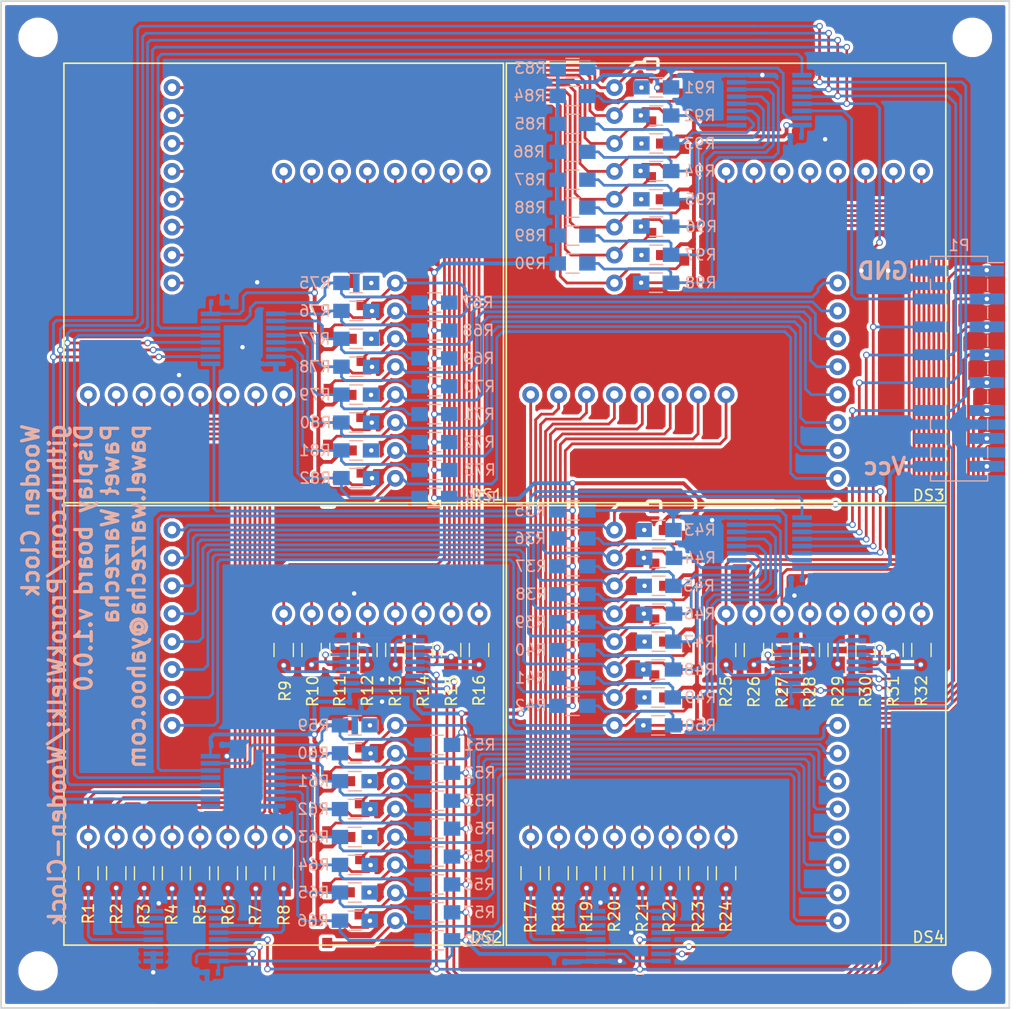
<source format=kicad_pcb>
(kicad_pcb (version 20241229) (generator "pcbnew") (generator_version "9.0")
  (title_block (title "Wooden Clock Display Board") (date "2018-08-19") (rev "0.2.1") (company "Paweł Warzeha"))
  (layers (0 "F.Cu" signal) (2 "B.Cu" signal) (13 "F.Paste" user) (15 "B.Paste" user) (5 "F.SilkS" user) (7 "B.SilkS" user) (1 "F.Mask" user) (3 "B.Mask" user) (25 "Edge.Cuts" user))
  (net 0 "")
  (net 1 "+3V3")
  (net 2 "GND")
  (net 3 "/C8")
  (net 4 "/C7")
  (net 5 "/C4")
  (net 6 "/C5")
  (net 7 "/C6")
  (net 8 "/C3")
  (net 9 "/C2")
  (net 10 "/C1")
  (net 11 "/R15")
  (net 12 "/R14")
  (net 13 "/R16")
  (net 14 "/R12")
  (net 15 "/R11")
  (net 16 "/R10")
  (net 17 "/R9")
  (net 18 "/C16")
  (net 19 "/C15")
  (net 20 "/C14")
  (net 21 "/C13")
  (net 22 "/C12")
  (net 23 "/C11")
  (net 24 "/C10")
  (net 25 "/C9")
  (net 26 "/R1")
  (net 27 "/R2")
  (net 28 "/R3")
  (net 29 "/R4")
  (net 30 "/R5")
  (net 31 "/R6")
  (net 32 "/R7")
  (net 33 "/R8")
  (net 34 "/R13")
  (net 35 "/R31")
  (net 36 "/R30")
  (net 37 "/R32")
  (net 38 "/R28")
  (net 39 "/R27")
  (net 40 "/R26")
  (net 41 "/R25")
  (net 42 "/R17")
  (net 43 "/R18")
  (net 44 "/R19")
  (net 45 "/R20")
  (net 46 "/R21")
  (net 47 "/R22")
  (net 48 "/R23")
  (net 49 "/R24")
  (net 50 "/R29")
  (net 51 "/C24")
  (net 52 "/C23")
  (net 53 "/C20")
  (net 54 "/C21")
  (net 55 "/C22")
  (net 56 "/C19")
  (net 57 "/C18")
  (net 58 "/C17")
  (net 59 "/C32")
  (net 60 "/C31")
  (net 61 "/C30")
  (net 62 "/C29")
  (net 63 "/C28")
  (net 64 "/C27")
  (net 65 "/C26")
  (net 66 "/C25")
  (net 67 "/SIN")
  (net 68 "/CLK")
  (net 69 "/LAT")
  (net 70 "/RESET")
  (net 71 "/RST")
  (net 72 "/OE")
  (net 73 "Net-(Q1-Pad1)")
  (net 74 "Net-(Q2-Pad1)")
  (net 75 "Net-(Q3-Pad1)")
  (net 76 "Net-(Q4-Pad1)")
  (net 77 "Net-(Q5-Pad1)")
  (net 78 "Net-(Q6-Pad1)")
  (net 79 "Net-(Q7-Pad1)")
  (net 80 "Net-(Q8-Pad1)")
  (net 81 "Net-(Q9-Pad1)")
  (net 82 "Net-(Q10-Pad1)")
  (net 83 "Net-(Q11-Pad1)")
  (net 84 "Net-(Q12-Pad1)")
  (net 85 "Net-(Q13-Pad1)")
  (net 86 "Net-(Q14-Pad1)")
  (net 87 "Net-(Q15-Pad1)")
  (net 88 "Net-(Q16-Pad1)")
  (net 89 "Net-(Q17-Pad1)")
  (net 90 "Net-(Q18-Pad1)")
  (net 91 "Net-(Q19-Pad1)")
  (net 92 "Net-(Q20-Pad1)")
  (net 93 "Net-(Q21-Pad1)")
  (net 94 "Net-(Q22-Pad1)")
  (net 95 "Net-(Q23-Pad1)")
  (net 96 "Net-(Q24-Pad1)")
  (net 97 "Net-(Q25-Pad1)")
  (net 98 "Net-(Q26-Pad1)")
  (net 99 "Net-(Q27-Pad1)")
  (net 100 "Net-(Q28-Pad1)")
  (net 101 "Net-(Q29-Pad1)")
  (net 102 "Net-(Q30-Pad1)")
  (net 103 "Net-(Q31-Pad1)")
  (net 104 "Net-(Q32-Pad1)")
  (net 105 "Net-(R1-Pad1)")
  (net 106 "Net-(R2-Pad1)")
  (net 107 "Net-(R3-Pad1)")
  (net 108 "Net-(R4-Pad1)")
  (net 109 "Net-(R5-Pad1)")
  (net 110 "Net-(R6-Pad1)")
  (net 111 "Net-(R7-Pad1)")
  (net 112 "Net-(R8-Pad1)")
  (net 113 "Net-(R9-Pad1)")
  (net 114 "Net-(R10-Pad1)")
  (net 115 "Net-(R11-Pad1)")
  (net 116 "Net-(R12-Pad1)")
  (net 117 "Net-(R13-Pad1)")
  (net 118 "Net-(R14-Pad1)")
  (net 119 "Net-(R15-Pad1)")
  (net 120 "Net-(R16-Pad1)")
  (net 121 "Net-(R17-Pad1)")
  (net 122 "Net-(R18-Pad1)")
  (net 123 "Net-(R19-Pad1)")
  (net 124 "Net-(R20-Pad1)")
  (net 125 "Net-(R21-Pad1)")
  (net 126 "Net-(R22-Pad1)")
  (net 127 "Net-(R23-Pad1)")
  (net 128 "Net-(R24-Pad1)")
  (net 129 "Net-(R25-Pad1)")
  (net 130 "Net-(R26-Pad1)")
  (net 131 "Net-(R27-Pad1)")
  (net 132 "Net-(R28-Pad1)")
  (net 133 "Net-(R29-Pad1)")
  (net 134 "Net-(R30-Pad1)")
  (net 135 "Net-(R31-Pad1)")
  (net 136 "Net-(R32-Pad1)")
  (net 137 "Net-(R35-Pad2)")
  (net 138 "Net-(R36-Pad2)")
  (net 139 "Net-(R37-Pad2)")
  (net 140 "Net-(R38-Pad2)")
  (net 141 "Net-(R39-Pad2)")
  (net 142 "Net-(R40-Pad2)")
  (net 143 "Net-(R41-Pad2)")
  (net 144 "Net-(R42-Pad2)")
  (net 145 "Net-(R51-Pad2)")
  (net 146 "Net-(R52-Pad2)")
  (net 147 "Net-(R53-Pad2)")
  (net 148 "Net-(R54-Pad2)")
  (net 149 "Net-(R55-Pad2)")
  (net 150 "Net-(R56-Pad2)")
  (net 151 "Net-(R57-Pad2)")
  (net 152 "Net-(R58-Pad2)")
  (net 153 "Net-(R67-Pad2)")
  (net 154 "Net-(R68-Pad2)")
  (net 155 "Net-(R69-Pad2)")
  (net 156 "Net-(R70-Pad2)")
  (net 157 "Net-(R71-Pad2)")
  (net 158 "Net-(R72-Pad2)")
  (net 159 "Net-(R73-Pad2)")
  (net 160 "Net-(R74-Pad2)")
  (net 161 "Net-(R83-Pad2)")
  (net 162 "Net-(R84-Pad2)")
  (net 163 "Net-(R85-Pad2)")
  (net 164 "Net-(R86-Pad2)")
  (net 165 "Net-(R87-Pad2)")
  (net 166 "Net-(R88-Pad2)")
  (net 167 "Net-(R89-Pad2)")
  (net 168 "Net-(R90-Pad2)")
  (net 169 "/MosfetMultiplexer25-32/SIN")
  (net 170 "/MosfetMultiplexer17-24/SIN")
  (net 171 "/MosfetMultiplexer25-32/SOUT")
  (net 172 "/MosfetMultiplexer9-16/SIN")
  (net 173 "/SDA1")
  (net 174 "/SCL1")
  (net 175 "/SDA2")
  (net 176 "/SCL2")
  (net 177 "/SDA3")
  (net 178 "/SCL3")
  (net 179 "/SDA4")
  (net 180 "/SCL4")
  (footprint "kicad-libraries-master:LM1616X15" (layer "F.Cu") (at 128.27 77.216)
    (property "Reference" "DS1")
    (property "Value" "LM-1616015-CC" (hide yes))
  )
  (footprint "kicad-libraries-master:LM1616X15" (layer "F.Cu") (at 168.529 77.216)
    (property "Reference" "DS3")
    (property "Value" "LM-1616015-CC" (hide yes))
  )
  (footprint "kicad-libraries-master:LM1616X15" (layer "F.Cu") (at 168.529 117.475)
    (property "Reference" "DS4")
    (property "Value" "LM-1616015-CC" (hide yes))
  )
  (footprint "kicad-libraries-master:SOT23-3" (layer "F.Cu") (at 161.9758 98.679 180)
    (property "Reference" "Q1")
    (property "Value" "TSM3401")
  )
  (footprint "kicad-libraries-master:SOT23-3" (layer "F.Cu") (at 164.973 101.219 180)
    (property "Reference" "Q2")
    (property "Value" "TSM3401")
  )
  (footprint "kicad-libraries-master:SOT23-3" (layer "F.Cu") (at 162.0012 103.759 180)
    (property "Reference" "Q3")
    (property "Value" "TSM3401")
  )
  (footprint "kicad-libraries-master:SOT23-3" (layer "F.Cu") (at 164.973 106.28376 180)
    (property "Reference" "Q4")
    (property "Value" "TSM3401")
  )
  (footprint "kicad-libraries-master:SOT23-3" (layer "F.Cu") (at 162.0012 108.839 180)
    (property "Reference" "Q5")
    (property "Value" "TSM3401")
  )
  (footprint "kicad-libraries-master:SOT23-3" (layer "F.Cu") (at 132.2324 121.031)
    (property "Reference" "Q10")
    (property "Value" "TSM3401")
  )
  (footprint "kicad-libraries-master:SOT23-3" (layer "F.Cu") (at 135.2042 123.571)
    (property "Reference" "Q11")
    (property "Value" "TSM3401")
  )
  (footprint "kicad-libraries-master:SOT23-3" (layer "F.Cu") (at 132.2324 126.111)
    (property "Reference" "Q12")
    (property "Value" "TSM3401")
  )
  (footprint "kicad-libraries-master:SOT23-3" (layer "F.Cu") (at 132.2324 131.18084)
    (property "Reference" "Q14")
    (property "Value" "TSM3401")
  )
  (footprint "kicad-libraries-master:SOT23-3" (layer "F.Cu") (at 135.1788 133.6802)
    (property "Reference" "Q15")
    (property "Value" "TSM3401")
  )
  (footprint "kicad-libraries-master:SOT23-3" (layer "F.Cu") (at 132.2324 136.271)
    (property "Reference" "Q16")
    (property "Value" "TSM3401")
  )
  (footprint "kicad-libraries-master:SOT23-3" (layer "F.Cu") (at 135.3566 78.232)
    (property "Reference" "Q17")
    (property "Value" "TSM3401")
  )
  (footprint "kicad-libraries-master:SOT23-3" (layer "F.Cu") (at 132.3594 80.76184)
    (property "Reference" "Q18")
    (property "Value" "TSM3401")
  )
  (footprint "kicad-libraries-master:SOT23-3" (layer "F.Cu") (at 135.3566 83.312)
    (property "Reference" "Q19")
    (property "Value" "TSM3401")
  )
  (footprint "kicad-libraries-master:SOT23-3" (layer "F.Cu") (at 132.3594 85.852)
    (property "Reference" "Q20")
    (property "Value" "TSM3401")
  )
  (footprint "kicad-libraries-master:SOT23-3" (layer "F.Cu") (at 135.3312 88.4174)
    (property "Reference" "Q21")
    (property "Value" "TSM3401")
  )
  (footprint "kicad-libraries-master:SOT23-3" (layer "F.Cu") (at 132.3086 90.932)
    (property "Reference" "Q22")
    (property "Value" "TSM3401")
  )
  (footprint "kicad-libraries-master:SOT23-3" (layer "F.Cu") (at 135.3566 93.472)
    (property "Reference" "Q23")
    (property "Value" "TSM3401")
  )
  (footprint "kicad-libraries-master:SOT23-3" (layer "F.Cu") (at 132.3086 96.012)
    (property "Reference" "Q24")
    (property "Value" "TSM3401")
  )
  (footprint "kicad-libraries-master:SOT23-3" (layer "F.Cu") (at 161.7218 58.42 180)
    (property "Reference" "Q25")
    (property "Value" "TSM3401")
  )
  (footprint "kicad-libraries-master:SOT23-3" (layer "F.Cu") (at 164.719 60.97016 180)
    (property "Reference" "Q26")
    (property "Value" "TSM3401")
  )
  (footprint "kicad-libraries-master:SOT23-3" (layer "F.Cu") (at 161.7218 63.51016 180)
    (property "Reference" "Q27")
    (property "Value" "TSM3401")
  )
  (footprint "kicad-libraries-master:SOT23-3" (layer "F.Cu") (at 164.719 66.0146 180)
    (property "Reference" "Q28")
    (property "Value" "TSM3401")
  )
  (footprint "mod:SOT23-3" (layer "F.Cu") (at 161.6964 68.58 180)
    (property "Reference" "Q29")
    (property "Value" "TSM3401")
  )
  (footprint "kicad-libraries-master:SOT23-3" (layer "F.Cu") (at 164.719 71.0692 180)
    (property "Reference" "Q30")
    (property "Value" "TSM3401")
  )
  (footprint "kicad-libraries-master:SOT23-3" (layer "F.Cu") (at 161.7218 73.66 180)
    (property "Reference" "Q31")
    (property "Value" "TSM3401")
  )
  (footprint "kicad-libraries-master:R_0805_HandSoldering" (layer "F.Cu") (at 110.49 130.937 90)
    (property "Reference" "R1")
    (property "Value" "47")
  )
  (footprint "kicad-libraries-master:R_0805_HandSoldering" (layer "F.Cu") (at 113.03 130.937 90)
    (property "Reference" "R2")
    (property "Value" "47")
  )
  (footprint "kicad-libraries-master:R_0805_HandSoldering" (layer "F.Cu") (at 115.57 130.937 90)
    (property "Reference" "R3")
    (property "Value" "47")
  )
  (footprint "kicad-libraries-master:R_0805_HandSoldering" (layer "F.Cu") (at 118.11 130.937 90)
    (property "Reference" "R4")
    (property "Value" "47")
  )
  (footprint "kicad-libraries-master:R_0805_HandSoldering" (layer "F.Cu") (at 120.65 130.937 90)
    (property "Reference" "R5")
    (property "Value" "47")
  )
  (footprint "kicad-libraries-master:R_0805_HandSoldering" (layer "F.Cu") (at 123.19 130.937 90)
    (property "Reference" "R6")
    (property "Value" "47")
  )
  (footprint "kicad-libraries-master:R_0805_HandSoldering" (layer "F.Cu") (at 125.73 130.937 90)
    (property "Reference" "R7")
    (property "Value" "47")
  )
  (footprint "kicad-libraries-master:R_0805_HandSoldering" (layer "F.Cu") (at 128.27 130.937 90)
    (property "Reference" "R8")
    (property "Value" "47")
  )
  (footprint "kicad-libraries-master:R_0805_HandSoldering" (layer "F.Cu") (at 128.27 110.617 90)
    (property "Reference" "R9")
    (property "Value" "47")
  )
  (footprint "kicad-libraries-master:R_0805_HandSoldering" (layer "F.Cu") (at 130.81 110.617 90)
    (property "Reference" "R10")
    (property "Value" "47")
  )
  (footprint "kicad-libraries-master:R_0805_HandSoldering" (layer "F.Cu") (at 133.35 110.617 90)
    (property "Reference" "R11")
    (property "Value" "47")
  )
  (footprint "kicad-libraries-master:R_0805_HandSoldering" (layer "F.Cu") (at 135.89 110.617 90)
    (property "Reference" "R12")
    (property "Value" "47")
  )
  (footprint "kicad-libraries-master:R_0805_HandSoldering" (layer "F.Cu") (at 138.43 110.617 90)
    (property "Reference" "R13")
    (property "Value" "47")
  )
  (footprint "kicad-libraries-master:R_0805_HandSoldering" (layer "F.Cu") (at 140.97 110.617 90)
    (property "Reference" "R14")
    (property "Value" "47")
  )
  (footprint "kicad-libraries-master:R_0805_HandSoldering" (layer "F.Cu") (at 143.51 110.617 90)
    (property "Reference" "R15")
    (property "Value" "47")
  )
  (footprint "kicad-libraries-master:R_0805_HandSoldering" (layer "F.Cu") (at 146.05 110.617 90)
    (property "Reference" "R16")
    (property "Value" "47")
  )
  (footprint "kicad-libraries-master:R_0805_HandSoldering" (layer "F.Cu") (at 150.749 130.937 90)
    (property "Reference" "R17")
    (property "Value" "47")
  )
  (footprint "kicad-libraries-master:R_0805_HandSoldering" (layer "F.Cu") (at 153.289 130.937 90)
    (property "Reference" "R18")
    (property "Value" "47")
  )
  (footprint "kicad-libraries-master:R_0805_HandSoldering" (layer "F.Cu") (at 155.829 130.937 90)
    (property "Reference" "R19")
    (property "Value" "47")
  )
  (footprint "kicad-libraries-master:R_0805_HandSoldering" (layer "F.Cu") (at 158.369 130.937 90)
    (property "Reference" "R20")
    (property "Value" "47")
  )
  (footprint "kicad-libraries-master:R_0805_HandSoldering" (layer "F.Cu") (at 160.909 130.937 90)
    (property "Reference" "R21")
    (property "Value" "47")
  )
  (footprint "kicad-libraries-master:R_0805_HandSoldering" (layer "F.Cu") (at 163.449 130.937 90)
    (property "Reference" "R22")
    (property "Value" "47")
  )
  (footprint "kicad-libraries-master:R_0805_HandSoldering" (layer "F.Cu") (at 165.989 130.937 90)
    (property "Reference" "R23")
    (property "Value" "47")
  )
  (footprint "kicad-libraries-master:R_0805_HandSoldering" (layer "F.Cu") (at 168.529 130.937 90)
    (property "Reference" "R24")
    (property "Value" "47")
  )
  (footprint "kicad-libraries-master:R_0805_HandSoldering" (layer "F.Cu") (at 168.529 110.617 90)
    (property "Reference" "R25")
    (property "Value" "47")
  )
  (footprint "kicad-libraries-master:R_0805_HandSoldering" (layer "F.Cu") (at 171.069 110.617 90)
    (property "Reference" "R26")
    (property "Value" "47")
  )
  (footprint "kicad-libraries-master:R_0805_HandSoldering" (layer "F.Cu") (at 173.609 110.617 90)
    (property "Reference" "R27")
    (property "Value" "47")
  )
  (footprint "kicad-libraries-master:R_0805_HandSoldering" (layer "F.Cu") (at 176.149 110.617 90)
    (property "Reference" "R28")
    (property "Value" "47")
  )
  (footprint "kicad-libraries-master:R_0805_HandSoldering" (layer "F.Cu") (at 178.689 110.617 90)
    (property "Reference" "R29")
    (property "Value" "47")
  )
  (footprint "kicad-libraries-master:R_0805_HandSoldering" (layer "F.Cu") (at 181.229 110.617 90)
    (property "Reference" "R30")
    (property "Value" "47")
  )
  (footprint "kicad-libraries-master:R_0805_HandSoldering" (layer "F.Cu") (at 183.769 110.617 90)
    (property "Reference" "R31")
    (property "Value" "47")
  )
  (footprint "kicad-libraries-master:R_0805_HandSoldering" (layer "F.Cu") (at 186.309 110.617 90)
    (property "Reference" "R32")
    (property "Value" "47")
  )
  (footprint "Mounting_Holes:MountingHole_3mm" (layer "F.Cu") (at 105.918 54.864)
    (property "Reference" "REF**" (hide yes))
    (property "Value" "MountingHole_3mm" (hide yes))
  )
  (footprint "Mounting_Holes:MountingHole_3mm" (layer "F.Cu") (at 105.918 139.827)
    (property "Reference" "REF**" (hide yes))
    (property "Value" "MountingHole_3mm" (hide yes))
  )
  (footprint "Mounting_Holes:MountingHole_3mm" (layer "F.Cu") (at 190.881 139.827)
    (property "Reference" "REF**" (hide yes))
    (property "Value" "MountingHole_3mm" (hide yes))
  )
  (footprint "Mounting_Holes:MountingHole_3mm" (layer "F.Cu") (at 190.9445 54.864)
    (property "Reference" "REF**" (hide yes))
    (property "Value" "MountingHole_3mm" (hide yes))
  )
  (footprint "kicad-libraries-master:SOT23-3" (layer "F.Cu") (at 162.0012 113.919 180)
    (property "Reference" "Q7")
    (property "Value" "TSM3401")
  )
  (footprint "kicad-libraries-master:SOT23-3" (layer "F.Cu") (at 164.9984 111.38916 180)
    (property "Reference" "Q6")
    (property "Value" "TSM3401")
  )
  (footprint "kicad-libraries-master:SOT23-3" (layer "F.Cu") (at 164.9984 116.46916 180)
    (property "Reference" "Q8")
    (property "Value" "TSM3401")
  )
  (footprint "kicad-libraries-master:SOT23-3" (layer "F.Cu") (at 164.719 76.18476 180)
    (property "Reference" "Q32")
    (property "Value" "TSM3401")
  )
  (footprint "kicad-libraries-master:SOT23-3" (layer "F.Cu") (at 135.2296 118.491)
    (property "Reference" "Q9")
    (property "Value" "TSM3401")
  )
  (footprint "kicad-libraries-master:SOT23-3" (layer "F.Cu") (at 135.2296 128.651)
    (property "Reference" "Q13")
    (property "Value" "TSM3401")
  )
  (footprint "kicad-libraries-master:LM1616X15" (layer "F.Cu") (at 128.27 117.475)
    (property "Reference" "DS2")
    (property "Value" "LM-1616015-CC" (hide yes))
  )
  (footprint "kicad-libraries-master:C0402" (layer "B.Cu") (at 121.793 139.954 180)
    (property "Reference" "C1")
    (property "Value" "100n")
  )
  (footprint "kicad-libraries-master:C0402" (layer "B.Cu") (at 134.8105 115.316)
    (property "Reference" "C2")
    (property "Value" "100n")
  )
  (footprint "kicad-libraries-master:C0402" (layer "B.Cu") (at 122.174 119.253)
    (property "Reference" "C4")
    (property "Value" "100n")
  )
  (footprint "kicad-libraries-master:C0402" (layer "B.Cu") (at 174.9425 104.14 180)
    (property "Reference" "C5")
    (property "Value" "100n")
  )
  (footprint "kicad-libraries-master:C0402" (layer "B.Cu") (at 122.174 78.994)
    (property "Reference" "C6")
    (property "Value" "100n")
  )
  (footprint "kicad-libraries-master:C0402" (layer "B.Cu") (at 175.006 115.316)
    (property "Reference" "C7")
    (property "Value" "100n")
  )
  (footprint "kicad-libraries-master:C0402" (layer "B.Cu") (at 174.879 63.881 180)
    (property "Reference" "C8")
    (property "Value" "100n")
  )
  (footprint "kicad-libraries-master:R_0805_HandSoldering" (layer "B.Cu") (at 154.559 97.917)
    (property "Reference" "R35")
    (property "Value" "100k")
  )
  (footprint "kicad-libraries-master:R_0805_HandSoldering" (layer "B.Cu") (at 154.559 100.457)
    (property "Reference" "R36")
    (property "Value" "100k")
  )
  (footprint "kicad-libraries-master:R_0805_HandSoldering" (layer "B.Cu") (at 154.559 102.997)
    (property "Reference" "R37")
    (property "Value" "100k")
  )
  (footprint "kicad-libraries-master:R_0805_HandSoldering" (layer "B.Cu") (at 154.559 105.537)
    (property "Reference" "R38")
    (property "Value" "100k")
  )
  (footprint "kicad-libraries-master:R_0805_HandSoldering" (layer "B.Cu") (at 154.559 108.077)
    (property "Reference" "R39")
    (property "Value" "100k")
  )
  (footprint "kicad-libraries-master:R_0805_HandSoldering" (layer "B.Cu") (at 154.559 110.617)
    (property "Reference" "R40")
    (property "Value" "100k")
  )
  (footprint "kicad-libraries-master:R_0805_HandSoldering" (layer "B.Cu") (at 154.559 113.157)
    (property "Reference" "R41")
    (property "Value" "100k")
  )
  (footprint "kicad-libraries-master:R_0805_HandSoldering" (layer "B.Cu") (at 154.559 115.697)
    (property "Reference" "R42")
    (property "Value" "100k")
  )
  (footprint "kicad-libraries-master:R_0805_HandSoldering" (layer "B.Cu") (at 162.386 99.695)
    (property "Reference" "R43")
    (property "Value" "100")
  )
  (footprint "kicad-libraries-master:R_0805_HandSoldering" (layer "B.Cu") (at 162.433 102.235)
    (property "Reference" "R44")
    (property "Value" "100")
  )
  (footprint "kicad-libraries-master:R_0805_HandSoldering" (layer "B.Cu") (at 162.386 109.855)
    (property "Reference" "R47")
    (property "Value" "100")
  )
  (footprint "kicad-libraries-master:R_0805_HandSoldering" (layer "B.Cu") (at 142.24 119.253 180)
    (property "Reference" "R51")
    (property "Value" "100k")
  )
  (footprint "kicad-libraries-master:R_0805_HandSoldering" (layer "B.Cu") (at 142.24 121.793 180)
    (property "Reference" "R52")
    (property "Value" "100k")
  )
  (footprint "kicad-libraries-master:R_0805_HandSoldering" (layer "B.Cu") (at 142.24 124.333 180)
    (property "Reference" "R53")
    (property "Value" "100k")
  )
  (footprint "kicad-libraries-master:R_0805_HandSoldering" (layer "B.Cu") (at 142.24 126.873 180)
    (property "Reference" "R54")
    (property "Value" "100k")
  )
  (footprint "kicad-libraries-master:R_0805_HandSoldering" (layer "B.Cu") (at 142.24 129.413 180)
    (property "Reference" "R55")
    (property "Value" "100k")
  )
  (footprint "kicad-libraries-master:R_0805_HandSoldering" (layer "B.Cu") (at 142.24 131.953 180)
    (property "Reference" "R56")
    (property "Value" "100k")
  )
  (footprint "kicad-libraries-master:R_0805_HandSoldering" (layer "B.Cu") (at 142.24 134.493 180)
    (property "Reference" "R57")
    (property "Value" "100k")
  )
  (footprint "kicad-libraries-master:R_0805_HandSoldering" (layer "B.Cu") (at 142.24 137.033 180)
    (property "Reference" "R58")
    (property "Value" "100k")
  )
  (footprint "kicad-libraries-master:R_0805_HandSoldering" (layer "B.Cu") (at 134.7432 117.475 180)
    (property "Reference" "R59")
    (property "Value" "100")
  )
  (footprint "kicad-libraries-master:R_0805_HandSoldering" (layer "B.Cu") (at 134.747 120.015 180)
    (property "Reference" "R60")
    (property "Value" "100")
  )
  (footprint "kicad-libraries-master:R_0805_HandSoldering" (layer "B.Cu") (at 134.7432 122.555 180)
    (property "Reference" "R61")
    (property "Value" "100")
  )
  (footprint "kicad-libraries-master:R_0805_HandSoldering" (layer "B.Cu") (at 134.747 125.095 180)
    (property "Reference" "R62")
    (property "Value" "100")
  )
  (footprint "kicad-libraries-master:R_0805_HandSoldering" (layer "B.Cu") (at 134.7432 127.635 180)
    (property "Reference" "R63")
    (property "Value" "100")
  )
  (footprint "kicad-libraries-master:R_0805_HandSoldering" (layer "B.Cu") (at 134.747 130.175 180)
    (property "Reference" "R64")
    (property "Value" "100")
  )
  (footprint "kicad-libraries-master:R_0805_HandSoldering" (layer "B.Cu") (at 134.7432 132.6896 180)
    (property "Reference" "R65")
    (property "Value" "100")
  )
  (footprint "kicad-libraries-master:R_0805_HandSoldering" (layer "B.Cu") (at 134.747 135.255 180)
    (property "Reference" "R66")
    (property "Value" "100")
  )
  (footprint "kicad-libraries-master:R_0805_HandSoldering" (layer "B.Cu") (at 141.986 78.994 180)
    (property "Reference" "R67")
    (property "Value" "100k")
  )
  (footprint "kicad-libraries-master:R_0805_HandSoldering" (layer "B.Cu") (at 141.986 81.534 180)
    (property "Reference" "R68")
    (property "Value" "100k")
  )
  (footprint "kicad-libraries-master:R_0805_HandSoldering" (layer "B.Cu") (at 141.986 84.074 180)
    (property "Reference" "R69")
    (property "Value" "100k")
  )
  (footprint "kicad-libraries-master:R_0805_HandSoldering" (layer "B.Cu") (at 141.986 86.614 180)
    (property "Reference" "R70")
    (property "Value" "100k")
  )
  (footprint "kicad-libraries-master:R_0805_HandSoldering" (layer "B.Cu") (at 141.986 89.154 180)
    (property "Reference" "R71")
    (property "Value" "100k")
  )
  (footprint "kicad-libraries-master:R_0805_HandSoldering" (layer "B.Cu") (at 141.986 91.694 180)
    (property "Reference" "R72")
    (property "Value" "100k")
  )
  (footprint "kicad-libraries-master:R_0805_HandSoldering" (layer "B.Cu") (at 141.986 94.234 180)
    (property "Reference" "R73")
    (property "Value" "100k")
  )
  (footprint "kicad-libraries-master:R_0805_HandSoldering" (layer "B.Cu") (at 141.986 96.774 180)
    (property "Reference" "R74")
    (property "Value" "100k")
  )
  (footprint "kicad-libraries-master:R_0805_HandSoldering" (layer "B.Cu") (at 134.8778 77.216 180)
    (property "Reference" "R75")
    (property "Value" "100")
  )
  (footprint "kicad-libraries-master:R_0805_HandSoldering" (layer "B.Cu") (at 134.8702 82.296 180)
    (property "Reference" "R77")
    (property "Value" "100")
  )
  (footprint "kicad-libraries-master:R_0805_HandSoldering" (layer "B.Cu") (at 134.8778 84.836 180)
    (property "Reference" "R78")
    (property "Value" "100")
  )
  (footprint "kicad-libraries-master:R_0805_HandSoldering" (layer "B.Cu") (at 134.8702 87.376 180)
    (property "Reference" "R79")
    (property "Value" "100")
  )
  (footprint "kicad-libraries-master:R_0805_HandSoldering" (layer "B.Cu") (at 134.874 89.916 180)
    (property "Reference" "R80")
    (property "Value" "100")
  )
  (footprint "kicad-libraries-master:R_0805_HandSoldering" (layer "B.Cu") (at 134.8702 92.456 180)
    (property "Reference" "R81")
    (property "Value" "100")
  )
  (footprint "kicad-libraries-master:R_0805_HandSoldering" (layer "B.Cu") (at 154.559 60.198)
    (property "Reference" "R84")
    (property "Value" "100k")
  )
  (footprint "kicad-libraries-master:R_0805_HandSoldering" (layer "B.Cu") (at 154.559 62.738)
    (property "Reference" "R85")
    (property "Value" "100k")
  )
  (footprint "kicad-libraries-master:R_0805_HandSoldering" (layer "B.Cu") (at 154.559 65.278)
    (property "Reference" "R86")
    (property "Value" "100k")
  )
  (footprint "kicad-libraries-master:R_0805_HandSoldering" (layer "B.Cu") (at 154.559 67.818)
    (property "Reference" "R87")
    (property "Value" "100k")
  )
  (footprint "kicad-libraries-master:R_0805_HandSoldering" (layer "B.Cu") (at 154.559 70.358)
    (property "Reference" "R88")
    (property "Value" "100k")
  )
  (footprint "kicad-libraries-master:R_0805_HandSoldering" (layer "B.Cu") (at 154.559 72.898)
    (property "Reference" "R89")
    (property "Value" "100k")
  )
  (footprint "kicad-libraries-master:R_0805_HandSoldering" (layer "B.Cu") (at 154.559 75.438)
    (property "Reference" "R90")
    (property "Value" "100k")
  )
  (footprint "kicad-libraries-master:R_0805_HandSoldering" (layer "B.Cu") (at 162.1752 59.4106)
    (property "Reference" "R91")
    (property "Value" "100")
  )
  (footprint "kicad-libraries-master:R_0805_HandSoldering" (layer "B.Cu") (at 162.1752 61.976)
    (property "Reference" "R92")
    (property "Value" "100")
  )
  (footprint "kicad-libraries-master:R_0805_HandSoldering" (layer "B.Cu") (at 162.1752 64.516)
    (property "Reference" "R93")
    (property "Value" "100")
  )
  (footprint "kicad-libraries-master:R_0805_HandSoldering" (layer "B.Cu") (at 162.1752 67.0306)
    (property "Reference" "R94")
    (property "Value" "100")
  )
  (footprint "kicad-libraries-master:R_0805_HandSoldering" (layer "B.Cu") (at 162.1752 69.596)
    (property "Reference" "R95")
    (property "Value" "100")
  )
  (footprint "kicad-libraries-master:R_0805_HandSoldering" (layer "B.Cu") (at 162.1752 74.6506)
    (property "Reference" "R97")
    (property "Value" "100")
  )
  (footprint "kicad-libraries-master:TSSOP16" (layer "B.Cu") (at 119.38 136.652 90)
    (property "Reference" "U1")
    (property "Value" "TLC59208F")
  )
  (footprint "kicad-libraries-master:TSSOP16" (layer "B.Cu") (at 137.2235 112.014 90)
    (property "Reference" "U2")
    (property "Value" "TLC59208F")
  )
  (footprint "kicad-libraries-master:TSSOP16" (layer "B.Cu") (at 159.639 136.652 90)
    (property "Reference" "U3")
    (property "Value" "TLC59208F")
  )
  (footprint "kicad-libraries-master:TSSOP16" (layer "B.Cu") (at 177.419 112.014 90)
    (property "Reference" "U4")
    (property "Value" "TLC59208F")
  )
  (footprint "kicad-libraries-master:TSSOP16" (layer "B.Cu") (at 124.587 122.555 -90)
    (property "Reference" "U6")
    (property "Value" "74HC595")
  )
  (footprint "kicad-libraries-master:TSSOP16" (layer "B.Cu") (at 124.587 82.296 -90)
    (property "Reference" "U7")
    (property "Value" "74HC595")
  )
  (footprint "kicad-libraries-master:TSSOP16" (layer "B.Cu") (at 172.466 60.579 90)
    (property "Reference" "U8")
    (property "Value" "74HC595")
  )
  (footprint "kicad-libraries-master:R_0805_HandSoldering" (layer "B.Cu") (at 162.353 112.395)
    (property "Reference" "R48")
    (property "Value" "100")
  )
  (footprint "kicad-libraries-master:R_0805_HandSoldering" (layer "B.Cu") (at 162.353 117.475)
    (property "Reference" "R50")
    (property "Value" "100")
  )
  (footprint "kicad-libraries-master:R_0805_HandSoldering" (layer "B.Cu") (at 162.3352 114.935)
    (property "Reference" "R49")
    (property "Value" "100")
  )
  (footprint "kicad-libraries-master:R_0805_HandSoldering" (layer "B.Cu") (at 162.386 104.775)
    (property "Reference" "R45")
    (property "Value" "100")
  )
  (footprint "kicad-libraries-master:R_0805_HandSoldering" (layer "B.Cu") (at 162.433 107.315)
    (property "Reference" "R46")
    (property "Value" "100")
  )
  (footprint "kicad-libraries-master:R_0805_HandSoldering" (layer "B.Cu") (at 134.874 94.9706 180)
    (property "Reference" "R82")
    (property "Value" "100")
  )
  (footprint "kicad-libraries-master:R_0805_HandSoldering" (layer "B.Cu") (at 134.8778 79.756 180)
    (property "Reference" "R76")
    (property "Value" "100")
  )
  (footprint "kicad-libraries-master:R_0805_HandSoldering" (layer "B.Cu") (at 162.1752 72.0852)
    (property "Reference" "R96")
    (property "Value" "100")
  )
  (footprint "kicad-libraries-master:R_0805_HandSoldering" (layer "B.Cu") (at 162.1498 77.1906)
    (property "Reference" "R98")
    (property "Value" "100")
  )
  (footprint "kicad-libraries-master:Pin_Header_Straight_2x08_Pitch2.54mm_SMD" (layer "B.Cu") (at 189.738 85.0138 180)
    (property "Reference" "P1")
    (property "Value" "CONN_02X08")
  )
  (footprint "kicad-libraries-master:TSSOP16" (layer "B.Cu") (at 172.466 100.838 90)
    (property "Reference" "U5")
    (property "Value" "74HC595")
  )
  (footprint "kicad-libraries-master:R_0805_HandSoldering" (layer "B.Cu") (at 154.559 57.658)
    (property "Reference" "R83")
    (property "Value" "100k")
  )
  (footprint "kicad-libraries-master:C0402" (layer "B.Cu") (at 153.37282 139.0142)
    (property "Reference" "C3")
    (property "Value" "100n")
  )
  (gr_line (start 194.31 143.1925) (end 102.5525 143.1925) (stroke (width 0.15)) (layer "Edge.Cuts"))
  (gr_line (start 102.5525 143.1925) (end 102.5525 51.562) (stroke (width 0.15)) (layer "Edge.Cuts"))
  (gr_line (start 194.31 51.562) (end 194.31 143.1925) (stroke (width 0.15)) (layer "Edge.Cuts"))
  (gr_line (start 102.5525 51.562) (end 194.31 51.562) (stroke (width 0.15)) (layer "Edge.Cuts"))
  (gr_text "Wooden Clock\ngithub.com/ProrokWielki/Wooden-Clock\nDisplay board v.1.0.0\nPaweł Warzecha\npawel.warzecha@yahoo.com" (at 110.0709 89.8906 90) (layer "B.SilkS") (effects (font (size 1.5 1.5) (thickness 0.3)) (justify left mirror)))
  (gr_text "GND" (at 182.8038 76.1238 0) (layer "B.SilkS") (effects (font (size 1.5 1.5) (thickness 0.3)) (justify mirror)))
  (gr_text "Vcc" (at 182.9562 93.9038 0) (layer "B.SilkS") (effects (font (size 1.5 1.5) (thickness 0.3)) (justify mirror)))
  (segment (start 141.986 89.154) (end 141.986 86.614) (width 0.25) (layer "F.Cu") (net 1))
  (segment (start 141.986 86.614) (end 141.986 84.074) (width 0.25) (layer "F.Cu") (net 1))
  (segment (start 141.986 84.074) (end 141.986 81.534) (width 0.25) (layer "F.Cu") (net 1))
  (segment (start 141.986 81.534) (end 141.986 78.994) (width 0.25) (layer "F.Cu") (net 1))
  (segment (start 144.8435 134.493) (end 144.8435 131.953) (width 0.25) (layer "F.Cu") (net 1))
  (segment (start 144.8435 131.953) (end 144.8435 129.413) (width 0.25) (layer "F.Cu") (net 1))
  (segment (start 144.8435 129.413) (end 144.8435 126.873) (width 0.25) (layer "F.Cu") (net 1))
  (segment (start 144.8435 126.873) (end 144.8435 124.333) (width 0.25) (layer "F.Cu") (net 1))
  (segment (start 144.8435 124.333) (end 144.8435 121.793) (width 0.25) (layer "F.Cu") (net 1))
  (segment (start 144.8435 121.793) (end 144.8435 118.8085) (width 0.25) (layer "F.Cu") (net 1))
  (segment (start 144.8435 118.8085) (end 144.8435 118.4275) (width 0.25) (layer "F.Cu") (net 1))
  (segment (start 144.8435 118.4275) (end 144.526 118.11) (width 0.25) (layer "F.Cu") (net 1))
  (segment (start 144.526 118.11) (end 144.4625 118.11) (width 0.25) (layer "F.Cu") (net 1))
  (segment (start 154.559 110.617) (end 154.559 108.077) (width 0.25) (layer "F.Cu") (net 1))
  (segment (start 154.559 108.077) (end 154.559 105.537) (width 0.25) (layer "F.Cu") (net 1))
  (segment (start 154.559 105.537) (end 154.559 102.997) (width 0.25) (layer "F.Cu") (net 1))
  (segment (start 154.559 102.997) (end 154.559 100.457) (width 0.25) (layer "F.Cu") (net 1))
  (segment (start 154.559 100.457) (end 154.559 97.917) (width 0.25) (layer "F.Cu") (net 1))
  (segment (start 154.559 95.4405) (end 154.559 97.917) (width 0.25) (layer "F.Cu") (net 1))
  (segment (start 178.4985 97.3455) (end 172.7835 97.3455) (width 0.25) (layer "F.Cu") (net 1))
  (segment (start 154.559 110.617) (end 154.559 108.077) (width 0.35) (layer "F.Cu") (net 1))
  (segment (start 154.559 108.077) (end 154.559 105.537) (width 0.35) (layer "F.Cu") (net 1))
  (segment (start 154.559 105.537) (end 154.559 102.997) (width 0.35) (layer "F.Cu") (net 1))
  (segment (start 154.559 102.997) (end 154.559 100.457) (width 0.35) (layer "F.Cu") (net 1))
  (segment (start 154.559 100.457) (end 154.559 97.917) (width 0.35) (layer "F.Cu") (net 1))
  (segment (start 154.559 97.917) (end 154.559 95.4405) (width 0.35) (layer "F.Cu") (net 1))
  (segment (start 141.986 94.6785) (end 141.986 94.234) (width 0.35) (layer "F.Cu") (net 1))
  (segment (start 141.986 91.694) (end 141.986 89.154) (width 0.35) (layer "F.Cu") (net 1))
  (segment (start 141.986 89.154) (end 141.986 86.614) (width 0.35) (layer "F.Cu") (net 1))
  (segment (start 141.986 86.614) (end 141.986 84.074) (width 0.35) (layer "F.Cu") (net 1))
  (segment (start 141.986 84.074) (end 141.986 81.534) (width 0.35) (layer "F.Cu") (net 1))
  (segment (start 141.986 81.534) (end 141.986 78.994) (width 0.35) (layer "F.Cu") (net 1))
  (segment (start 141.986 78.994) (end 141.986 76.2635) (width 0.35) (layer "F.Cu") (net 1))
  (segment (start 131.3434 125.953) (end 131.3434 127.9906) (width 0.35) (layer "F.Cu") (net 1))
  (segment (start 164.4086 73.6854) (end 165.1254 73.6854) (width 0.35) (layer "F.Cu") (net 1))
  (segment (start 165.862 103.4542) (end 165.862 103.8098) (width 0.35) (layer "F.Cu") (net 1))
  (segment (start 131.826 123.4186) (end 131.3434 122.936) (width 0.35) (layer "F.Cu") (net 1))
  (segment (start 165.862 103.0422) (end 165.862 103.4542) (width 0.35) (layer "F.Cu") (net 1))
  (segment (start 132.619 93.4974) (end 131.8006 93.4974) (width 0.35) (layer "F.Cu") (net 1))
  (segment (start 131.8514 83.185) (end 131.4704 82.804) (width 0.35) (layer "F.Cu") (net 1))
  (segment (start 141.986 91.694) (end 141.986 89.154) (width 0.25) (layer "F.Cu") (net 1))
  (segment (start 131.3434 122.936) (end 131.3434 123.4186) (width 0.35) (layer "F.Cu") (net 1))
  (segment (start 165.608 63.3222) (end 165.608 61.98616) (width 0.35) (layer "F.Cu") (net 1))
  (segment (start 131.3434 125.9022) (end 131.318 125.9276) (width 0.35) (layer "F.Cu") (net 1))
  (segment (start 165.608 75.884402) (end 165.608 77.20076) (width 0.35) (layer "F.Cu") (net 1))
  (segment (start 172.9232 63.881) (end 166.1668 63.881) (width 0.35) (layer "F.Cu") (net 1))
  (segment (start 165.862 98.0694) (end 165.862 98.8822) (width 0.35) (layer "F.Cu") (net 1))
  (segment (start 165.608 69.1134) (end 165.608 72.0852) (width 0.35) (layer "F.Cu") (net 1))
  (segment (start 132.6698 128.4986) (end 131.826 128.4986) (width 0.35) (layer "F.Cu") (net 1))
  (segment (start 131.3434 123.4186) (end 131.3434 123.9012) (width 0.35) (layer "F.Cu") (net 1))
  (segment (start 165.5572 103.8352) (end 165.862 104.14) (width 0.35) (layer "F.Cu") (net 1))
  (segment (start 164.06316 63.881) (end 163.418 64.52616) (width 0.35) (layer "F.Cu") (net 1))
  (segment (start 134.9248 75.963501) (end 134.4676 75.963501) (width 0.35) (layer "F.Cu") (net 1))
  (segment (start 162.8648 99.695) (end 162.8648 98.8878) (width 0.35) (layer "F.Cu") (net 1))
  (segment (start 165.8366 109.0676) (end 165.5064 108.7374) (width 0.35) (layer "F.Cu") (net 1))
  (segment (start 165.862 109.0676) (end 165.862 112.37976) (width 0.35) (layer "F.Cu") (net 1))
  (segment (start 166.0906 97.8408) (end 165.9128 98.0186) (width 0.35) (layer "F.Cu") (net 1))
  (segment (start 141.986 94.234) (end 141.986 91.694) (width 0.35) (layer "F.Cu") (net 1))
  (segment (start 134.4676 82.296) (end 133.6604 82.296) (width 0.35) (layer "F.Cu") (net 1))
  (segment (start 131.0894 78.105) (end 131.0894 79.36484) (width 0.35) (layer "F.Cu") (net 1))
  (segment (start 166.5605 97.3455) (end 166.0906 96.8756) (width 0.35) (layer "F.Cu") (net 1))
  (segment (start 162.6108 59.436) (end 163.6776 58.3692) (width 0.35) (layer "F.Cu") (net 1))
  (segment (start 165.5572 114.046) (end 165.8874 114.3762) (width 0.35) (layer "F.Cu") (net 1))
  (segment (start 131.8006 93.472) (end 131.4196 93.091) (width 0.35) (layer "F.Cu") (net 1))
  (segment (start 131.0894 79.36484) (end 131.4704 79.74584) (width 0.35) (layer "F.Cu") (net 1))
  (segment (start 166.1668 63.881) (end 166.1414 63.881) (width 0.35) (layer "F.Cu") (net 1))
  (segment (start 131.8006 93.4974) (end 131.8006 93.472) (width 0.35) (layer "F.Cu") (net 1))
  (segment (start 141.986 78.994) (end 141.986 76.2635) (width 0.25) (layer "F.Cu") (net 1))
  (segment (start 174.0408 62.865) (end 174.0408 63.5889) (width 0.35) (layer "F.Cu") (net 1))
  (segment (start 164.6555 95.4405) (end 154.559 95.4405) (width 0.35) (layer "F.Cu") (net 1))
  (segment (start 131.3434 130.97204) (end 131.3434 133.0452) (width 0.35) (layer "F.Cu") (net 1))
  (segment (start 165.8874 112.40516) (end 165.8874 113.6904) (width 0.35) (layer "F.Cu") (net 1))
  (segment (start 163.6974 114.935) (end 164.5864 114.046) (width 0.35) (layer "F.Cu") (net 1))
  (segment (start 165.862 102.235) (end 165.862 103.0422) (width 0.35) (layer "F.Cu") (net 1))
  (segment (start 165.608 63.5) (end 165.608 64.4144) (width 0.35) (layer "F.Cu") (net 1))
  (segment (start 164.815 108.7374) (end 165.5064 108.7374) (width 0.35) (layer "F.Cu") (net 1))
  (segment (start 134.4676 76.4088) (end 134.4676 76.395301) (width 0.35) (layer "F.Cu") (net 1))
  (segment (start 165.608 74.168) (end 165.1254 73.6854) (width 0.35) (layer "F.Cu") (net 1))
  (segment (start 131.3434 125.095) (end 131.3434 125.9022) (width 0.35) (layer "F.Cu") (net 1))
  (segment (start 165.862 108.7374) (end 165.862 109.0676) (width 0.35) (layer "F.Cu") (net 1))
  (segment (start 176.461336 114.046) (end 165.8874 114.046) (width 0.35) (layer "F.Cu") (net 1))
  (segment (start 165.1254 73.6854) (end 165.608 73.2028) (width 0.35) (layer "F.Cu") (net 1))
  (segment (start 166.5224 97.3836) (end 166.5605 97.3455) (width 0.35) (layer "F.Cu") (net 1))
  (segment (start 162.8902 109.855) (end 163.6974 109.855) (width 0.35) (layer "F.Cu") (net 1))
  (segment (start 166.1668 63.881) (end 165.608 63.3222) (width 0.35) (layer "F.Cu") (net 1))
  (segment (start 165.5572 63.3222) (end 164.9984 63.881) (width 0.35) (layer "F.Cu") (net 1))
  (segment (start 131.826 123.4186) (end 131.3434 123.9012) (width 0.35) (layer "F.Cu") (net 1))
  (segment (start 131.0894 78.105) (end 131.0894 76.7334) (width 0.35) (layer "F.Cu") (net 1))
  (segment (start 165.608 58.7248) (end 165.608 60.325) (width 0.35) (layer "F.Cu") (net 1))
  (segment (start 165.608 63.5) (end 165.227 63.881) (width 0.35) (layer "F.Cu") (net 1))
  (segment (start 132.746 88.2904) (end 131.9784 88.2904) (width 0.35) (layer "F.Cu") (net 1))
  (segment (start 165.862 112.37976) (end 165.8874 112.40516) (width 0.35) (layer "F.Cu") (net 1))
  (segment (start 165.608 61.98616) (end 165.608 60.325) (width 0.35) (layer "F.Cu") (net 1))
  (segment (start 131.826 123.4186) (end 131.3434 123.4186) (width 0.35) (layer "F.Cu") (net 1))
  (segment (start 165.862 104.14) (end 165.862 107.29976) (width 0.35) (layer "F.Cu") (net 1))
  (segment (start 165.8874 114.046) (end 165.8874 114.3762) (width 0.35) (layer "F.Cu") (net 1))
  (segment (start 131.0894 76.7334) (end 131.859299 75.963501) (width 0.35) (layer "F.Cu") (net 1))
  (segment (start 162.8902 114.935) (end 163.6974 114.935) (width 0.35) (layer "F.Cu") (net 1))
  (segment (start 165.608 60.325) (end 165.608 60.071) (width 0.35) (layer "F.Cu") (net 1))
  (segment (start 166.1414 63.881) (end 165.608 64.4144) (width 0.35) (layer "F.Cu") (net 1))
  (segment (start 131.4704 84.836) (end 131.4704 87.7824) (width 0.35) (layer "F.Cu") (net 1))
  (segment (start 131.4704 88.7984) (end 131.4704 89.8652) (width 0.35) (layer "F.Cu") (net 1))
  (segment (start 131.826 128.4986) (end 131.3434 128.4986) (width 0.35) (layer "F.Cu") (net 1))
  (segment (start 131.4196 89.916) (end 131.4196 93.091) (width 0.35) (layer "F.Cu") (net 1))
  (segment (start 165.5572 103.759) (end 165.862 103.4542) (width 0.35) (layer "F.Cu") (net 1))
  (segment (start 131.4704 89.8652) (end 131.4196 89.916) (width 0.35) (layer "F.Cu") (net 1))
  (segment (start 165.5318 114.046) (end 165.5572 114.046) (width 0.35) (layer "F.Cu") (net 1))
  (segment (start 166.1414 63.881) (end 164.9984 63.881) (width 0.35) (layer "F.Cu") (net 1))
  (segment (start 131.826 128.4732) (end 131.3434 127.9906) (width 0.35) (layer "F.Cu") (net 1))
  (segment (start 131.3434 128.4986) (end 131.3434 128.9558) (width 0.35) (layer "F.Cu") (net 1))
  (segment (start 131.8006 93.4974) (end 131.4196 93.8784) (width 0.35) (layer "F.Cu") (net 1))
  (segment (start 131.318 125.9276) (end 131.3434 125.953) (width 0.35) (layer "F.Cu") (net 1))
  (segment (start 164.9984 63.881) (end 164.06316 63.881) (width 0.35) (layer "F.Cu") (net 1))
  (segment (start 131.4704 80.55304) (end 131.4704 82.804) (width 0.35) (layer "F.Cu") (net 1))
  (segment (start 166.5859 97.3455) (end 165.9128 98.0186) (width 0.35) (layer "F.Cu") (net 1))
  (segment (start 166.0906 96.8756) (end 164.6555 95.4405) (width 0.35) (layer "F.Cu") (net 1))
  (segment (start 165.862 109.0676) (end 165.8366 109.0676) (width 0.35) (layer "F.Cu") (net 1))
  (segment (start 165.4556 98.4758) (end 165.6842 98.4758) (width 0.35) (layer "F.Cu") (net 1))
  (segment (start 165.608 69.1134) (end 165.2016 68.707) (width 0.35) (layer "F.Cu") (net 1))
  (segment (start 165.862 103.8098) (end 165.862 104.14) (width 0.35) (layer "F.Cu") (net 1))
  (segment (start 165.608 72.0852) (end 165.608 73.2028) (width 0.35) (layer "F.Cu") (net 1))
  (segment (start 131.3434 133.0452) (end 131.3434 133.5024) (width 0.35) (layer "F.Cu") (net 1))
  (segment (start 163.418 74.676) (end 164.4086 73.6854) (width 0.35) (layer "F.Cu") (net 1))
  (segment (start 165.862 107.29976) (end 165.862 108.3818) (width 0.35) (layer "F.Cu") (net 1))
  (segment (start 134.4422 87.4014) (end 133.635 87.4014) (width 0.35) (layer "F.Cu") (net 1))
  (segment (start 165.608 63.3222) (end 165.608 63.5) (width 0.35) (layer "F.Cu") (net 1))
  (segment (start 131.8514 83.2358) (end 131.4704 83.2358) (width 0.35) (layer "F.Cu") (net 1))
  (segment (start 131.3434 130.16484) (end 131.3434 130.97204) (width 0.35) (layer "F.Cu") (net 1))
  (segment (start 131.3434 128.9558) (end 131.3434 130.16484) (width 0.35) (layer "F.Cu") (net 1))
  (segment (start 165.8874 114.3762) (end 166.2176 114.046) (width 0.35) (layer "F.Cu") (net 1))
  (segment (start 165.862 98.8822) (end 165.862 102.235) (width 0.35) (layer "F.Cu") (net 1))
  (segment (start 164.2816 68.707) (end 165.2016 68.707) (width 0.35) (layer "F.Cu") (net 1))
  (segment (start 134.4676 76.4088) (end 134.4676 75.963501) (width 0.35) (layer "F.Cu") (net 1))
  (segment (start 163.6974 109.855) (end 164.815 108.7374) (width 0.35) (layer "F.Cu") (net 1))
  (segment (start 165.1254 73.6854) (end 165.608 73.6854) (width 0.35) (layer "F.Cu") (net 1))
  (segment (start 134.4676 76.4088) (end 134.479501 76.4088) (width 0.35) (layer "F.Cu") (net 1))
  (segment (start 134.0358 75.963501) (end 131.859299 75.963501) (width 0.35) (layer "F.Cu") (net 1))
  (segment (start 141.986 96.774) (end 141.986 94.6785) (width 0.35) (layer "F.Cu") (net 1))
  (segment (start 165.5572 103.8098) (end 165.5572 103.759) (width 0.35) (layer "F.Cu") (net 1))
  (segment (start 165.608 73.6854) (end 165.608 74.1934) (width 0.35) (layer "F.Cu") (net 1))
  (segment (start 166.0906 97.3836) (end 166.0906 97.8408) (width 0.35) (layer "F.Cu") (net 1))
  (segment (start 163.2768 98.4758) (end 165.4556 98.4758) (width 0.35) (layer "F.Cu") (net 1))
  (segment (start 131.4704 83.2358) (end 131.4704 83.6168) (width 0.35) (layer "F.Cu") (net 1))
  (segment (start 133.635 87.4014) (end 132.746 88.2904) (width 0.35) (layer "F.Cu") (net 1))
  (segment (start 131.4196 93.091) (end 131.4196 93.4974) (width 0.35) (layer "F.Cu") (net 1))
  (segment (start 165.862 98.0694) (end 165.4556 98.4758) (width 0.35) (layer "F.Cu") (net 1))
  (segment (start 133.6604 82.296) (end 132.7206 83.2358) (width 0.35) (layer "F.Cu") (net 1))
  (segment (start 162.8648 98.8878) (end 163.2768 98.4758) (width 0.35) (layer "F.Cu") (net 1))
  (segment (start 165.5064 108.7374) (end 165.862 108.7374) (width 0.35) (layer "F.Cu") (net 1))
  (segment (start 131.4196 93.8784) (end 131.4196 94.996) (width 0.35) (layer "F.Cu") (net 1))
  (segment (start 176.715336 114.3) (end 176.461336 114.046) (width 0.35) (layer "F.Cu") (net 1))
  (segment (start 165.8874 113.6904) (end 165.8874 113.7158) (width 0.35) (layer "F.Cu") (net 1))
  (segment (start 165.608 64.4144) (end 165.608 67.0306) (width 0.35) (layer "F.Cu") (net 1))
  (segment (start 165.8874 113.6904) (end 165.8874 114.046) (width 0.35) (layer "F.Cu") (net 1))
  (segment (start 134.3152 122.555) (end 133.508 122.555) (width 0.35) (layer "F.Cu") (net 1))
  (segment (start 162.5854 69.596) (end 163.3926 69.596) (width 0.35) (layer "F.Cu") (net 1))
  (segment (start 131.9784 88.2904) (end 131.4704 87.7824) (width 0.35) (layer "F.Cu") (net 1))
  (segment (start 165.5572 103.8098) (end 165.5572 103.8352) (width 0.35) (layer "F.Cu") (net 1))
  (segment (start 163.418 64.52616) (end 162.6108 64.52616) (width 0.35) (layer "F.Cu") (net 1))
  (segment (start 166.0906 96.8756) (end 166.0906 97.3836) (width 0.35) (layer "F.Cu") (net 1))
  (segment (start 141.686001 75.963501) (end 134.9248 75.963501) (width 0.35) (layer "F.Cu") (net 1))
  (segment (start 144.4625 116.3955) (end 149.86 116.3955) (width 0.35) (layer "F.Cu") (net 1))
  (segment (start 162.6108 74.676) (end 163.418 74.676) (width 0.35) (layer "F.Cu") (net 1))
  (segment (start 163.3926 69.596) (end 164.2816 68.707) (width 0.35) (layer "F.Cu") (net 1))
  (segment (start 133.6604 92.456) (end 132.619 93.4974) (width 0.35) (layer "F.Cu") (net 1))
  (segment (start 131.3434 120.015) (end 131.3434 119.2078) (width 0.35) (layer "F.Cu") (net 1))
  (segment (start 154.559 113.157) (end 154.559 110.617) (width 0.35) (layer "F.Cu") (net 1))
  (segment (start 131.4704 88.2904) (end 131.4704 88.7984) (width 0.35) (layer "F.Cu") (net 1))
  (segment (start 164.5864 114.046) (end 165.5318 114.046) (width 0.35) (layer "F.Cu") (net 1))
  (segment (start 132.7206 83.2358) (end 131.8514 83.2358) (width 0.35) (layer "F.Cu") (net 1))
  (segment (start 166.2176 114.046) (end 165.8874 114.046) (width 0.35) (layer "F.Cu") (net 1))
  (segment (start 165.862 108.3818) (end 165.862 108.7374) (width 0.35) (layer "F.Cu") (net 1))
  (segment (start 165.608 63.3222) (end 165.5572 63.3222) (width 0.35) (layer "F.Cu") (net 1))
  (segment (start 165.9128 98.0186) (end 165.862 98.0694) (width 0.35) (layer "F.Cu") (net 1))
  (segment (start 173.7487 63.881) (end 172.9232 63.881) (width 0.35) (layer "F.Cu") (net 1))
  (segment (start 163.6776 58.3692) (end 165.2524 58.3692) (width 0.35) (layer "F.Cu") (net 1))
  (segment (start 165.608 64.4144) (end 165.0746 63.881) (width 0.35) (layer "F.Cu") (net 1))
  (segment (start 131.8006 133.5024) (end 131.3434 133.9596) (width 0.35) (layer "F.Cu") (net 1))
  (segment (start 133.508 122.555) (end 132.6444 123.4186) (width 0.35) (layer "F.Cu") (net 1))
  (segment (start 131.8514 83.2358) (end 131.4704 83.6168) (width 0.35) (layer "F.Cu") (net 1))
  (segment (start 131.8895 117.475) (end 131.064 118.3005) (width 0.35) (layer "F.Cu") (net 1))
  (segment (start 134.3406 117.475) (end 131.8895 117.475) (width 0.35) (layer "F.Cu") (net 1))
  (segment (start 131.3434 120.8222) (end 131.3434 122.936) (width 0.35) (layer "F.Cu") (net 1))
  (segment (start 131.826 128.4732) (end 131.3434 128.9558) (width 0.35) (layer "F.Cu") (net 1))
  (segment (start 165.5572 103.8098) (end 165.862 103.8098) (width 0.35) (layer "F.Cu") (net 1))
  (segment (start 133.4826 132.6642) (end 132.6444 133.5024) (width 0.35) (layer "F.Cu") (net 1))
  (segment (start 144.8435 134.493) (end 144.8435 137.033) (width 0.25) (layer "F.Cu") (net 1))
  (segment (start 134.3406 127.635) (end 133.5334 127.635) (width 0.35) (layer "F.Cu") (net 1))
  (segment (start 131.064 118.9284) (end 131.064 118.3005) (width 0.35) (layer "F.Cu") (net 1))
  (segment (start 141.986 76.2635) (end 141.686001 75.963501) (width 0.35) (layer "F.Cu") (net 1))
  (segment (start 131.4704 79.74584) (end 131.4704 80.55304) (width 0.35) (layer "F.Cu") (net 1))
  (segment (start 165.2016 68.707) (end 165.608 68.707) (width 0.35) (layer "F.Cu") (net 1))
  (segment (start 165.608 73.2028) (end 165.608 73.6854) (width 0.35) (layer "F.Cu") (net 1))
  (segment (start 131.8514 83.2358) (end 131.8514 83.185) (width 0.35) (layer "F.Cu") (net 1))
  (segment (start 166.0906 97.3836) (end 166.5224 97.3836) (width 0.35) (layer "F.Cu") (net 1))
  (segment (start 165.608 67.0306) (end 165.608 68.3006) (width 0.35) (layer "F.Cu") (net 1))
  (segment (start 131.3434 133.9596) (end 131.3434 135.255) (width 0.35) (layer "F.Cu") (net 1))
  (segment (start 162.8902 104.775) (end 163.6974 104.775) (width 0.35) (layer "F.Cu") (net 1))
  (segment (start 131.4704 82.804) (end 131.4704 83.2358) (width 0.35) (layer "F.Cu") (net 1))
  (segment (start 131.9784 88.2904) (end 131.4704 88.7984) (width 0.35) (layer "F.Cu") (net 1))
  (segment (start 134.4676 77.216) (end 134.4676 76.4088) (width 0.35) (layer "F.Cu") (net 1))
  (segment (start 131.3434 120.015) (end 131.3434 120.8222) (width 0.35) (layer "F.Cu") (net 1))
  (segment (start 172.7835 97.3455) (end 166.5859 97.3455) (width 0.35) (layer "F.Cu") (net 1))
  (segment (start 165.4556 98.4758) (end 165.862 98.8822) (width 0.35) (layer "F.Cu") (net 1))
  (segment (start 131.4704 83.6168) (end 131.4704 84.836) (width 0.35) (layer "F.Cu") (net 1))
  (segment (start 133.5334 127.635) (end 132.6698 128.4986) (width 0.35) (layer "F.Cu") (net 1))
  (segment (start 131.8006 133.5024) (end 131.3434 133.0452) (width 0.35) (layer "F.Cu") (net 1))
  (segment (start 131.826 128.4986) (end 131.826 128.4732) (width 0.35) (layer "F.Cu") (net 1))
  (segment (start 165.608 68.3006) (end 165.608 68.707) (width 0.35) (layer "F.Cu") (net 1))
  (segment (start 177.1396 114.3) (end 176.715336 114.3) (width 0.35) (layer "F.Cu") (net 1))
  (segment (start 131.4704 87.7824) (end 131.4704 88.2904) (width 0.35) (layer "F.Cu") (net 1))
  (segment (start 165.8874 114.3762) (end 165.8874 117.48516) (width 0.35) (layer "F.Cu") (net 1))
  (segment (start 165.5064 108.7374) (end 165.862 108.3818) (width 0.35) (layer "F.Cu") (net 1))
  (segment (start 165.5318 114.046) (end 165.8874 114.046) (width 0.35) (layer "F.Cu") (net 1))
  (segment (start 131.4196 93.4974) (end 131.4196 93.8784) (width 0.35) (layer "F.Cu") (net 1))
  (segment (start 134.4676 76.395301) (end 134.0358 75.963501) (width 0.35) (layer "F.Cu") (net 1))
  (segment (start 165.8874 113.6904) (end 165.5318 114.046) (width 0.35) (layer "F.Cu") (net 1))
  (segment (start 144.4625 118.11) (end 144.4625 116.3955) (width 0.25) (layer "F.Cu") (net 1))
  (segment (start 165.2016 68.707) (end 165.608 68.3006) (width 0.35) (layer "F.Cu") (net 1))
  (segment (start 131.8006 133.5024) (end 131.3434 133.5024) (width 0.35) (layer "F.Cu") (net 1))
  (segment (start 132.6444 133.5024) (end 131.3434 133.5024) (width 0.35) (layer "F.Cu") (net 1))
  (segment (start 166.5859 97.3455) (end 166.5605 97.3455) (width 0.35) (layer "F.Cu") (net 1))
  (segment (start 165.608 74.1934) (end 165.608 74.168) (width 0.35) (layer "F.Cu") (net 1))
  (segment (start 134.4676 92.456) (end 133.6604 92.456) (width 0.35) (layer "F.Cu") (net 1))
  (segment (start 131.3434 127.9906) (end 131.3434 128.4986) (width 0.35) (layer "F.Cu") (net 1))
  (segment (start 174.0408 63.5889) (end 173.7487 63.881) (width 0.35) (layer "F.Cu") (net 1))
  (segment (start 165.608 68.707) (end 165.608 69.1134) (width 0.35) (layer "F.Cu") (net 1))
  (segment (start 131.3434 119.2078) (end 131.064 118.9284) (width 0.35) (layer "F.Cu") (net 1))
  (segment (start 165.608 74.1934) (end 165.608 75.884402) (width 0.35) (layer "F.Cu") (net 1))
  (segment (start 164.6626 103.8098) (end 165.5572 103.8098) (width 0.35) (layer "F.Cu") (net 1))
  (segment (start 165.8874 113.7158) (end 166.2176 114.046) (width 0.35) (layer "F.Cu") (net 1))
  (segment (start 163.6974 104.775) (end 164.6626 103.8098) (width 0.35) (layer "F.Cu") (net 1))
  (segment (start 131.9784 88.2904) (end 131.4704 88.2904) (width 0.35) (layer "F.Cu") (net 1))
  (segment (start 164.9984 63.881) (end 165.227 63.881) (width 0.35) (layer "F.Cu") (net 1))
  (segment (start 154.559 115.697) (end 154.559 113.157) (width 0.35) (layer "F.Cu") (net 1))
  (segment (start 134.4676 75.963501) (end 134.0358 75.963501) (width 0.35) (layer "F.Cu") (net 1))
  (segment (start 131.3434 123.9012) (end 131.3434 125.095) (width 0.35) (layer "F.Cu") (net 1))
  (segment (start 165.2524 58.3692) (end 165.608 58.7248) (width 0.35) (layer "F.Cu") (net 1))
  (segment (start 134.2898 132.6642) (end 133.4826 132.6642) (width 0.35) (layer "F.Cu") (net 1))
  (segment (start 132.6444 123.4186) (end 131.826 123.4186) (width 0.35) (layer "F.Cu") (net 1))
  (segment (start 131.8006 93.4974) (end 131.4196 93.4974) (width 0.35) (layer "F.Cu") (net 1))
  (segment (start 131.3434 133.5024) (end 131.3434 133.9596) (width 0.35) (layer "F.Cu") (net 1))
  (segment (start 134.479501 76.4088) (end 134.9248 75.963501) (width 0.35) (layer "F.Cu") (net 1))
  (segment (start 165.0746 63.881) (end 164.9984 63.881) (width 0.35) (layer "F.Cu") (net 1))
  (via (at 141.986 86.614) (size 0.6) (drill 0.4) (layers "F.Cu" "B.Cu") (net 1))
  (via (at 154.559 110.617) (size 0.6) (drill 0.4) (layers "F.Cu" "B.Cu") (net 1))
  (via (at 144.8435 131.953) (size 0.6) (drill 0.4) (layers "F.Cu" "B.Cu") (net 1))
  (via (at 141.986 96.774) (size 0.6) (drill 0.4) (layers "F.Cu" "B.Cu") (net 1))
  (via (at 154.559 108.077) (size 0.6) (drill 0.4) (layers "F.Cu" "B.Cu") (net 1))
  (via (at 141.986 94.234) (size 0.6) (drill 0.4) (layers "F.Cu" "B.Cu") (net 1))
  (via (at 144.8435 129.413) (size 0.6) (drill 0.4) (layers "F.Cu" "B.Cu") (net 1))
  (via (at 154.559 95.4405) (size 0.6) (drill 0.4) (layers "F.Cu" "B.Cu") (net 1))
  (via (at 144.4625 118.11) (size 0.6) (drill 0.4) (layers "F.Cu" "B.Cu") (net 1))
  (via (at 144.8435 124.333) (size 0.6) (drill 0.4) (layers "F.Cu" "B.Cu") (net 1))
  (via (at 144.8435 126.873) (size 0.6) (drill 0.4) (layers "F.Cu" "B.Cu") (net 1))
  (via (at 131.0894 78.105) (size 0.6) (drill 0.4) (layers "F.Cu" "B.Cu") (net 1))
  (via (at 141.986 81.534) (size 0.6) (drill 0.4) (layers "F.Cu" "B.Cu") (net 1))
  (via (at 154.559 100.457) (size 0.6) (drill 0.4) (layers "F.Cu" "B.Cu") (net 1))
  (via (at 141.986 89.154) (size 0.6) (drill 0.4) (layers "F.Cu" "B.Cu") (net 1))
  (via (at 149.86 116.3955) (size 0.6) (drill 0.4) (layers "F.Cu" "B.Cu") (net 1))
  (via (at 154.559 97.917) (size 0.6) (drill 0.4) (layers "F.Cu" "B.Cu") (net 1))
  (via (at 154.559 105.537) (size 0.6) (drill 0.4) (layers "F.Cu" "B.Cu") (net 1))
  (via (at 144.4625 116.3955) (size 0.6) (drill 0.4) (layers "F.Cu" "B.Cu") (net 1))
  (via (at 174.0408 62.865) (size 0.6) (drill 0.4) (layers "F.Cu" "B.Cu") (net 1))
  (via (at 162.275198 59.436) (size 0.6) (drill 0.4) (layers "F.Cu" "B.Cu") (net 1))
  (via (at 141.986 84.074) (size 0.6) (drill 0.4) (layers "F.Cu" "B.Cu") (net 1))
  (via (at 177.1396 114.3) (size 0.6) (drill 0.4) (layers "F.Cu" "B.Cu") (net 1))
  (via (at 144.8435 121.793) (size 0.6) (drill 0.4) (layers "F.Cu" "B.Cu") (net 1))
  (via (at 144.8435 137.033) (size 0.6) (drill 0.4) (layers "F.Cu" "B.Cu") (net 1))
  (via (at 141.986 76.2635) (size 0.6) (drill 0.4) (layers "F.Cu" "B.Cu") (net 1))
  (via (at 154.559 102.997) (size 0.6) (drill 0.4) (layers "F.Cu" "B.Cu") (net 1))
  (via (at 131.064 118.3005) (size 0.6) (drill 0.4) (layers "F.Cu" "B.Cu") (net 1))
  (via (at 144.8435 134.493) (size 0.6) (drill 0.4) (layers "F.Cu" "B.Cu") (net 1))
  (via (at 154.559 115.697) (size 0.6) (drill 0.4) (layers "F.Cu" "B.Cu") (net 1))
  (via (at 154.559 113.157) (size 0.6) (drill 0.4) (layers "F.Cu" "B.Cu") (net 1))
  (via (at 141.986 78.994) (size 0.6) (drill 0.4) (layers "F.Cu" "B.Cu") (net 1))
  (via (at 141.986 91.694) (size 0.6) (drill 0.4) (layers "F.Cu" "B.Cu") (net 1))
  (via (at 178.4985 97.3455) (size 0.6) (drill 0.4) (layers "F.Cu" "B.Cu") (net 1))
  (segment (start 121.624 80.01136) (end 121.61266 80.0227) (width 0.25) (layer "B.Cu") (net 1))
  (segment (start 175.4925 103.16346) (end 175.44034 103.1113) (width 0.25) (layer "B.Cu") (net 1))
  (segment (start 121.61266 119.39134) (end 121.624 119.38) (width 0.25) (layer "B.Cu") (net 1))
  (segment (start 122.343 138.93664) (end 122.35434 138.9253) (width 0.25) (layer "B.Cu") (net 1))
  (segment (start 134.2605 114.29864) (end 134.24916 114.2873) (width 0.25) (layer "B.Cu") (net 1))
  (segment (start 174.456 114.29864) (end 174.44466 114.2873) (width 0.25) (layer "B.Cu") (net 1))
  (segment (start 121.61266 119.26434) (end 121.624 119.253) (width 0.25) (layer "B.Cu") (net 1))
  (segment (start 145.034 134.493) (end 144.8435 134.493) (width 0.25) (layer "B.Cu") (net 1))
  (segment (start 143.59 118.9825) (end 144.4625 118.11) (width 0.25) (layer "B.Cu") (net 1))
  (segment (start 153.209 60.198) (end 153.209 62.738) (width 0.25) (layer "B.Cu") (net 1))
  (segment (start 153.209 62.738) (end 153.209 65.278) (width 0.25) (layer "B.Cu") (net 1))
  (segment (start 153.209 65.278) (end 153.209 67.818) (width 0.25) (layer "B.Cu") (net 1))
  (segment (start 153.209 67.818) (end 153.209 70.358) (width 0.25) (layer "B.Cu") (net 1))
  (segment (start 153.209 70.358) (end 153.209 72.898) (width 0.25) (layer "B.Cu") (net 1))
  (segment (start 153.209 72.898) (end 153.209 75.438) (width 0.25) (layer "B.Cu") (net 1))
  (segment (start 124.2568 80.0227) (end 124.587 79.6925) (width 0.25) (layer "B.Cu") (net 1))
  (segment (start 124.587 79.6925) (end 124.587 78.4225) (width 0.25) (layer "B.Cu") (net 1))
  (segment (start 124.587 78.4225) (end 124.9045 78.105) (width 0.25) (layer "B.Cu") (net 1))
  (segment (start 124.9045 78.105) (end 131.064 78.105) (width 0.25) (layer "B.Cu") (net 1))
  (segment (start 131.3815 115.316) (end 131.064 115.6335) (width 0.25) (layer "B.Cu") (net 1))
  (segment (start 144.4625 116.3955) (end 140.9065 116.3955) (width 0.25) (layer "B.Cu") (net 1))
  (segment (start 140.9065 116.3955) (end 140.19784 115.68684) (width 0.25) (layer "B.Cu") (net 1))
  (segment (start 140.19784 115.68684) (end 140.19784 114.2873) (width 0.25) (layer "B.Cu") (net 1))
  (segment (start 150.5585 115.697) (end 153.209 115.697) (width 0.25) (layer "B.Cu") (net 1))
  (segment (start 143.0147 138.9253) (end 143.59 138.35) (width 0.25) (layer "B.Cu") (net 1))
  (segment (start 143.59 138.35) (end 143.59 137.033) (width 0.25) (layer "B.Cu") (net 1))
  (segment (start 159.29356 138.27506) (end 159.9438 138.9253) (width 0.25) (layer "B.Cu") (net 1))
  (segment (start 159.9438 138.9253) (end 162.61334 138.9253) (width 0.25) (layer "B.Cu") (net 1))
  (segment (start 183.4475 97.3455) (end 183.4475 97.028) (width 0.25) (layer "B.Cu") (net 1))
  (segment (start 183.007 97.3455) (end 178.4985 97.3455) (width 0.25) (layer "B.Cu") (net 1))
  (segment (start 183.4475 96.905) (end 183.3245 97.028) (width 0.25) (layer "B.Cu") (net 1))
  (segment (start 183.3245 97.028) (end 183.4475 97.028) (width 0.25) (layer "B.Cu") (net 1))
  (segment (start 183.4475 97.028) (end 183.4475 95.4445) (width 0.25) (layer "B.Cu") (net 1))
  (segment (start 183.03875 97.31375) (end 183.4475 96.905) (width 0.25) (layer "B.Cu") (net 1))
  (segment (start 183.4475 97.7225) (end 183.4475 97.659) (width 0.25) (layer "B.Cu") (net 1))
  (segment (start 183.4475 97.659) (end 183.388 97.5995) (width 0.25) (layer "B.Cu") (net 1))
  (segment (start 183.388 97.5995) (end 183.4475 97.5995) (width 0.25) (layer "B.Cu") (net 1))
  (segment (start 183.4475 97.5995) (end 183.4475 97.3455) (width 0.25) (layer "B.Cu") (net 1))
  (segment (start 153.209 58.928) (end 153.209 59.1185) (width 0.25) (layer "B.Cu") (net 1))
  (segment (start 153.4795 58.928) (end 156.718 58.928) (width 0.25) (layer "B.Cu") (net 1))
  (segment (start 153.209 58.6575) (end 153.209 58.721) (width 0.25) (layer "B.Cu") (net 1))
  (segment (start 153.209 58.721) (end 153.2255 58.7375) (width 0.25) (layer "B.Cu") (net 1))
  (segment (start 153.2255 58.7375) (end 153.209 58.7375) (width 0.25) (layer "B.Cu") (net 1))
  (segment (start 153.209 58.7375) (end 153.209 58.928) (width 0.25) (layer "B.Cu") (net 1))
  (segment (start 153.209 59.1985) (end 153.289 59.1185) (width 0.25) (layer "B.Cu") (net 1))
  (segment (start 153.289 59.1185) (end 153.209 59.1185) (width 0.25) (layer "B.Cu") (net 1))
  (segment (start 153.209 59.1185) (end 153.209 60.198) (width 0.25) (layer "B.Cu") (net 1))
  (segment (start 131.064 115.6335) (end 131.3815 115.316) (width 0.35) (layer "B.Cu") (net 1))
  (segment (start 131.3815 115.316) (end 134.2605 115.316) (width 0.35) (layer "B.Cu") (net 1))
  (segment (start 134.2605 114.29864) (end 134.27184 114.2873) (width 0.35) (layer "B.Cu") (net 1))
  (segment (start 134.27184 114.2873) (end 140.19784 114.2873) (width 0.35) (layer "B.Cu") (net 1))
  (segment (start 140.19784 114.2873) (end 140.19784 115.68684) (width 0.35) (layer "B.Cu") (net 1))
  (segment (start 140.19784 115.68684) (end 140.9065 116.3955) (width 0.35) (layer "B.Cu") (net 1))
  (segment (start 140.9065 116.3955) (end 144.4625 116.3955) (width 0.35) (layer "B.Cu") (net 1))
  (segment (start 150.5585 115.697) (end 153.209 115.697) (width 0.35) (layer "B.Cu") (net 1))
  (segment (start 152.0825 95.4405) (end 154.559 95.4405) (width 0.35) (layer "B.Cu") (net 1))
  (segment (start 152.0825 95.4405) (end 151.0665 95.4405) (width 0.35) (layer "B.Cu") (net 1))
  (segment (start 151.0665 95.4405) (end 149.6695 96.8375) (width 0.35) (layer "B.Cu") (net 1))
  (segment (start 143.3995 96.8375) (end 149.6695 96.8375) (width 0.35) (layer "B.Cu") (net 1))
  (segment (start 143.3995 96.8375) (end 143.336 96.774) (width 0.35) (layer "B.Cu") (net 1))
  (segment (start 142.8115 75.438) (end 153.209 75.438) (width 0.35) (layer "B.Cu") (net 1))
  (segment (start 153.209 75.438) (end 153.209 72.898) (width 0.35) (layer "B.Cu") (net 1))
  (segment (start 153.209 72.898) (end 153.209 70.358) (width 0.35) (layer "B.Cu") (net 1))
  (segment (start 153.209 70.358) (end 153.209 67.818) (width 0.35) (layer "B.Cu") (net 1))
  (segment (start 153.209 67.818) (end 153.209 65.278) (width 0.35) (layer "B.Cu") (net 1))
  (segment (start 153.209 65.278) (end 153.209 62.738) (width 0.35) (layer "B.Cu") (net 1))
  (segment (start 153.209 62.738) (end 153.209 60.198) (width 0.35) (layer "B.Cu") (net 1))
  (segment (start 153.209 60.198) (end 153.209 57.658) (width 0.35) (layer "B.Cu") (net 1))
  (segment (start 156.718 58.928) (end 153.209 58.928) (width 0.35) (layer "B.Cu") (net 1))
  (segment (start 134.24916 114.2873) (end 140.19784 114.2873) (width 0.25) (layer "B.Cu") (net 1))
  (segment (start 175.429 62.86364) (end 175.44034 62.8523) (width 0.35) (layer "B.Cu") (net 1))
  (segment (start 143.336 84.074) (end 141.986 84.074) (width 0.25) (layer "B.Cu") (net 1))
  (segment (start 153.209 97.917) (end 154.559 97.917) (width 0.25) (layer "B.Cu") (net 1))
  (segment (start 152.8914 138.938) (end 152.8914 138.338) (width 0.35) (layer "B.Cu") (net 1))
  (segment (start 152.8914 138.7006) (end 153.3144 138.2776) (width 0.35) (layer "B.Cu") (net 1))
  (segment (start 153.3144 138.27506) (end 152.908 138.27506) (width 0.25) (layer "B.Cu") (net 1))
  (segment (start 153.209 58.928) (end 153.4795 58.928) (width 0.25) (layer "B.Cu") (net 1))
  (segment (start 175.4925 104.14) (end 175.4925 103.16346) (width 0.25) (layer "B.Cu") (net 1))
  (segment (start 143.336 89.154) (end 141.986 89.154) (width 0.25) (layer "B.Cu") (net 1))
  (segment (start 130.5052 118.3005) (end 131.064 118.3005) (width 0.25) (layer "B.Cu") (net 1))
  (segment (start 143.336 78.994) (end 141.986 78.994) (width 0.25) (layer "B.Cu") (net 1))
  (segment (start 143.59 131.953) (end 144.8435 131.953) (width 0.25) (layer "B.Cu") (net 1))
  (segment (start 183.4475 96.905) (end 183.4475 95.4445) (width 0.35) (layer "B.Cu") (net 1))
  (segment (start 153.209 110.617) (end 154.559 110.617) (width 0.25) (layer "B.Cu") (net 1))
  (segment (start 149.86 116.3955) (end 150.5585 115.697) (width 0.35) (layer "B.Cu") (net 1))
  (segment (start 134.2605 115.316) (end 134.2605 114.29864) (width 0.35) (layer "B.Cu") (net 1))
  (segment (start 141.986 91.694) (end 143.336 91.694) (width 0.25) (layer "B.Cu") (net 1))
  (segment (start 174.44466 114.2873) (end 180.39334 114.2873) (width 0.25) (layer "B.Cu") (net 1))
  (segment (start 152.34666 138.27506) (end 152.3238 138.27506) (width 0.35) (layer "B.Cu") (net 1))
  (segment (start 161.782602 58.293) (end 162.275198 58.785596) (width 0.35) (layer "B.Cu") (net 1))
  (segment (start 153.209 115.697) (end 154.559 115.697) (width 0.35) (layer "B.Cu") (net 1))
  (segment (start 152.8914 138.938) (end 152.8914 138.8198) (width 0.35) (layer "B.Cu") (net 1))
  (segment (start 152.3238 138.27506) (end 146.08556 138.27506) (width 0.25) (layer "B.Cu") (net 1))
  (segment (start 156.66466 138.27506) (end 159.29356 138.27506) (width 0.25) (layer "B.Cu") (net 1))
  (segment (start 162.275198 58.785596) (end 162.275198 59.436) (width 0.35) (layer "B.Cu") (net 1))
  (segment (start 174.44466 114.2873) (end 174.44466 113.63706) (width 0.25) (layer "B.Cu") (net 1))
  (segment (start 152.8914 138.338) (end 152.908 138.3214) (width 0.35) (layer "B.Cu") (net 1))
  (segment (start 153.209 75.438) (end 142.8115 75.438) (width 0.25) (layer "B.Cu") (net 1))
  (segment (start 130.5052 118.3005) (end 130.5052 118.2878) (width 0.35) (layer "B.Cu") (net 1))
  (segment (start 183.4475 98.9965) (end 183.4475 97.5995) (width 0.25) (layer "B.Cu") (net 1))
  (segment (start 175.44034 103.1113) (end 183.0832 103.1113) (width 0.35) (layer "B.Cu") (net 1))
  (segment (start 143.59 119.253) (end 143.59 118.9825) (width 0.25) (layer "B.Cu") (net 1))
  (segment (start 157.353 58.293) (end 161.782602 58.293) (width 0.35) (layer "B.Cu") (net 1))
  (segment (start 121.624 78.994) (end 121.624 80.01136) (width 0.25) (layer "B.Cu") (net 1))
  (segment (start 183.4475 95.4445) (end 183.4475 94.6317) (width 0.35) (layer "B.Cu") (net 1))
  (segment (start 183.007 97.3455) (end 183.03875 97.31375) (width 0.25) (layer "B.Cu") (net 1))
  (segment (start 143.336 81.534) (end 141.986 81.534) (width 0.25) (layer "B.Cu") (net 1))
  (segment (start 143.59 124.333) (end 144.8435 124.333) (width 0.25) (layer "B.Cu") (net 1))
  (segment (start 183.4475 98.9965) (end 183.4475 96.905) (width 0.35) (layer "B.Cu") (net 1))
  (segment (start 153.209 113.157) (end 154.559 113.157) (width 0.25) (layer "B.Cu") (net 1))
  (segment (start 153.4795 58.928) (end 153.209 59.1985) (width 0.25) (layer "B.Cu") (net 1))
  (segment (start 146.08556 138.27506) (end 144.8435 137.033) (width 0.35) (layer "B.Cu") (net 1))
  (segment (start 121.624 118.5965) (end 121.624 119.253) (width 0.35) (layer "B.Cu") (net 1))
  (segment (start 141.986 76.2635) (end 142.8115 75.438) (width 0.35) (layer "B.Cu") (net 1))
  (segment (start 122.35434 138.9253) (end 143.0147 138.9253) (width 0.25) (layer "B.Cu") (net 1))
  (segment (start 143.59 121.793) (end 144.8435 121.793) (width 0.25) (layer "B.Cu") (net 1))
  (segment (start 156.66466 138.27506) (end 153.3144 138.27506) (width 0.25) (layer "B.Cu") (net 1))
  (segment (start 152.908 138.27506) (end 152.3238 138.27506) (width 0.25) (layer "B.Cu") (net 1))
  (segment (start 153.209 57.658) (end 153.209 58.7375) (width 0.25) (layer "B.Cu") (net 1))
  (segment (start 153.209 102.997) (end 154.559 102.997) (width 0.25) (layer "B.Cu") (net 1))
  (segment (start 121.92 118.3005) (end 130.5052 118.3005) (width 0.25) (layer "B.Cu") (net 1))
  (segment (start 144.8435 137.033) (end 143.59 137.033) (width 0.25) (layer "B.Cu") (net 1))
  (segment (start 143.336 96.774) (end 141.986 96.774) (width 0.35) (layer "B.Cu") (net 1))
  (segment (start 157.353 58.293) (end 156.718 58.928) (width 0.35) (layer "B.Cu") (net 1))
  (segment (start 152.908 138.3214) (end 152.908 138.27506) (width 0.35) (layer "B.Cu") (net 1))
  (segment (start 184.1754 93.9038) (end 187.213 93.9038) (width 0.35) (layer "B.Cu") (net 1))
  (segment (start 143.59 134.493) (end 145.034 134.493) (width 0.25) (layer "B.Cu") (net 1))
  (segment (start 143.336 86.614) (end 141.986 86.614) (width 0.25) (layer "B.Cu") (net 1))
  (segment (start 152.8914 138.8198) (end 152.34666 138.27506) (width 0.35) (layer "B.Cu") (net 1))
  (segment (start 183.4475 102.747) (end 183.4475 98.9965) (width 0.35) (layer "B.Cu") (net 1))
  (segment (start 183.4475 97.3455) (end 183.007 97.3455) (width 0.25) (layer "B.Cu") (net 1))
  (segment (start 174.456 114.29864) (end 174.456 115.316) (width 0.25) (layer "B.Cu") (net 1))
  (segment (start 152.8914 138.938) (end 152.8914 138.7006) (width 0.35) (layer "B.Cu") (net 1))
  (segment (start 141.986 94.234) (end 143.336 94.234) (width 0.25) (layer "B.Cu") (net 1))
  (segment (start 122.343 139.954) (end 122.343 138.93664) (width 0.25) (layer "B.Cu") (net 1))
  (segment (start 131.064 118.3005) (end 121.92 118.3005) (width 0.35) (layer "B.Cu") (net 1))
  (segment (start 143.59 126.873) (end 144.8435 126.873) (width 0.25) (layer "B.Cu") (net 1))
  (segment (start 183.4475 94.6317) (end 184.1754 93.9038) (width 0.35) (layer "B.Cu") (net 1))
  (segment (start 131.064 117.729) (end 131.064 115.6335) (width 0.35) (layer "B.Cu") (net 1))
  (segment (start 175.42764 62.865) (end 175.44034 62.8523) (width 0.35) (layer "B.Cu") (net 1))
  (segment (start 183.0832 103.1113) (end 183.4475 102.747) (width 0.35) (layer "B.Cu") (net 1))
  (segment (start 121.61266 120.2817) (end 121.61266 119.26434) (width 0.25) (layer "B.Cu") (net 1))
  (segment (start 183.03875 97.31375) (end 183.4475 97.7225) (width 0.25) (layer "B.Cu") (net 1))
  (segment (start 178.4985 97.3455) (end 183.4475 97.3455) (width 0.35) (layer "B.Cu") (net 1))
  (segment (start 131.064 118.3005) (end 131.064 117.729) (width 0.35) (layer "B.Cu") (net 1))
  (segment (start 153.4795 58.928) (end 153.209 58.6575) (width 0.25) (layer "B.Cu") (net 1))
  (segment (start 130.5052 118.2878) (end 131.064 117.729) (width 0.35) (layer "B.Cu") (net 1))
  (segment (start 153.209 105.537) (end 154.559 105.537) (width 0.25) (layer "B.Cu") (net 1))
  (segment (start 143.59 129.413) (end 144.8435 129.413) (width 0.25) (layer "B.Cu") (net 1))
  (segment (start 156.66466 138.27506) (end 146.08556 138.27506) (width 0.35) (layer "B.Cu") (net 1))
  (segment (start 134.2605 115.316) (end 131.3815 115.316) (width 0.25) (layer "B.Cu") (net 1))
  (segment (start 175.429 63.881) (end 175.429 62.86364) (width 0.35) (layer "B.Cu") (net 1))
  (segment (start 121.61266 80.0227) (end 124.2568 80.0227) (width 0.25) (layer "B.Cu") (net 1))
  (segment (start 174.0408 62.865) (end 175.42764 62.865) (width 0.35) (layer "B.Cu") (net 1))
  (segment (start 153.209 108.077) (end 154.559 108.077) (width 0.25) (layer "B.Cu") (net 1))
  (segment (start 153.209 100.457) (end 154.559 100.457) (width 0.25) (layer "B.Cu") (net 1))
  (segment (start 121.92 118.3005) (end 121.624 118.5965) (width 0.35) (layer "B.Cu") (net 1))
  (segment (start 153.3144 138.2776) (end 153.3144 138.27506) (width 0.35) (layer "B.Cu") (net 1))
  (segment (start 121.2215 139.954) (end 121.243 139.954) (width 0.25) (layer "F.Cu") (net 2))
  (segment (start 124.5235 84.836) (end 123.7615 85.598) (width 0.25) (layer "F.Cu") (net 2))
  (segment (start 123.7615 85.598) (end 118.745 85.598) (width 0.25) (layer "F.Cu") (net 2))
  (segment (start 122.724 119.253) (end 122.7455 119.253) (width 0.25) (layer "F.Cu") (net 2))
  (segment (start 116.3955 142.367) (end 116.713 142.6845) (width 0.25) (layer "F.Cu") (net 2))
  (segment (start 116.713 142.6845) (end 185.2295 142.6845) (width 0.25) (layer "F.Cu") (net 2))
  (segment (start 185.2295 142.6845) (end 186.3725 141.5415) (width 0.25) (layer "F.Cu") (net 2))
  (segment (start 116.3955 139.954) (end 121.243 139.954) (width 0.25) (layer "F.Cu") (net 2))
  (segment (start 124.5235 83.058) (end 124.5235 84.836) (width 0.25) (layer "F.Cu") (net 2))
  (segment (start 116.3955 139.954) (end 116.3955 142.367) (width 0.25) (layer "F.Cu") (net 2))
  (via (at 123.1011 120.2817) (size 0.6) (drill 0.4) (layers "F.Cu" "B.Cu") (net 2))
  (via (at 158.877 138.9126) (size 0.6) (drill 0.4) (layers "F.Cu" "B.Cu") (net 2))
  (via (at 157.099 133.604) (size 0.6) (drill 0.4) (layers "F.Cu" "B.Cu") (net 2))
  (via (at 167.259 98.806) (size 0.6) (drill 0.4) (layers "F.Cu" "B.Cu") (net 2))
  (via (at 116.3955 139.954) (size 0.6) (drill 0.4) (layers "F.Cu" "B.Cu") (net 2))
  (via (at 183.2864 76.0984) (size 0.6) (drill 0.4) (layers "F.Cu" "B.Cu") (net 2))
  (via (at 116.9035 133.6675) (size 0.6) (drill 0.4) (layers "F.Cu" "B.Cu") (net 2))
  (via (at 134.6835 105.4735) (size 0.6) (drill 0.4) (layers "F.Cu" "B.Cu") (net 2))
  (via (at 137.2235 115.316) (size 0.6) (drill 0.4) (layers "F.Cu" "B.Cu") (net 2))
  (via (at 124.5235 83.058) (size 0.6) (drill 0.4) (layers "F.Cu" "B.Cu") (net 2))
  (via (at 137.2235 113.284) (size 0.6) (drill 0.4) (layers "F.Cu" "B.Cu") (net 2))
  (via (at 171.831 58.293) (size 0.6) (drill 0.4) (layers "F.Cu" "B.Cu") (net 2))
  (via (at 174.752 105.664) (size 0.6) (drill 0.4) (layers "F.Cu" "B.Cu") (net 2))
  (via (at 159.893 136.3345) (size 0.6) (drill 0.4) (layers "F.Cu" "B.Cu") (net 2))
  (via (at 177.546 64.135) (size 0.6) (drill 0.4) (layers "F.Cu" "B.Cu") (net 2))
  (via (at 118.745 85.598) (size 0.6) (drill 0.4) (layers "F.Cu" "B.Cu") (net 2))
  (via (at 180.848 76.0984) (size 0.6) (drill 0.4) (layers "F.Cu" "B.Cu") (net 2))
  (via (at 125.857 77.1525) (size 0.6) (drill 0.4) (layers "F.Cu" "B.Cu") (net 2))
  (segment (start 135.97382 112.98682) (end 137.2235 113.284) (width 0.25) (layer "B.Cu") (net 2))
  (segment (start 135.91794 113.63706) (end 137.2235 113.284) (width 0.25) (layer "B.Cu") (net 2))
  (segment (start 114.38382 137.62482) (end 114.3635 137.6045) (width 0.25) (layer "B.Cu") (net 2))
  (segment (start 126.0348 84.5693) (end 124.5235 83.058) (width 0.25) (layer "B.Cu") (net 2))
  (segment (start 174.3925 105.3045) (end 174.752 105.664) (width 0.25) (layer "B.Cu") (net 2))
  (segment (start 174.329 64.982) (end 174.6885 65.3415) (width 0.25) (layer "B.Cu") (net 2))
  (segment (start 174.6885 65.3415) (end 176.403 65.3415) (width 0.25) (layer "B.Cu") (net 2))
  (segment (start 176.403 65.3415) (end 177.546 64.1985) (width 0.25) (layer "B.Cu") (net 2))
  (segment (start 177.546 64.1985) (end 177.546 64.135) (width 0.25) (layer "B.Cu") (net 2))
  (segment (start 116.40566 133.86816) (end 116.60632 133.6675) (width 0.25) (layer "B.Cu") (net 2))
  (segment (start 116.60632 133.6675) (end 116.9035 133.6675) (width 0.25) (layer "B.Cu") (net 2))
  (segment (start 134.24916 108.38434) (end 134.62 108.0135) (width 0.25) (layer "B.Cu") (net 2))
  (segment (start 134.62 108.0135) (end 134.62 105.537) (width 0.25) (layer "B.Cu") (net 2))
  (segment (start 134.62 105.537) (end 134.6835 105.4735) (width 0.25) (layer "B.Cu") (net 2))
  (segment (start 156.66466 134.03834) (end 157.099 133.604) (width 0.25) (layer "B.Cu") (net 2))
  (segment (start 159.55518 137.62482) (end 159.893 137.287) (width 0.25) (layer "B.Cu") (net 2))
  (segment (start 159.893 137.287) (end 159.893 136.3345) (width 0.25) (layer "B.Cu") (net 2))
  (segment (start 122.724 78.1265) (end 123.698 77.1525) (width 0.25) (layer "B.Cu") (net 2))
  (segment (start 123.698 77.1525) (end 125.857 77.1525) (width 0.25) (layer "B.Cu") (net 2))
  (segment (start 171.8183 58.3057) (end 171.831 58.293) (width 0.25) (layer "B.Cu") (net 2))
  (segment (start 167.5003 98.5647) (end 167.259 98.806) (width 0.25) (layer "B.Cu") (net 2))
  (segment (start 116.3955 142.367) (end 116.713 142.6845) (width 0.25) (layer "B.Cu") (net 2))
  (segment (start 116.713 142.6845) (end 166.878 142.6845) (width 0.25) (layer "B.Cu") (net 2))
  (segment (start 185.2295 142.6845) (end 186.3725 141.5415) (width 0.25) (layer "B.Cu") (net 2))
  (segment (start 186.3725 141.5415) (end 186.3725 134.9375) (width 0.25) (layer "B.Cu") (net 2))
  (segment (start 154.0041 138.9253) (end 153.9914 138.938) (width 0.25) (layer "B.Cu") (net 2))
  (segment (start 134.24916 109.7407) (end 134.24916 108.38434) (width 0.25) (layer "B.Cu") (net 2))
  (segment (start 135.97382 112.98682) (end 134.24916 112.98682) (width 0.25) (layer "B.Cu") (net 2))
  (segment (start 185.388 76.1238) (end 183.3118 76.1238) (width 0.25) (layer "B.Cu") (net 2))
  (segment (start 182.862136 76.0984) (end 180.848 76.0984) (width 0.25) (layer "B.Cu") (net 2))
  (segment (start 183.3118 76.1238) (end 183.2864 76.0984) (width 0.25) (layer "B.Cu") (net 2))
  (segment (start 134.24916 113.63706) (end 135.91794 113.63706) (width 0.25) (layer "B.Cu") (net 2))
  (segment (start 169.49166 98.5647) (end 167.5003 98.5647) (width 0.25) (layer "B.Cu") (net 2))
  (segment (start 158.8643 138.9253) (end 158.877 138.9126) (width 0.25) (layer "B.Cu") (net 2))
  (segment (start 156.66466 138.9253) (end 154.0041 138.9253) (width 0.25) (layer "B.Cu") (net 2))
  (segment (start 156.66466 138.9253) (end 158.8643 138.9253) (width 0.25) (layer "B.Cu") (net 2))
  (segment (start 187.213 76.1238) (end 185.388 76.1238) (width 0.25) (layer "B.Cu") (net 2))
  (segment (start 166.878 142.6845) (end 185.2295 142.6845) (width 0.25) (layer "B.Cu") (net 2))
  (segment (start 127.56134 84.5693) (end 126.0348 84.5693) (width 0.25) (layer "B.Cu") (net 2))
  (segment (start 174.3925 104.14) (end 174.3925 105.3045) (width 0.25) (layer "B.Cu") (net 2))
  (segment (start 116.40566 134.3787) (end 116.40566 133.86816) (width 0.25) (layer "B.Cu") (net 2))
  (segment (start 169.49166 58.3057) (end 171.8183 58.3057) (width 0.25) (layer "B.Cu") (net 2))
  (segment (start 156.66466 134.3787) (end 156.66466 134.03834) (width 0.25) (layer "B.Cu") (net 2))
  (segment (start 135.3605 115.316) (end 137.2235 115.316) (width 0.25) (layer "B.Cu") (net 2))
  (segment (start 156.66466 137.62482) (end 159.55518 137.62482) (width 0.25) (layer "B.Cu") (net 2))
  (segment (start 122.724 78.994) (end 122.724 78.1265) (width 0.25) (layer "B.Cu") (net 2))
  (segment (start 183.2864 76.0984) (end 182.862136 76.0984) (width 0.25) (layer "B.Cu") (net 2))
  (segment (start 116.40566 137.62482) (end 114.38382 137.62482) (width 0.25) (layer "B.Cu") (net 2))
  (segment (start 174.329 63.881) (end 174.329 64.982) (width 0.25) (layer "B.Cu") (net 2))
  (segment (start 116.3955 139.954) (end 116.3955 142.367) (width 0.25) (layer "B.Cu") (net 2))
  (segment (start 128.27 126.365) (end 127.762 125.857) (width 0.25) (layer "F.Cu") (net 3))
  (segment (start 127.762 125.857) (end 127.508 125.857) (width 0.25) (layer "F.Cu") (net 3))
  (segment (start 127.508 125.857) (end 127 125.349) (width 0.25) (layer "F.Cu") (net 3))
  (segment (start 127 125.349) (end 127 104.775) (width 0.25) (layer "F.Cu") (net 3))
  (segment (start 128.27 88.646) (end 127.762 89.154) (width 0.25) (layer "F.Cu") (net 3))
  (segment (start 127.762 89.154) (end 127.508 89.154) (width 0.25) (layer "F.Cu") (net 3))
  (segment (start 127.508 89.154) (end 127 89.662) (width 0.25) (layer "F.Cu") (net 3))
  (segment (start 127 89.662) (end 127 104.775) (width 0.25) (layer "F.Cu") (net 3))
  (segment (start 127 104.775) (end 127 104.394) (width 0.25) (layer "F.Cu") (net 3))
  (segment (start 128.27 87.376) (end 128.27 88.646) (width 0.25) (layer "F.Cu") (net 3))
  (segment (start 128.27 127.635) (end 128.27 126.365) (width 0.25) (layer "F.Cu") (net 3))
  (segment (start 128.27 127.635) (end 128.27 129.587) (width 0.25) (layer "F.Cu") (net 3))
  (segment (start 125.73 126.111) (end 126.549998 125.291002) (width 0.25) (layer "F.Cu") (net 4))
  (segment (start 126.549998 125.291002) (end 126.549998 89.719998) (width 0.25) (layer "F.Cu") (net 4))
  (segment (start 126.549998 89.719998) (end 125.73 88.9) (width 0.25) (layer "F.Cu") (net 4))
  (segment (start 125.73 88.9) (end 125.73 87.376) (width 0.25) (layer "F.Cu") (net 4))
  (segment (start 125.73 127.635) (end 125.73 126.111) (width 0.25) (layer "F.Cu") (net 4))
  (segment (start 125.73 127.635) (end 125.73 129.587) (width 0.25) (layer "F.Cu") (net 4))
  (segment (start 118.11 125.73) (end 118.883004 124.956996) (width 0.25) (layer "F.Cu") (net 5))
  (segment (start 118.883004 124.956996) (end 121.412 124.956996) (width 0.25) (layer "F.Cu") (net 5))
  (segment (start 124.598004 124.956996) (end 125.199992 124.355008) (width 0.25) (layer "F.Cu") (net 5))
  (segment (start 125.199992 124.355008) (end 125.199992 90.655992) (width 0.25) (layer "F.Cu") (net 5))
  (segment (start 125.199992 90.655992) (end 124.598004 90.054004) (width 0.25) (layer "F.Cu") (net 5))
  (segment (start 124.598004 90.054004) (end 118.629004 90.054004) (width 0.25) (layer "F.Cu") (net 5))
  (segment (start 118.629004 90.054004) (end 118.11 89.535) (width 0.25) (layer "F.Cu") (net 5))
  (segment (start 118.11 89.535) (end 118.11 87.376) (width 0.25) (layer "F.Cu") (net 5))
  (segment (start 118.11 127.635) (end 118.11 125.73) (width 0.25) (layer "F.Cu") (net 5))
  (segment (start 121.412 124.956996) (end 124.598004 124.956996) (width 0.25) (layer "F.Cu") (net 5))
  (segment (start 118.11 127.635) (end 118.11 129.587) (width 0.25) (layer "F.Cu") (net 5))
  (segment (start 120.65 89.027) (end 121.227002 89.604002) (width 0.25) (layer "F.Cu") (net 6))
  (segment (start 121.227002 89.604002) (end 125.037002 89.604002) (width 0.25) (layer "F.Cu") (net 6))
  (segment (start 125.037002 89.604002) (end 125.649994 90.216994) (width 0.25) (layer "F.Cu") (net 6))
  (segment (start 125.649994 90.216994) (end 125.649994 124.794006) (width 0.25) (layer "F.Cu") (net 6))
  (segment (start 125.649994 124.794006) (end 125.037002 125.406998) (width 0.25) (layer "F.Cu") (net 6))
  (segment (start 125.037002 125.406998) (end 121.100002 125.406998) (width 0.25) (layer "F.Cu") (net 6))
  (segment (start 121.100002 125.406998) (end 120.65 125.857) (width 0.25) (layer "F.Cu") (net 6))
  (segment (start 120.65 125.857) (end 120.65 127.635) (width 0.25) (layer "F.Cu") (net 6))
  (segment (start 120.65 87.376) (end 120.65 89.027) (width 0.25) (layer "F.Cu") (net 6))
  (segment (start 120.65 127.635) (end 120.65 129.587) (width 0.25) (layer "F.Cu") (net 6))
  (segment (start 123.19 126.365) (end 123.698 125.857) (width 0.25) (layer "F.Cu") (net 7))
  (segment (start 123.698 125.857) (end 125.337996 125.857) (width 0.25) (layer "F.Cu") (net 7))
  (segment (start 125.337996 125.857) (end 126.099996 125.095) (width 0.25) (layer "F.Cu") (net 7))
  (segment (start 126.099996 125.095) (end 126.099996 90.678) (width 0.25) (layer "F.Cu") (net 7))
  (segment (start 123.19 88.646) (end 123.698 89.154) (width 0.25) (layer "F.Cu") (net 7))
  (segment (start 123.698 89.154) (end 125.347602 89.154) (width 0.25) (layer "F.Cu") (net 7))
  (segment (start 125.347602 89.154) (end 126.099996 89.906394) (width 0.25) (layer "F.Cu") (net 7))
  (segment (start 126.099996 89.906394) (end 126.099996 90.678) (width 0.25) (layer "F.Cu") (net 7))
  (segment (start 123.19 87.376) (end 123.19 88.646) (width 0.25) (layer "F.Cu") (net 7))
  (segment (start 123.19 127.635) (end 123.19 129.587) (width 0.25) (layer "F.Cu") (net 7))
  (segment (start 123.19 126.365) (end 123.19 127.635) (width 0.25) (layer "F.Cu") (net 7))
  (segment (start 115.57 90.043) (end 116.031006 90.504006) (width 0.25) (layer "F.Cu") (net 8))
  (segment (start 116.031006 90.504006) (end 124.159006 90.504006) (width 0.25) (layer "F.Cu") (net 8))
  (segment (start 124.159006 90.504006) (end 124.74999 91.09499) (width 0.25) (layer "F.Cu") (net 8))
  (segment (start 124.74999 91.09499) (end 124.74999 123.91601) (width 0.25) (layer "F.Cu") (net 8))
  (segment (start 124.74999 123.91601) (end 124.159006 124.506994) (width 0.25) (layer "F.Cu") (net 8))
  (segment (start 124.159006 124.506994) (end 116.031006 124.506994) (width 0.25) (layer "F.Cu") (net 8))
  (segment (start 116.031006 124.506994) (end 115.57 124.968) (width 0.25) (layer "F.Cu") (net 8))
  (segment (start 115.57 124.968) (end 115.57 127.635) (width 0.25) (layer "F.Cu") (net 8))
  (segment (start 115.57 87.376) (end 115.57 90.043) (width 0.25) (layer "F.Cu") (net 8))
  (segment (start 115.57 129.587) (end 115.57 127.635) (width 0.25) (layer "F.Cu") (net 8))
  (segment (start 113.03 124.714) (end 113.687008 124.056992) (width 0.25) (layer "F.Cu") (net 9))
  (segment (start 113.687008 124.056992) (end 123.720008 124.056992) (width 0.25) (layer "F.Cu") (net 9))
  (segment (start 123.720008 124.056992) (end 124.299988 123.477012) (width 0.25) (layer "F.Cu") (net 9))
  (segment (start 124.299988 123.477012) (end 124.299988 91.533988) (width 0.25) (layer "F.Cu") (net 9))
  (segment (start 124.299988 91.533988) (end 123.720008 90.954008) (width 0.25) (layer "F.Cu") (net 9))
  (segment (start 123.720008 90.954008) (end 113.560008 90.954008) (width 0.25) (layer "F.Cu") (net 9))
  (segment (start 113.560008 90.954008) (end 113.03 90.424) (width 0.25) (layer "F.Cu") (net 9))
  (segment (start 113.03 90.424) (end 113.03 87.376) (width 0.25) (layer "F.Cu") (net 9))
  (segment (start 113.03 129.587) (end 113.03 127.635) (width 0.25) (layer "F.Cu") (net 9))
  (segment (start 113.03 127.635) (end 113.03 124.714) (width 0.25) (layer "F.Cu") (net 9))
  (segment (start 110.49 124.206) (end 111.08901 123.60699) (width 0.25) (layer "F.Cu") (net 10))
  (segment (start 111.08901 123.60699) (end 123.28101 123.60699) (width 0.25) (layer "F.Cu") (net 10))
  (segment (start 123.28101 123.60699) (end 123.849986 123.038014) (width 0.25) (layer "F.Cu") (net 10))
  (segment (start 123.849986 123.038014) (end 123.849986 91.972986) (width 0.25) (layer "F.Cu") (net 10))
  (segment (start 123.849986 91.972986) (end 123.28101 91.40401) (width 0.25) (layer "F.Cu") (net 10))
  (segment (start 123.28101 91.40401) (end 110.96201 91.40401) (width 0.25) (layer "F.Cu") (net 10))
  (segment (start 110.96201 91.40401) (end 110.49 90.932) (width 0.25) (layer "F.Cu") (net 10))
  (segment (start 110.49 90.932) (end 110.49 87.376) (width 0.25) (layer "F.Cu") (net 10))
  (segment (start 110.49 129.587) (end 110.49 127.635) (width 0.25) (layer "F.Cu") (net 10))
  (segment (start 110.49 127.635) (end 110.49 124.206) (width 0.25) (layer "F.Cu") (net 10))
  (segment (start 137.16 93.726) (end 138.43 92.456) (width 0.25) (layer "F.Cu") (net 11))
  (segment (start 135.3566 94.47276) (end 135.3566 94.4626) (width 0.25) (layer "F.Cu") (net 11))
  (segment (start 135.3566 94.4626) (end 136.0932 93.726) (width 0.25) (layer "F.Cu") (net 11))
  (segment (start 136.0932 93.726) (end 137.16 93.726) (width 0.25) (layer "F.Cu") (net 11))
  (segment (start 139.065 92.456) (end 139.573 92.964) (width 0.25) (layer "B.Cu") (net 11))
  (segment (start 139.573 92.964) (end 146.558 92.964) (width 0.25) (layer "B.Cu") (net 11))
  (segment (start 146.558 92.964) (end 147.215008 92.306992) (width 0.25) (layer "B.Cu") (net 11))
  (segment (start 147.215008 92.306992) (end 147.215008 81.765992) (width 0.25) (layer "B.Cu") (net 11))
  (segment (start 147.215008 81.765992) (end 147.794988 81.186012) (width 0.25) (layer "B.Cu") (net 11))
  (segment (start 147.794988 81.186012) (end 174.277012 81.186012) (width 0.25) (layer "B.Cu") (net 11))
  (segment (start 174.277012 81.186012) (end 174.856992 81.765992) (width 0.25) (layer "B.Cu") (net 11))
  (segment (start 174.856992 81.765992) (end 174.856992 91.925992) (width 0.25) (layer "B.Cu") (net 11))
  (segment (start 174.856992 91.925992) (end 175.387 92.456) (width 0.25) (layer "B.Cu") (net 11))
  (segment (start 175.387 92.456) (end 178.689 92.456) (width 0.25) (layer "B.Cu") (net 11))
  (segment (start 138.43 92.456) (end 139.065 92.456) (width 0.25) (layer "B.Cu") (net 11))
  (segment (start 132.3086 91.93276) (end 132.32384 91.93276) (width 0.25) (layer "F.Cu") (net 12))
  (segment (start 133.096 91.1606) (end 137.1854 91.1606) (width 0.25) (layer "F.Cu") (net 12))
  (segment (start 137.1854 91.1606) (end 138.43 89.916) (width 0.25) (layer "F.Cu") (net 12))
  (segment (start 132.32384 91.93276) (end 133.096 91.1606) (width 0.25) (layer "F.Cu") (net 12))
  (segment (start 139.065 89.916) (end 139.573 90.424) (width 0.25) (layer "B.Cu") (net 12))
  (segment (start 139.573 90.424) (end 146.177 90.424) (width 0.25) (layer "B.Cu") (net 12))
  (segment (start 146.177 90.424) (end 146.765006 89.835994) (width 0.25) (layer "B.Cu") (net 12))
  (segment (start 146.765006 89.835994) (end 146.765006 81.291004) (width 0.25) (layer "B.Cu") (net 12))
  (segment (start 146.765006 81.291004) (end 147.32 80.73601) (width 0.25) (layer "B.Cu") (net 12))
  (segment (start 147.32 80.73601) (end 174.763004 80.73601) (width 0.25) (layer "B.Cu") (net 12))
  (segment (start 174.763004 80.73601) (end 175.306994 81.28) (width 0.25) (layer "B.Cu") (net 12))
  (segment (start 175.306994 81.28) (end 175.306994 89.454994) (width 0.25) (layer "B.Cu") (net 12))
  (segment (start 175.306994 89.454994) (end 175.768 89.916) (width 0.25) (layer "B.Cu") (net 12))
  (segment (start 175.768 89.916) (end 178.689 89.916) (width 0.25) (layer "B.Cu") (net 12))
  (segment (start 138.43 89.916) (end 139.065 89.916) (width 0.25) (layer "B.Cu") (net 12))
  (segment (start 136.41324 97.01276) (end 138.43 94.996) (width 0.25) (layer "F.Cu") (net 13))
  (segment (start 132.3086 97.01276) (end 136.41324 97.01276) (width 0.25) (layer "F.Cu") (net 13))
  (segment (start 139.065 94.996) (end 139.573 95.504) (width 0.25) (layer "B.Cu") (net 13))
  (segment (start 139.573 95.504) (end 147.193 95.504) (width 0.25) (layer "B.Cu") (net 13))
  (segment (start 147.193 95.504) (end 147.66501 95.03199) (width 0.25) (layer "B.Cu") (net 13))
  (segment (start 147.66501 95.03199) (end 147.66501 82.180004) (width 0.25) (layer "B.Cu") (net 13))
  (segment (start 147.66501 82.180004) (end 148.209 81.636014) (width 0.25) (layer "B.Cu") (net 13))
  (segment (start 148.209 81.636014) (end 173.874004 81.636014) (width 0.25) (layer "B.Cu") (net 13))
  (segment (start 173.874004 81.636014) (end 174.40699 82.169) (width 0.25) (layer "B.Cu") (net 13))
  (segment (start 174.40699 82.169) (end 174.40699 94.52399) (width 0.25) (layer "B.Cu") (net 13))
  (segment (start 174.40699 94.52399) (end 174.879 94.996) (width 0.25) (layer "B.Cu") (net 13))
  (segment (start 174.879 94.996) (end 178.689 94.996) (width 0.25) (layer "B.Cu") (net 13))
  (segment (start 138.43 94.996) (end 139.065 94.996) (width 0.25) (layer "B.Cu") (net 13))
  (segment (start 137.16 86.106) (end 138.43 84.836) (width 0.25) (layer "F.Cu") (net 14))
  (segment (start 132.9436 86.106) (end 137.16 86.106) (width 0.25) (layer "F.Cu") (net 14))
  (segment (start 132.3594 86.6902) (end 132.9436 86.106) (width 0.25) (layer "F.Cu") (net 14))
  (segment (start 132.3594 86.85276) (end 132.3594 86.6902) (width 0.25) (layer "F.Cu") (net 14))
  (segment (start 138.938 84.836) (end 139.446 85.344) (width 0.25) (layer "B.Cu") (net 14))
  (segment (start 139.446 85.344) (end 145.161 85.344) (width 0.25) (layer "B.Cu") (net 14))
  (segment (start 145.161 85.344) (end 145.865002 84.639998) (width 0.25) (layer "B.Cu") (net 14))
  (segment (start 145.865002 84.639998) (end 145.865002 80.402004) (width 0.25) (layer "B.Cu") (net 14))
  (segment (start 145.865002 80.402004) (end 146.431 79.836006) (width 0.25) (layer "B.Cu") (net 14))
  (segment (start 146.431 79.836006) (end 175.594006 79.836006) (width 0.25) (layer "B.Cu") (net 14))
  (segment (start 175.594006 79.836006) (end 176.206998 80.448998) (width 0.25) (layer "B.Cu") (net 14))
  (segment (start 176.206998 80.448998) (end 176.206998 84.258998) (width 0.25) (layer "B.Cu") (net 14))
  (segment (start 176.206998 84.258998) (end 176.784 84.836) (width 0.25) (layer "B.Cu") (net 14))
  (segment (start 176.784 84.836) (end 178.689 84.836) (width 0.25) (layer "B.Cu") (net 14))
  (segment (start 138.43 84.836) (end 138.938 84.836) (width 0.25) (layer "B.Cu") (net 14))
  (segment (start 135.9662 83.566) (end 137.16 83.566) (width 0.25) (layer "F.Cu") (net 15))
  (segment (start 137.16 83.566) (end 138.43 82.296) (width 0.25) (layer "F.Cu") (net 15))
  (segment (start 135.3566 84.31276) (end 135.3566 84.1756) (width 0.25) (layer "F.Cu") (net 15))
  (segment (start 135.3566 84.1756) (end 135.9662 83.566) (width 0.25) (layer "F.Cu") (net 15))
  (segment (start 139.065 82.296) (end 139.573 82.804) (width 0.25) (layer "B.Cu") (net 15))
  (segment (start 139.573 82.804) (end 143.764 82.804) (width 0.25) (layer "B.Cu") (net 15))
  (segment (start 177.165 82.296) (end 176.657 81.788) (width 0.25) (layer "B.Cu") (net 15))
  (segment (start 176.657 80.01) (end 176.033004 79.386004) (width 0.25) (layer "B.Cu") (net 15))
  (segment (start 176.033004 79.386004) (end 145.911996 79.386004) (width 0.25) (layer "B.Cu") (net 15))
  (segment (start 145.911996 79.386004) (end 145.415 79.883) (width 0.25) (layer "B.Cu") (net 15))
  (segment (start 145.415 79.883) (end 145.415 82.296) (width 0.25) (layer "B.Cu") (net 15))
  (segment (start 145.415 82.296) (end 144.907 82.804) (width 0.25) (layer "B.Cu") (net 15))
  (segment (start 144.907 82.804) (end 143.764 82.804) (width 0.25) (layer "B.Cu") (net 15))
  (segment (start 143.764 82.804) (end 144.018 82.804) (width 0.25) (layer "B.Cu") (net 15))
  (segment (start 178.689 82.296) (end 177.165 82.296) (width 0.25) (layer "B.Cu") (net 15))
  (segment (start 138.43 82.296) (end 139.065 82.296) (width 0.25) (layer "B.Cu") (net 15))
  (segment (start 176.657 81.788) (end 176.657 80.01) (width 0.25) (layer "B.Cu") (net 15))
  (segment (start 137.16 81.026) (end 138.43 79.756) (width 0.25) (layer "F.Cu") (net 16))
  (segment (start 132.9182 81.026) (end 137.16 81.026) (width 0.25) (layer "F.Cu") (net 16))
  (segment (start 132.3594 81.7626) (end 132.3594 81.5848) (width 0.25) (layer "F.Cu") (net 16))
  (segment (start 132.3594 81.5848) (end 132.9182 81.026) (width 0.25) (layer "F.Cu") (net 16))
  (segment (start 177.222998 79.756) (end 176.403 78.936002) (width 0.25) (layer "B.Cu") (net 16))
  (segment (start 176.403 78.936002) (end 145.345998 78.936002) (width 0.25) (layer "B.Cu") (net 16))
  (segment (start 145.345998 78.936002) (end 144.907 79.375) (width 0.25) (layer "B.Cu") (net 16))
  (segment (start 144.907 79.375) (end 144.907 79.756) (width 0.25) (layer "B.Cu") (net 16))
  (segment (start 144.907 79.756) (end 144.399 80.264) (width 0.25) (layer "B.Cu") (net 16))
  (segment (start 144.399 80.264) (end 140.589 80.264) (width 0.25) (layer "B.Cu") (net 16))
  (segment (start 139.065 79.756) (end 139.573 80.264) (width 0.25) (layer "B.Cu") (net 16))
  (segment (start 139.573 80.264) (end 140.589 80.264) (width 0.25) (layer "B.Cu") (net 16))
  (segment (start 178.689 79.756) (end 177.222998 79.756) (width 0.25) (layer "B.Cu") (net 16))
  (segment (start 138.43 79.756) (end 138.938 79.756) (width 0.25) (layer "B.Cu") (net 16))
  (segment (start 138.43 79.756) (end 139.065 79.756) (width 0.25) (layer "B.Cu") (net 16))
  (segment (start 135.37184 79.23276) (end 136.1186 78.486) (width 0.25) (layer "F.Cu") (net 17))
  (segment (start 136.1186 78.486) (end 137.16 78.486) (width 0.25) (layer "F.Cu") (net 17))
  (segment (start 135.3566 79.23276) (end 135.37184 79.23276) (width 0.25) (layer "F.Cu") (net 17))
  (segment (start 137.16 78.486) (end 138.43 77.216) (width 0.25) (layer "F.Cu") (net 17))
  (segment (start 169.291 78.486) (end 169.418 78.486) (width 0.25) (layer "B.Cu") (net 17))
  (segment (start 177.419 77.216) (end 176.911 77.724) (width 0.25) (layer "B.Cu") (net 17))
  (segment (start 176.911 77.724) (end 176.911 77.978) (width 0.25) (layer "B.Cu") (net 17))
  (segment (start 176.911 77.978) (end 176.403 78.486) (width 0.25) (layer "B.Cu") (net 17))
  (segment (start 176.403 78.486) (end 169.164 78.486) (width 0.25) (layer "B.Cu") (net 17))
  (segment (start 169.164 78.486) (end 169.291 78.486) (width 0.25) (layer "B.Cu") (net 17))
  (segment (start 144.272 77.216) (end 144.78 77.724) (width 0.25) (layer "B.Cu") (net 17))
  (segment (start 144.78 77.724) (end 144.78 77.978) (width 0.25) (layer "B.Cu") (net 17))
  (segment (start 144.78 77.978) (end 145.288 78.486) (width 0.25) (layer "B.Cu") (net 17))
  (segment (start 145.288 78.486) (end 168.402 78.486) (width 0.25) (layer "B.Cu") (net 17))
  (segment (start 168.402 78.486) (end 169.291 78.486) (width 0.25) (layer "B.Cu") (net 17))
  (segment (start 178.689 77.216) (end 177.419 77.216) (width 0.25) (layer "B.Cu") (net 17))
  (segment (start 138.43 77.216) (end 144.272 77.216) (width 0.25) (layer "B.Cu") (net 17))
  (segment (start 146.05 107.315) (end 146.05 109.267) (width 0.25) (layer "F.Cu") (net 18))
  (segment (start 146.05 107.315) (end 146.05 67.056) (width 0.25) (layer "F.Cu") (net 18))
  (segment (start 143.51 106.045) (end 144.018 105.537) (width 0.25) (layer "F.Cu") (net 19))
  (segment (start 144.018 105.537) (end 145.091998 105.537) (width 0.25) (layer "F.Cu") (net 19))
  (segment (start 145.091998 105.537) (end 145.599998 105.029) (width 0.25) (layer "F.Cu") (net 19))
  (segment (start 145.599998 105.029) (end 145.599998 70.485) (width 0.25) (layer "F.Cu") (net 19))
  (segment (start 143.51 68.326) (end 144.018 68.834) (width 0.25) (layer "F.Cu") (net 19))
  (segment (start 144.018 68.834) (end 145.091998 68.834) (width 0.25) (layer "F.Cu") (net 19))
  (segment (start 145.091998 68.834) (end 145.599998 69.342) (width 0.25) (layer "F.Cu") (net 19))
  (segment (start 145.599998 69.342) (end 145.599998 70.485) (width 0.25) (layer "F.Cu") (net 19))
  (segment (start 143.51 109.267) (end 143.51 107.315) (width 0.25) (layer "F.Cu") (net 19))
  (segment (start 143.51 67.056) (end 143.51 68.326) (width 0.25) (layer "F.Cu") (net 19))
  (segment (start 143.51 106.045) (end 143.51 107.315) (width 0.25) (layer "F.Cu") (net 19))
  (segment (start 140.97 105.664) (end 141.547002 105.086998) (width 0.25) (layer "F.Cu") (net 20))
  (segment (start 141.547002 105.086998) (end 144.468002 105.086998) (width 0.25) (layer "F.Cu") (net 20))
  (segment (start 144.468002 105.086998) (end 145.149996 104.405004) (width 0.25) (layer "F.Cu") (net 20))
  (segment (start 145.149996 104.405004) (end 145.149996 69.838996) (width 0.25) (layer "F.Cu") (net 20))
  (segment (start 145.149996 69.838996) (end 144.595002 69.284002) (width 0.25) (layer "F.Cu") (net 20))
  (segment (start 144.595002 69.284002) (end 141.547002 69.284002) (width 0.25) (layer "F.Cu") (net 20))
  (segment (start 141.547002 69.284002) (end 140.97 68.707) (width 0.25) (layer "F.Cu") (net 20))
  (segment (start 140.97 68.707) (end 140.97 67.056) (width 0.25) (layer "F.Cu") (net 20))
  (segment (start 140.97 107.315) (end 140.97 105.664) (width 0.25) (layer "F.Cu") (net 20))
  (segment (start 140.97 107.315) (end 140.97 109.775) (width 0.25) (layer "F.Cu") (net 20))
  (segment (start 138.43 69.342) (end 138.822004 69.734004) (width 0.25) (layer "F.Cu") (net 21))
  (segment (start 138.822004 69.734004) (end 144.156004 69.734004) (width 0.25) (layer "F.Cu") (net 21))
  (segment (start 144.156004 69.734004) (end 144.699994 70.277994) (width 0.25) (layer "F.Cu") (net 21))
  (segment (start 144.699994 70.277994) (end 144.699994 103.966006) (width 0.25) (layer "F.Cu") (net 21))
  (segment (start 144.699994 103.966006) (end 144.029004 104.636996) (width 0.25) (layer "F.Cu") (net 21))
  (segment (start 144.029004 104.636996) (end 138.949004 104.636996) (width 0.25) (layer "F.Cu") (net 21))
  (segment (start 138.949004 104.636996) (end 138.43 105.156) (width 0.25) (layer "F.Cu") (net 21))
  (segment (start 138.43 105.156) (end 138.43 107.315) (width 0.25) (layer "F.Cu") (net 21))
  (segment (start 138.43 67.056) (end 138.43 69.342) (width 0.25) (layer "F.Cu") (net 21))
  (segment (start 138.43 109.775) (end 138.43 107.315) (width 0.25) (layer "F.Cu") (net 21))
  (segment (start 135.89 104.902) (end 136.605006 104.186994) (width 0.25) (layer "F.Cu") (net 22))
  (segment (start 136.605006 104.186994) (end 143.590006 104.186994) (width 0.25) (layer "F.Cu") (net 22))
  (segment (start 143.590006 104.186994) (end 144.249992 103.527008) (width 0.25) (layer "F.Cu") (net 22))
  (segment (start 144.249992 103.527008) (end 144.249992 70.716992) (width 0.25) (layer "F.Cu") (net 22))
  (segment (start 144.249992 70.716992) (end 143.717006 70.184006) (width 0.25) (layer "F.Cu") (net 22))
  (segment (start 143.717006 70.184006) (end 136.351006 70.184006) (width 0.25) (layer "F.Cu") (net 22))
  (segment (start 136.351006 70.184006) (end 135.89 69.723) (width 0.25) (layer "F.Cu") (net 22))
  (segment (start 135.89 69.723) (end 135.89 67.056) (width 0.25) (layer "F.Cu") (net 22))
  (segment (start 135.89 107.315) (end 135.89 104.902) (width 0.25) (layer "F.Cu") (net 22))
  (segment (start 135.89 107.315) (end 135.89 109.775) (width 0.25) (layer "F.Cu") (net 22))
  (segment (start 133.35 104.394) (end 134.007008 103.736992) (width 0.25) (layer "F.Cu") (net 23))
  (segment (start 134.007008 103.736992) (end 143.278008 103.736992) (width 0.25) (layer "F.Cu") (net 23))
  (segment (start 143.278008 103.736992) (end 143.79999 103.21501) (width 0.25) (layer "F.Cu") (net 23))
  (segment (start 143.79999 103.21501) (end 143.79999 71.28299) (width 0.25) (layer "F.Cu") (net 23))
  (segment (start 143.79999 71.28299) (end 143.151008 70.634008) (width 0.25) (layer "F.Cu") (net 23))
  (segment (start 143.151008 70.634008) (end 133.880008 70.634008) (width 0.25) (layer "F.Cu") (net 23))
  (segment (start 133.880008 70.634008) (end 133.35 70.104) (width 0.25) (layer "F.Cu") (net 23))
  (segment (start 133.35 70.104) (end 133.35 67.056) (width 0.25) (layer "F.Cu") (net 23))
  (segment (start 133.35 107.315) (end 133.35 104.394) (width 0.25) (layer "F.Cu") (net 23))
  (segment (start 133.35 107.315) (end 133.35 109.775) (width 0.25) (layer "F.Cu") (net 23))
  (segment (start 130.81 104.013) (end 131.53601 103.28699) (width 0.25) (layer "F.Cu") (net 24))
  (segment (start 131.53601 103.28699) (end 142.71201 103.28699) (width 0.25) (layer "F.Cu") (net 24))
  (segment (start 142.71201 103.28699) (end 143.349988 102.649012) (width 0.25) (layer "F.Cu") (net 24))
  (segment (start 143.349988 102.649012) (end 143.349988 71.558998) (width 0.25) (layer "F.Cu") (net 24))
  (segment (start 143.349988 71.558998) (end 142.875 71.08401) (width 0.25) (layer "F.Cu") (net 24))
  (segment (start 142.875 71.08401) (end 131.28201 71.08401) (width 0.25) (layer "F.Cu") (net 24))
  (segment (start 131.28201 71.08401) (end 130.81 70.612) (width 0.25) (layer "F.Cu") (net 24))
  (segment (start 130.81 70.612) (end 130.81 67.056) (width 0.25) (layer "F.Cu") (net 24))
  (segment (start 130.81 107.315) (end 130.81 104.013) (width 0.25) (layer "F.Cu") (net 24))
  (segment (start 130.81 107.315) (end 130.81 109.775) (width 0.25) (layer "F.Cu") (net 24))
  (segment (start 128.27 70.993) (end 128.811012 71.534012) (width 0.25) (layer "F.Cu") (net 25))
  (segment (start 128.811012 71.534012) (end 142.400012 71.534012) (width 0.25) (layer "F.Cu") (net 25))
  (segment (start 142.400012 71.534012) (end 142.899986 72.033986) (width 0.25) (layer "F.Cu") (net 25))
  (segment (start 142.899986 72.033986) (end 142.899986 102.210014) (width 0.25) (layer "F.Cu") (net 25))
  (segment (start 142.899986 102.210014) (end 142.273012 102.836988) (width 0.25) (layer "F.Cu") (net 25))
  (segment (start 142.273012 102.836988) (end 128.811012 102.836988) (width 0.25) (layer "F.Cu") (net 25))
  (segment (start 128.811012 102.836988) (end 128.27 103.378) (width 0.25) (layer "F.Cu") (net 25))
  (segment (start 128.27 103.378) (end 128.27 107.315) (width 0.25) (layer "F.Cu") (net 25))
  (segment (start 128.27 107.315) (end 128.27 109.775) (width 0.25) (layer "F.Cu") (net 25))
  (segment (start 128.27 67.056) (end 128.27 70.993) (width 0.25) (layer "F.Cu") (net 25))
  (segment (start 119.38 59.436) (end 119.888 58.928) (width 0.25) (layer "F.Cu") (net 26))
  (segment (start 119.888 58.928) (end 119.888 57.912) (width 0.25) (layer "F.Cu") (net 26))
  (segment (start 119.888 57.912) (end 120.396 57.404) (width 0.25) (layer "F.Cu") (net 26))
  (segment (start 120.396 57.404) (end 149.098 57.404) (width 0.25) (layer "F.Cu") (net 26))
  (segment (start 157.099 59.436) (end 156.591 58.928) (width 0.25) (layer "F.Cu") (net 26))
  (segment (start 156.591 58.928) (end 156.591 58.674) (width 0.25) (layer "F.Cu") (net 26))
  (segment (start 156.591 58.674) (end 156.591 58.42) (width 0.25) (layer "F.Cu") (net 26))
  (segment (start 156.591 58.42) (end 156.591 57.912) (width 0.25) (layer "F.Cu") (net 26))
  (segment (start 156.591 57.912) (end 156.083 57.404) (width 0.25) (layer "F.Cu") (net 26))
  (segment (start 156.083 57.404) (end 149.098 57.404) (width 0.25) (layer "F.Cu") (net 26))
  (segment (start 160.38576 57.41924) (end 158.369 59.436) (width 0.25) (layer "F.Cu") (net 26))
  (segment (start 158.369 59.436) (end 157.099 59.436) (width 0.25) (layer "F.Cu") (net 26))
  (segment (start 161.7218 57.41924) (end 160.38576 57.41924) (width 0.25) (layer "F.Cu") (net 26))
  (segment (start 119.38 59.436) (end 118.11 59.436) (width 0.25) (layer "F.Cu") (net 26))
  (segment (start 119.888 61.976) (end 120.338002 61.525998) (width 0.25) (layer "F.Cu") (net 27))
  (segment (start 120.338002 61.525998) (end 120.338002 58.477998) (width 0.25) (layer "F.Cu") (net 27))
  (segment (start 120.338002 58.477998) (end 120.961998 57.854002) (width 0.25) (layer "F.Cu") (net 27))
  (segment (start 120.961998 57.854002) (end 155.517002 57.854002) (width 0.25) (layer "F.Cu") (net 27))
  (segment (start 155.517002 57.854002) (end 156.140998 58.477998) (width 0.25) (layer "F.Cu") (net 27))
  (segment (start 156.140998 58.477998) (end 156.140998 61.525998) (width 0.25) (layer "F.Cu") (net 27))
  (segment (start 156.140998 61.525998) (end 156.591 61.976) (width 0.25) (layer "F.Cu") (net 27))
  (segment (start 156.591 61.976) (end 158.369 61.976) (width 0.25) (layer "F.Cu") (net 27))
  (segment (start 159.6644 60.6806) (end 158.369 61.976) (width 0.25) (layer "F.Cu") (net 27))
  (segment (start 164.0078 60.6806) (end 159.6644 60.6806) (width 0.25) (layer "F.Cu") (net 27))
  (segment (start 118.11 61.976) (end 119.888 61.976) (width 0.25) (layer "F.Cu") (net 27))
  (segment (start 164.719 59.9694) (end 164.0078 60.6806) (width 0.25) (layer "F.Cu") (net 27))
  (segment (start 120.269 64.516) (end 120.788004 63.996996) (width 0.25) (layer "F.Cu") (net 28))
  (segment (start 120.788004 63.996996) (end 120.788004 58.916996) (width 0.25) (layer "F.Cu") (net 28))
  (segment (start 120.788004 58.916996) (end 121.400996 58.304004) (width 0.25) (layer "F.Cu") (net 28))
  (segment (start 121.400996 58.304004) (end 155.078004 58.304004) (width 0.25) (layer "F.Cu") (net 28))
  (segment (start 155.078004 58.304004) (end 155.690996 58.916996) (width 0.25) (layer "F.Cu") (net 28))
  (segment (start 155.690996 58.916996) (end 155.690996 63.996996) (width 0.25) (layer "F.Cu") (net 28))
  (segment (start 155.690996 63.996996) (end 156.21 64.516) (width 0.25) (layer "F.Cu") (net 28))
  (segment (start 156.21 64.516) (end 158.369 64.516) (width 0.25) (layer "F.Cu") (net 28))
  (segment (start 159.639 63.246) (end 158.369 64.516) (width 0.25) (layer "F.Cu") (net 28))
  (segment (start 161.7218 62.5094) (end 160.9852 63.246) (width 0.25) (layer "F.Cu") (net 28))
  (segment (start 160.9852 63.246) (end 159.639 63.246) (width 0.25) (layer "F.Cu") (net 28))
  (segment (start 118.11 64.516) (end 120.269 64.516) (width 0.25) (layer "F.Cu") (net 28))
  (segment (start 120.65 67.056) (end 121.238006 66.467994) (width 0.25) (layer "F.Cu") (net 29))
  (segment (start 121.238006 66.467994) (end 121.238006 59.309) (width 0.25) (layer "F.Cu") (net 29))
  (segment (start 121.238006 59.309) (end 121.793 58.754006) (width 0.25) (layer "F.Cu") (net 29))
  (segment (start 121.793 58.754006) (end 154.639006 58.754006) (width 0.25) (layer "F.Cu") (net 29))
  (segment (start 154.639006 58.754006) (end 155.240994 59.355994) (width 0.25) (layer "F.Cu") (net 29))
  (segment (start 155.240994 59.355994) (end 155.240994 66.340994) (width 0.25) (layer "F.Cu") (net 29))
  (segment (start 155.240994 66.340994) (end 155.956 67.056) (width 0.25) (layer "F.Cu") (net 29))
  (segment (start 155.956 67.056) (end 158.369 67.056) (width 0.25) (layer "F.Cu") (net 29))
  (segment (start 159.6644 65.7606) (end 158.369 67.056) (width 0.25) (layer "F.Cu") (net 29))
  (segment (start 118.11 67.056) (end 120.65 67.056) (width 0.25) (layer "F.Cu") (net 29))
  (segment (start 164.719 65.01384) (end 164.70376 65.01384) (width 0.25) (layer "F.Cu") (net 29))
  (segment (start 163.957 65.7606) (end 159.6644 65.7606) (width 0.25) (layer "F.Cu") (net 29))
  (segment (start 164.70376 65.01384) (end 163.957 65.7606) (width 0.25) (layer "F.Cu") (net 29))
  (segment (start 121.158 69.596) (end 121.688008 69.065992) (width 0.25) (layer "F.Cu") (net 30))
  (segment (start 121.688008 69.065992) (end 121.688008 59.794992) (width 0.25) (layer "F.Cu") (net 30))
  (segment (start 121.688008 59.794992) (end 122.278992 59.204008) (width 0.25) (layer "F.Cu") (net 30))
  (segment (start 122.278992 59.204008) (end 154.200008 59.204008) (width 0.25) (layer "F.Cu") (net 30))
  (segment (start 154.200008 59.204008) (end 154.790992 59.794992) (width 0.25) (layer "F.Cu") (net 30))
  (segment (start 154.790992 59.794992) (end 154.790992 69.065992) (width 0.25) (layer "F.Cu") (net 30))
  (segment (start 154.790992 69.065992) (end 155.321 69.596) (width 0.25) (layer "F.Cu") (net 30))
  (segment (start 155.321 69.596) (end 158.369 69.596) (width 0.25) (layer "F.Cu") (net 30))
  (segment (start 159.6644 68.3006) (end 158.369 69.596) (width 0.25) (layer "F.Cu") (net 30))
  (segment (start 161.6964 67.5894) (end 160.9852 68.3006) (width 0.25) (layer "F.Cu") (net 30))
  (segment (start 118.11 69.596) (end 121.158 69.596) (width 0.25) (layer "F.Cu") (net 30))
  (segment (start 160.9852 68.3006) (end 159.6644 68.3006) (width 0.25) (layer "F.Cu") (net 30))
  (segment (start 161.6964 67.57924) (end 161.6964 67.5894) (width 0.25) (layer "F.Cu") (net 30))
  (segment (start 121.666 72.136) (end 122.13801 71.66399) (width 0.25) (layer "F.Cu") (net 31))
  (segment (start 122.13801 71.66399) (end 122.13801 60.198) (width 0.25) (layer "F.Cu") (net 31))
  (segment (start 122.13801 60.198) (end 122.682 59.65401) (width 0.25) (layer "F.Cu") (net 31))
  (segment (start 122.682 59.65401) (end 153.797 59.65401) (width 0.25) (layer "F.Cu") (net 31))
  (segment (start 153.797 59.65401) (end 154.34099 60.198) (width 0.25) (layer "F.Cu") (net 31))
  (segment (start 154.34099 60.198) (end 154.34099 71.66399) (width 0.25) (layer "F.Cu") (net 31))
  (segment (start 154.34099 71.66399) (end 154.813 72.136) (width 0.25) (layer "F.Cu") (net 31))
  (segment (start 154.813 72.136) (end 158.369 72.136) (width 0.25) (layer "F.Cu") (net 31))
  (segment (start 163.957 70.8406) (end 159.6644 70.8406) (width 0.25) (layer "F.Cu") (net 31))
  (segment (start 164.719 70.06844) (end 164.719 70.0786) (width 0.25) (layer "F.Cu") (net 31))
  (segment (start 164.719 70.0786) (end 163.957 70.8406) (width 0.25) (layer "F.Cu") (net 31))
  (segment (start 118.11 72.136) (end 121.666 72.136) (width 0.25) (layer "F.Cu") (net 31))
  (segment (start 159.6644 70.8406) (end 158.369 72.136) (width 0.25) (layer "F.Cu") (net 31))
  (segment (start 122.047 74.676) (end 122.588012 74.134988) (width 0.25) (layer "F.Cu") (net 32))
  (segment (start 122.588012 74.134988) (end 122.588012 60.672988) (width 0.25) (layer "F.Cu") (net 32))
  (segment (start 122.588012 60.672988) (end 123.156988 60.104012) (width 0.25) (layer "F.Cu") (net 32))
  (segment (start 123.156988 60.104012) (end 153.322012 60.104012) (width 0.25) (layer "F.Cu") (net 32))
  (segment (start 153.322012 60.104012) (end 153.890988 60.672988) (width 0.25) (layer "F.Cu") (net 32))
  (segment (start 153.890988 60.672988) (end 153.890988 74.134988) (width 0.25) (layer "F.Cu") (net 32))
  (segment (start 153.890988 74.134988) (end 154.432 74.676) (width 0.25) (layer "F.Cu") (net 32))
  (segment (start 154.432 74.676) (end 158.369 74.676) (width 0.25) (layer "F.Cu") (net 32))
  (segment (start 159.6898 73.3552) (end 158.369 74.676) (width 0.25) (layer "F.Cu") (net 32))
  (segment (start 161.036 73.3552) (end 159.6898 73.3552) (width 0.25) (layer "F.Cu") (net 32))
  (segment (start 161.7218 72.6694) (end 161.036 73.3552) (width 0.25) (layer "F.Cu") (net 32))
  (segment (start 161.7218 72.65924) (end 161.7218 72.6694) (width 0.25) (layer "F.Cu") (net 32))
  (segment (start 118.11 74.676) (end 122.047 74.676) (width 0.25) (layer "F.Cu") (net 32))
  (segment (start 154.051 77.216) (end 153.440986 76.605986) (width 0.25) (layer "F.Cu") (net 33))
  (segment (start 153.440986 76.605986) (end 153.440986 61.111986) (width 0.25) (layer "F.Cu") (net 33))
  (segment (start 153.440986 61.111986) (end 152.883014 60.554014) (width 0.25) (layer "F.Cu") (net 33))
  (segment (start 152.883014 60.554014) (end 123.571 60.554014) (width 0.25) (layer "F.Cu") (net 33))
  (segment (start 123.571 60.554014) (end 123.038014 61.087) (width 0.25) (layer "F.Cu") (net 33))
  (segment (start 123.038014 61.087) (end 123.038014 76.732986) (width 0.25) (layer "F.Cu") (net 33))
  (segment (start 123.038014 76.732986) (end 122.555 77.216) (width 0.25) (layer "F.Cu") (net 33))
  (segment (start 122.555 77.216) (end 118.11 77.216) (width 0.25) (layer "F.Cu") (net 33))
  (segment (start 163.9824 75.9206) (end 159.6644 75.9206) (width 0.25) (layer "F.Cu") (net 33))
  (segment (start 164.719 75.184) (end 163.9824 75.9206) (width 0.25) (layer "F.Cu") (net 33))
  (segment (start 158.369 77.216) (end 154.051 77.216) (width 0.25) (layer "F.Cu") (net 33))
  (segment (start 159.6644 75.9206) (end 158.369 77.216) (width 0.25) (layer "F.Cu") (net 33))
  (segment (start 135.9916 88.646) (end 137.16 88.646) (width 0.25) (layer "F.Cu") (net 34))
  (segment (start 137.16 88.646) (end 138.43 87.376) (width 0.25) (layer "F.Cu") (net 34))
  (segment (start 135.3312 89.3064) (end 135.9916 88.646) (width 0.25) (layer "F.Cu") (net 34))
  (segment (start 135.3312 89.41816) (end 135.3312 89.3064) (width 0.25) (layer "F.Cu") (net 34))
  (segment (start 138.938 87.376) (end 139.446 87.884) (width 0.25) (layer "B.Cu") (net 34))
  (segment (start 139.446 87.884) (end 145.796 87.884) (width 0.25) (layer "B.Cu") (net 34))
  (segment (start 145.796 87.884) (end 146.315004 87.364996) (width 0.25) (layer "B.Cu") (net 34))
  (segment (start 146.315004 87.364996) (end 146.315004 80.887996) (width 0.25) (layer "B.Cu") (net 34))
  (segment (start 146.315004 80.887996) (end 146.916992 80.286008) (width 0.25) (layer "B.Cu") (net 34))
  (segment (start 146.916992 80.286008) (end 175.155008 80.286008) (width 0.25) (layer "B.Cu") (net 34))
  (segment (start 175.155008 80.286008) (end 175.756996 80.887996) (width 0.25) (layer "B.Cu") (net 34))
  (segment (start 175.756996 80.887996) (end 175.756996 86.856996) (width 0.25) (layer "B.Cu") (net 34))
  (segment (start 175.756996 86.856996) (end 176.276 87.376) (width 0.25) (layer "B.Cu") (net 34))
  (segment (start 176.276 87.376) (end 178.689 87.376) (width 0.25) (layer "B.Cu") (net 34))
  (segment (start 138.43 87.376) (end 138.938 87.376) (width 0.25) (layer "B.Cu") (net 34))
  (segment (start 135.1788 134.68096) (end 135.19404 134.68096) (width 0.25) (layer "F.Cu") (net 35))
  (segment (start 137.1854 133.9596) (end 138.43 132.715) (width 0.25) (layer "F.Cu") (net 35))
  (segment (start 135.9154 133.9596) (end 137.1854 133.9596) (width 0.25) (layer "F.Cu") (net 35))
  (segment (start 135.19404 134.68096) (end 135.9154 133.9596) (width 0.25) (layer "F.Cu") (net 35))
  (segment (start 139.0015 132.715) (end 139.5095 133.223) (width 0.25) (layer "B.Cu") (net 35))
  (segment (start 139.5095 133.223) (end 146.812 133.223) (width 0.25) (layer "B.Cu") (net 35))
  (segment (start 146.812 133.223) (end 147.353012 132.681988) (width 0.25) (layer "B.Cu") (net 35))
  (segment (start 147.353012 132.681988) (end 147.353012 121.759988) (width 0.25) (layer "B.Cu") (net 35))
  (segment (start 147.353012 121.759988) (end 147.667988 121.445012) (width 0.25) (layer "B.Cu") (net 35))
  (segment (start 147.667988 121.445012) (end 174.785012 121.445012) (width 0.25) (layer "B.Cu") (net 35))
  (segment (start 174.785012 121.445012) (end 175.174492 121.834492) (width 0.25) (layer "B.Cu") (net 35))
  (segment (start 175.174492 121.834492) (end 175.174492 132.438992) (width 0.25) (layer "B.Cu") (net 35))
  (segment (start 175.174492 132.438992) (end 175.4505 132.715) (width 0.25) (layer "B.Cu") (net 35))
  (segment (start 175.4505 132.715) (end 178.689 132.715) (width 0.25) (layer "B.Cu") (net 35))
  (segment (start 138.43 132.715) (end 139.0015 132.715) (width 0.25) (layer "B.Cu") (net 35))
  (segment (start 132.2324 132.1816) (end 132.969 131.445) (width 0.25) (layer "F.Cu") (net 36))
  (segment (start 132.969 131.445) (end 137.16 131.445) (width 0.25) (layer "F.Cu") (net 36))
  (segment (start 137.16 131.445) (end 138.43 130.175) (width 0.25) (layer "F.Cu") (net 36))
  (segment (start 139.065 130.175) (end 139.573 130.683) (width 0.25) (layer "B.Cu") (net 36))
  (segment (start 139.573 130.683) (end 146.558 130.683) (width 0.25) (layer "B.Cu") (net 36))
  (segment (start 146.558 130.683) (end 146.90301 130.33799) (width 0.25) (layer "B.Cu") (net 36))
  (segment (start 146.90301 130.33799) (end 146.90301 121.32099) (width 0.25) (layer "B.Cu") (net 36))
  (segment (start 146.90301 121.32099) (end 147.22899 120.99501) (width 0.25) (layer "B.Cu") (net 36))
  (segment (start 147.22899 120.99501) (end 175.28751 120.99501) (width 0.25) (layer "B.Cu") (net 36))
  (segment (start 175.28751 120.99501) (end 175.624494 121.331994) (width 0.25) (layer "B.Cu") (net 36))
  (segment (start 175.624494 121.331994) (end 175.624494 129.904494) (width 0.25) (layer "B.Cu") (net 36))
  (segment (start 175.624494 129.904494) (end 175.895 130.175) (width 0.25) (layer "B.Cu") (net 36))
  (segment (start 175.895 130.175) (end 178.689 130.175) (width 0.25) (layer "B.Cu") (net 36))
  (segment (start 138.43 130.175) (end 139.065 130.175) (width 0.25) (layer "B.Cu") (net 36))
  (segment (start 136.41324 137.27176) (end 138.43 135.255) (width 0.25) (layer "F.Cu") (net 37))
  (segment (start 132.2324 137.27176) (end 136.41324 137.27176) (width 0.25) (layer "F.Cu") (net 37))
  (segment (start 139.0015 135.255) (end 139.5095 135.763) (width 0.25) (layer "B.Cu") (net 37))
  (segment (start 139.5095 135.763) (end 147.3835 135.763) (width 0.25) (layer "B.Cu") (net 37))
  (segment (start 147.3835 135.763) (end 147.803014 135.343486) (width 0.25) (layer "B.Cu") (net 37))
  (segment (start 147.803014 135.343486) (end 147.803014 122.262486) (width 0.25) (layer "B.Cu") (net 37))
  (segment (start 147.803014 122.262486) (end 148.170486 121.895014) (width 0.25) (layer "B.Cu") (net 37))
  (segment (start 148.170486 121.895014) (end 174.409514 121.895014) (width 0.25) (layer "B.Cu") (net 37))
  (segment (start 174.409514 121.895014) (end 174.72449 122.20999) (width 0.25) (layer "B.Cu") (net 37))
  (segment (start 174.72449 122.20999) (end 174.72449 134.97349) (width 0.25) (layer "B.Cu") (net 37))
  (segment (start 174.72449 134.97349) (end 175.006 135.255) (width 0.25) (layer "B.Cu") (net 37))
  (segment (start 175.006 135.255) (end 178.689 135.255) (width 0.25) (layer "B.Cu") (net 37))
  (segment (start 138.43 135.255) (end 139.0015 135.255) (width 0.25) (layer "B.Cu") (net 37))
  (segment (start 137.16 126.365) (end 138.43 125.095) (width 0.25) (layer "F.Cu") (net 38))
  (segment (start 132.24764 127.11176) (end 132.9944 126.365) (width 0.25) (layer "F.Cu") (net 38))
  (segment (start 132.2324 127.11176) (end 132.24764 127.11176) (width 0.25) (layer "F.Cu") (net 38))
  (segment (start 132.9944 126.365) (end 137.16 126.365) (width 0.25) (layer "F.Cu") (net 38))
  (segment (start 139.065 125.095) (end 139.573 125.603) (width 0.25) (layer "B.Cu") (net 38))
  (segment (start 139.573 125.603) (end 145.669 125.603) (width 0.25) (layer "B.Cu") (net 38))
  (segment (start 145.669 125.603) (end 146.003006 125.268994) (width 0.25) (layer "B.Cu") (net 38))
  (segment (start 146.003006 125.268994) (end 146.003006 120.3325) (width 0.25) (layer "B.Cu") (net 38))
  (segment (start 146.003006 120.3325) (end 146.2405 120.095006) (width 0.25) (layer "B.Cu") (net 38))
  (segment (start 146.2405 120.095006) (end 176.229006 120.095006) (width 0.25) (layer "B.Cu") (net 38))
  (segment (start 176.229006 120.095006) (end 176.524498 120.390498) (width 0.25) (layer "B.Cu") (net 38))
  (segment (start 176.524498 120.390498) (end 176.524498 124.835498) (width 0.25) (layer "B.Cu") (net 38))
  (segment (start 176.524498 124.835498) (end 176.784 125.095) (width 0.25) (layer "B.Cu") (net 38))
  (segment (start 176.784 125.095) (end 178.689 125.095) (width 0.25) (layer "B.Cu") (net 38))
  (segment (start 138.43 125.095) (end 139.065 125.095) (width 0.25) (layer "B.Cu") (net 38))
  (segment (start 135.2042 124.57176) (end 135.2042 124.5616) (width 0.25) (layer "F.Cu") (net 39))
  (segment (start 135.2042 124.5616) (end 135.9408 123.825) (width 0.25) (layer "F.Cu") (net 39))
  (segment (start 135.9408 123.825) (end 137.16 123.825) (width 0.25) (layer "F.Cu") (net 39))
  (segment (start 137.16 123.825) (end 138.43 122.555) (width 0.25) (layer "F.Cu") (net 39))
  (segment (start 139.065 122.555) (end 139.573 123.063) (width 0.25) (layer "B.Cu") (net 39))
  (segment (start 139.573 123.063) (end 145.161 123.063) (width 0.25) (layer "B.Cu") (net 39))
  (segment (start 145.161 123.063) (end 145.553004 122.670996) (width 0.25) (layer "B.Cu") (net 39))
  (segment (start 145.553004 122.670996) (end 145.553004 119.888) (width 0.25) (layer "B.Cu") (net 39))
  (segment (start 145.553004 119.888) (end 145.796 119.645004) (width 0.25) (layer "B.Cu") (net 39))
  (segment (start 145.796 119.645004) (end 176.731504 119.645004) (width 0.25) (layer "B.Cu") (net 39))
  (segment (start 176.731504 119.645004) (end 176.9745 119.888) (width 0.25) (layer "B.Cu") (net 39))
  (segment (start 176.9745 119.888) (end 176.9745 122.301) (width 0.25) (layer "B.Cu") (net 39))
  (segment (start 176.9745 122.301) (end 177.2285 122.555) (width 0.25) (layer "B.Cu") (net 39))
  (segment (start 177.2285 122.555) (end 178.689 122.555) (width 0.25) (layer "B.Cu") (net 39))
  (segment (start 138.43 122.555) (end 139.065 122.555) (width 0.25) (layer "B.Cu") (net 39))
  (segment (start 132.2324 122.0216) (end 132.969 121.285) (width 0.25) (layer "F.Cu") (net 40))
  (segment (start 137.16 121.285) (end 138.43 120.015) (width 0.25) (layer "F.Cu") (net 40))
  (segment (start 132.2324 122.03176) (end 132.2324 122.0216) (width 0.25) (layer "F.Cu") (net 40))
  (segment (start 132.969 121.285) (end 137.16 121.285) (width 0.25) (layer "F.Cu") (net 40))
  (segment (start 177.673 120.015) (end 177.419 119.761) (width 0.25) (layer "B.Cu") (net 40))
  (segment (start 177.419 119.761) (end 177.419 119.5705) (width 0.25) (layer "B.Cu") (net 40))
  (segment (start 177.419 119.5705) (end 177.043502 119.195002) (width 0.25) (layer "B.Cu") (net 40))
  (segment (start 177.043502 119.195002) (end 148.971 119.195002) (width 0.25) (layer "B.Cu") (net 40))
  (segment (start 139.573 120.523) (end 139.065 120.015) (width 0.25) (layer "B.Cu") (net 40))
  (segment (start 139.573 120.523) (end 143.4465 120.523) (width 0.25) (layer "B.Cu") (net 40))
  (segment (start 145.3515 119.195002) (end 145.103002 119.4435) (width 0.25) (layer "B.Cu") (net 40))
  (segment (start 145.103002 119.4435) (end 145.103002 120.263498) (width 0.25) (layer "B.Cu") (net 40))
  (segment (start 145.103002 120.263498) (end 144.8435 120.523) (width 0.25) (layer "B.Cu") (net 40))
  (segment (start 144.8435 120.523) (end 143.4465 120.523) (width 0.25) (layer "B.Cu") (net 40))
  (segment (start 148.971 119.195002) (end 145.3515 119.195002) (width 0.25) (layer "B.Cu") (net 40))
  (segment (start 178.689 120.015) (end 177.673 120.015) (width 0.25) (layer "B.Cu") (net 40))
  (segment (start 138.43 120.015) (end 139.065 120.015) (width 0.25) (layer "B.Cu") (net 40))
  (segment (start 135.24484 119.49176) (end 135.9916 118.745) (width 0.25) (layer "F.Cu") (net 41))
  (segment (start 135.2296 119.49176) (end 135.24484 119.49176) (width 0.25) (layer "F.Cu") (net 41))
  (segment (start 137.16 118.745) (end 138.43 117.475) (width 0.25) (layer "F.Cu") (net 41))
  (segment (start 135.9916 118.745) (end 137.16 118.745) (width 0.25) (layer "F.Cu") (net 41))
  (segment (start 144.78 117.475) (end 145.0975 117.7925) (width 0.25) (layer "B.Cu") (net 41))
  (segment (start 145.0975 117.7925) (end 145.0975 118.491) (width 0.25) (layer "B.Cu") (net 41))
  (segment (start 145.0975 118.491) (end 145.3515 118.745) (width 0.25) (layer "B.Cu") (net 41))
  (segment (start 145.3515 118.745) (end 147.828 118.745) (width 0.25) (layer "B.Cu") (net 41))
  (segment (start 177.673 117.475) (end 177.419 117.729) (width 0.25) (layer "B.Cu") (net 41))
  (segment (start 177.419 117.729) (end 177.419 118.491) (width 0.25) (layer "B.Cu") (net 41))
  (segment (start 177.419 118.491) (end 177.165 118.745) (width 0.25) (layer "B.Cu") (net 41))
  (segment (start 177.165 118.745) (end 170.434 118.745) (width 0.25) (layer "B.Cu") (net 41))
  (segment (start 170.434 118.745) (end 147.828 118.745) (width 0.25) (layer "B.Cu") (net 41))
  (segment (start 178.689 117.475) (end 177.673 117.475) (width 0.25) (layer "B.Cu") (net 41))
  (segment (start 170.6245 118.745) (end 170.434 118.745) (width 0.25) (layer "B.Cu") (net 41))
  (segment (start 144.78 117.475) (end 138.43 117.475) (width 0.25) (layer "B.Cu") (net 41))
  (segment (start 158.8008 97.663) (end 158.369 98.0948) (width 0.25) (layer "F.Cu") (net 42))
  (segment (start 161.25336 97.663) (end 158.8008 97.663) (width 0.25) (layer "F.Cu") (net 42))
  (segment (start 158.369 98.0948) (end 158.369 99.695) (width 0.25) (layer "F.Cu") (net 42))
  (segment (start 161.9758 97.67824) (end 161.2686 97.67824) (width 0.25) (layer "F.Cu") (net 42))
  (segment (start 161.2686 97.67824) (end 161.25336 97.663) (width 0.25) (layer "F.Cu") (net 42))
  (segment (start 157.734 99.695) (end 157.2895 99.2505) (width 0.25) (layer "B.Cu") (net 42))
  (segment (start 157.2895 99.2505) (end 138.684 99.2505) (width 0.25) (layer "B.Cu") (net 42))
  (segment (start 138.684 99.2505) (end 138.4935 99.2505) (width 0.25) (layer "B.Cu") (net 42))
  (segment (start 119.126 99.695) (end 119.5705 99.2505) (width 0.25) (layer "B.Cu") (net 42))
  (segment (start 119.5705 99.2505) (end 122.7455 99.2505) (width 0.25) (layer "B.Cu") (net 42))
  (segment (start 122.7455 99.2505) (end 138.684 99.2505) (width 0.25) (layer "B.Cu") (net 42))
  (segment (start 158.369 99.695) (end 157.734 99.695) (width 0.25) (layer "B.Cu") (net 42))
  (segment (start 118.11 99.695) (end 119.126 99.695) (width 0.25) (layer "B.Cu") (net 42))
  (segment (start 159.639 100.965) (end 158.369 102.235) (width 0.25) (layer "F.Cu") (net 43))
  (segment (start 164.592 100.965) (end 159.639 100.965) (width 0.25) (layer "F.Cu") (net 43))
  (segment (start 164.973 100.21824) (end 164.973 100.584) (width 0.25) (layer "F.Cu") (net 43))
  (segment (start 164.973 100.584) (end 164.592 100.965) (width 0.25) (layer "F.Cu") (net 43))
  (segment (start 157.734 102.235) (end 157.2895 101.7905) (width 0.25) (layer "B.Cu") (net 43))
  (segment (start 157.2895 101.7905) (end 152.2095 101.7905) (width 0.25) (layer "B.Cu") (net 43))
  (segment (start 152.2095 101.7905) (end 151.892 101.473) (width 0.25) (layer "B.Cu") (net 43))
  (segment (start 151.892 101.473) (end 151.892 101.219) (width 0.25) (layer "B.Cu") (net 43))
  (segment (start 151.892 99.954502) (end 151.638 99.700502) (width 0.25) (layer "B.Cu") (net 43))
  (segment (start 151.638 99.700502) (end 119.818998 99.700502) (width 0.25) (layer "B.Cu") (net 43))
  (segment (start 119.818998 99.700502) (end 119.5705 99.949) (width 0.25) (layer "B.Cu") (net 43))
  (segment (start 119.5705 99.949) (end 119.5705 101.981) (width 0.25) (layer "B.Cu") (net 43))
  (segment (start 119.5705 101.981) (end 119.3165 102.235) (width 0.25) (layer "B.Cu") (net 43))
  (segment (start 119.3165 102.235) (end 118.11 102.235) (width 0.25) (layer "B.Cu") (net 43))
  (segment (start 151.892 101.219) (end 151.892 99.954502) (width 0.25) (layer "B.Cu") (net 43))
  (segment (start 158.369 102.235) (end 157.734 102.235) (width 0.25) (layer "B.Cu") (net 43))
  (segment (start 162.0012 103.2002) (end 161.6964 103.505) (width 0.25) (layer "F.Cu") (net 44))
  (segment (start 159.151201 103.992799) (end 158.369 104.775) (width 0.25) (layer "F.Cu") (net 44))
  (segment (start 161.6964 103.505) (end 159.639 103.505) (width 0.25) (layer "F.Cu") (net 44))
  (segment (start 159.639 103.505) (end 159.151201 103.992799) (width 0.25) (layer "F.Cu") (net 44))
  (segment (start 162.0012 102.75824) (end 162.0012 103.2002) (width 0.25) (layer "F.Cu") (net 44))
  (segment (start 157.734 104.775) (end 157.226 104.267) (width 0.25) (layer "B.Cu") (net 44))
  (segment (start 157.226 104.267) (end 151.7015 104.267) (width 0.25) (layer "B.Cu") (net 44))
  (segment (start 151.7015 104.267) (end 151.441998 104.007498) (width 0.25) (layer "B.Cu") (net 44))
  (segment (start 151.441998 104.007498) (end 151.441998 100.451498) (width 0.25) (layer "B.Cu") (net 44))
  (segment (start 151.441998 100.451498) (end 151.141004 100.150504) (width 0.25) (layer "B.Cu") (net 44))
  (segment (start 151.141004 100.150504) (end 120.321496 100.150504) (width 0.25) (layer "B.Cu") (net 44))
  (segment (start 120.321496 100.150504) (end 120.020502 100.451498) (width 0.25) (layer "B.Cu") (net 44))
  (segment (start 120.020502 100.451498) (end 120.020502 104.515498) (width 0.25) (layer "B.Cu") (net 44))
  (segment (start 120.020502 104.515498) (end 119.761 104.775) (width 0.25) (layer "B.Cu") (net 44))
  (segment (start 119.761 104.775) (end 118.11 104.775) (width 0.25) (layer "B.Cu") (net 44))
  (segment (start 158.369 104.775) (end 157.734 104.775) (width 0.25) (layer "B.Cu") (net 44))
  (segment (start 164.6682 106.045) (end 159.639 106.045) (width 0.25) (layer "F.Cu") (net 45))
  (segment (start 164.973 105.7402) (end 164.6682 106.045) (width 0.25) (layer "F.Cu") (net 45))
  (segment (start 164.973 105.283) (end 164.973 105.7402) (width 0.25) (layer "F.Cu") (net 45))
  (segment (start 159.639 106.045) (end 159.130999 106.553001) (width 0.25) (layer "F.Cu") (net 45))
  (segment (start 159.130999 106.553001) (end 158.369 107.315) (width 0.25) (layer "F.Cu") (net 45))
  (segment (start 157.734 107.315) (end 157.226 106.807) (width 0.25) (layer "B.Cu") (net 45))
  (segment (start 157.226 106.807) (end 151.3205 106.807) (width 0.25) (layer "B.Cu") (net 45))
  (segment (start 151.3205 106.807) (end 150.991996 106.478496) (width 0.25) (layer "B.Cu") (net 45))
  (segment (start 150.991996 106.478496) (end 150.991996 100.890496) (width 0.25) (layer "B.Cu") (net 45))
  (segment (start 150.991996 100.890496) (end 150.702006 100.600506) (width 0.25) (layer "B.Cu") (net 45))
  (segment (start 150.702006 100.600506) (end 120.760494 100.600506) (width 0.25) (layer "B.Cu") (net 45))
  (segment (start 120.760494 100.600506) (end 120.470504 100.890496) (width 0.25) (layer "B.Cu") (net 45))
  (segment (start 120.470504 100.890496) (end 120.470504 106.922996) (width 0.25) (layer "B.Cu") (net 45))
  (segment (start 120.470504 106.922996) (end 120.0785 107.315) (width 0.25) (layer "B.Cu") (net 45))
  (segment (start 120.0785 107.315) (end 118.11 107.315) (width 0.25) (layer "B.Cu") (net 45))
  (segment (start 158.369 107.315) (end 157.734 107.315) (width 0.25) (layer "B.Cu") (net 45))
  (segment (start 161.6456 108.585) (end 159.639 108.585) (width 0.25) (layer "F.Cu") (net 46))
  (segment (start 159.130999 109.093001) (end 158.369 109.855) (width 0.25) (layer "F.Cu") (net 46))
  (segment (start 162.0012 108.2294) (end 161.6456 108.585) (width 0.25) (layer "F.Cu") (net 46))
  (segment (start 159.639 108.585) (end 159.130999 109.093001) (width 0.25) (layer "F.Cu") (net 46))
  (segment (start 162.0012 107.83824) (end 162.0012 108.2294) (width 0.25) (layer "F.Cu") (net 46))
  (segment (start 120.523 109.855) (end 120.920506 109.457494) (width 0.25) (layer "B.Cu") (net 46))
  (segment (start 120.920506 109.457494) (end 120.920506 101.392994) (width 0.25) (layer "B.Cu") (net 46))
  (segment (start 120.920506 101.392994) (end 121.262992 101.050508) (width 0.25) (layer "B.Cu") (net 46))
  (segment (start 121.262992 101.050508) (end 150.263008 101.050508) (width 0.25) (layer "B.Cu") (net 46))
  (segment (start 150.263008 101.050508) (end 150.541994 101.329494) (width 0.25) (layer "B.Cu") (net 46))
  (segment (start 150.541994 101.329494) (end 150.541994 109.076494) (width 0.25) (layer "B.Cu") (net 46))
  (segment (start 150.541994 109.076494) (end 150.8125 109.347) (width 0.25) (layer "B.Cu") (net 46))
  (segment (start 150.8125 109.347) (end 155.575 109.347) (width 0.25) (layer "B.Cu") (net 46))
  (segment (start 157.734 109.855) (end 157.226 109.347) (width 0.25) (layer "B.Cu") (net 46))
  (segment (start 157.226 109.347) (end 155.575 109.347) (width 0.25) (layer "B.Cu") (net 46))
  (segment (start 155.575 109.347) (end 155.7655 109.347) (width 0.25) (layer "B.Cu") (net 46))
  (segment (start 118.11 109.855) (end 120.523 109.855) (width 0.25) (layer "B.Cu") (net 46))
  (segment (start 158.369 109.855) (end 157.734 109.855) (width 0.25) (layer "B.Cu") (net 46))
  (segment (start 164.9984 110.7948) (end 164.6682 111.125) (width 0.25) (layer "F.Cu") (net 47))
  (segment (start 164.6682 111.125) (end 159.639 111.125) (width 0.25) (layer "F.Cu") (net 47))
  (segment (start 159.639 111.125) (end 159.130999 111.633001) (width 0.25) (layer "F.Cu") (net 47))
  (segment (start 164.9984 110.3884) (end 164.9984 110.7948) (width 0.25) (layer "F.Cu") (net 47))
  (segment (start 159.130999 111.633001) (end 158.369 112.395) (width 0.25) (layer "F.Cu") (net 47))
  (segment (start 120.9675 112.395) (end 121.370508 111.991992) (width 0.25) (layer "B.Cu") (net 47))
  (segment (start 121.370508 111.991992) (end 121.370508 101.831992) (width 0.25) (layer "B.Cu") (net 47))
  (segment (start 121.370508 101.831992) (end 121.70199 101.50051) (width 0.25) (layer "B.Cu") (net 47))
  (segment (start 121.70199 101.50051) (end 149.76051 101.50051) (width 0.25) (layer "B.Cu") (net 47))
  (segment (start 149.76051 101.50051) (end 150.091992 101.831992) (width 0.25) (layer "B.Cu") (net 47))
  (segment (start 150.091992 101.831992) (end 150.091992 111.610992) (width 0.25) (layer "B.Cu") (net 47))
  (segment (start 150.091992 111.610992) (end 150.368 111.887) (width 0.25) (layer "B.Cu") (net 47))
  (segment (start 150.368 111.887) (end 155.575 111.887) (width 0.25) (layer "B.Cu") (net 47))
  (segment (start 157.734 112.395) (end 157.226 111.887) (width 0.25) (layer "B.Cu") (net 47))
  (segment (start 157.226 111.887) (end 155.575 111.887) (width 0.25) (layer "B.Cu") (net 47))
  (segment (start 118.11 112.395) (end 120.9675 112.395) (width 0.25) (layer "B.Cu") (net 47))
  (segment (start 158.369 112.395) (end 157.734 112.395) (width 0.25) (layer "B.Cu") (net 47))
  (segment (start 162.0012 113.3348) (end 161.671 113.665) (width 0.25) (layer "F.Cu") (net 48))
  (segment (start 159.639 113.665) (end 158.369 114.935) (width 0.25) (layer "F.Cu") (net 48))
  (segment (start 161.671 113.665) (end 159.639 113.665) (width 0.25) (layer "F.Cu") (net 48))
  (segment (start 162.0012 112.91824) (end 162.0012 113.3348) (width 0.25) (layer "F.Cu") (net 48))
  (segment (start 121.4755 114.935) (end 121.82051 114.58999) (width 0.25) (layer "B.Cu") (net 48))
  (segment (start 121.82051 114.58999) (end 121.82051 102.20749) (width 0.25) (layer "B.Cu") (net 48))
  (segment (start 121.82051 102.20749) (end 122.077488 101.950512) (width 0.25) (layer "B.Cu") (net 48))
  (segment (start 122.077488 101.950512) (end 149.385012 101.950512) (width 0.25) (layer "B.Cu") (net 48))
  (segment (start 149.385012 101.950512) (end 149.64199 102.20749) (width 0.25) (layer "B.Cu") (net 48))
  (segment (start 149.64199 102.20749) (end 149.64199 113.95499) (width 0.25) (layer "B.Cu") (net 48))
  (segment (start 149.64199 113.95499) (end 150.114 114.427) (width 0.25) (layer "B.Cu") (net 48))
  (segment (start 150.114 114.427) (end 155.575 114.427) (width 0.25) (layer "B.Cu") (net 48))
  (segment (start 157.7975 114.935) (end 157.2895 114.427) (width 0.25) (layer "B.Cu") (net 48))
  (segment (start 157.2895 114.427) (end 155.575 114.427) (width 0.25) (layer "B.Cu") (net 48))
  (segment (start 158.369 114.935) (end 157.7975 114.935) (width 0.25) (layer "B.Cu") (net 48))
  (segment (start 118.11 114.935) (end 121.4755 114.935) (width 0.25) (layer "B.Cu") (net 48))
  (segment (start 164.6936 116.1796) (end 160.74203 116.1796) (width 0.25) (layer "F.Cu") (net 49))
  (segment (start 164.9984 115.8748) (end 164.6936 116.1796) (width 0.25) (layer "F.Cu") (net 49))
  (segment (start 160.74203 116.1796) (end 159.44663 117.475) (width 0.25) (layer "F.Cu") (net 49))
  (segment (start 159.44663 117.475) (end 158.369 117.475) (width 0.25) (layer "F.Cu") (net 49))
  (segment (start 164.9984 115.4684) (end 164.9984 115.8748) (width 0.25) (layer "F.Cu") (net 49))
  (segment (start 121.92 117.475) (end 122.270512 117.124488) (width 0.25) (layer "B.Cu") (net 49))
  (segment (start 122.270512 117.124488) (end 122.270512 102.646488) (width 0.25) (layer "B.Cu") (net 49))
  (segment (start 122.270512 102.646488) (end 122.516486 102.400514) (width 0.25) (layer "B.Cu") (net 49))
  (segment (start 122.516486 102.400514) (end 148.882514 102.400514) (width 0.25) (layer "B.Cu") (net 49))
  (segment (start 148.882514 102.400514) (end 149.191988 102.709988) (width 0.25) (layer "B.Cu") (net 49))
  (segment (start 149.191988 102.709988) (end 149.191988 113.792) (width 0.25) (layer "B.Cu") (net 49))
  (segment (start 149.191988 117.251488) (end 149.4155 117.475) (width 0.25) (layer "B.Cu") (net 49))
  (segment (start 149.4155 117.475) (end 158.369 117.475) (width 0.25) (layer "B.Cu") (net 49))
  (segment (start 118.11 117.475) (end 121.92 117.475) (width 0.25) (layer "B.Cu") (net 49))
  (segment (start 149.191988 113.792) (end 149.191988 117.251488) (width 0.25) (layer "B.Cu") (net 49))
  (segment (start 135.9662 128.905) (end 137.16 128.905) (width 0.25) (layer "F.Cu") (net 50))
  (segment (start 137.16 128.905) (end 138.43 127.635) (width 0.25) (layer "F.Cu") (net 50))
  (segment (start 135.2296 129.65176) (end 135.2296 129.6416) (width 0.25) (layer "F.Cu") (net 50))
  (segment (start 135.2296 129.6416) (end 135.9662 128.905) (width 0.25) (layer "F.Cu") (net 50))
  (segment (start 139.065 127.635) (end 139.573 128.143) (width 0.25) (layer "B.Cu") (net 50))
  (segment (start 139.573 128.143) (end 146.2405 128.143) (width 0.25) (layer "B.Cu") (net 50))
  (segment (start 146.2405 128.143) (end 146.453008 127.930492) (width 0.25) (layer "B.Cu") (net 50))
  (segment (start 146.453008 127.930492) (end 146.453008 120.818492) (width 0.25) (layer "B.Cu") (net 50))
  (segment (start 146.453008 120.818492) (end 146.726492 120.545008) (width 0.25) (layer "B.Cu") (net 50))
  (segment (start 146.726492 120.545008) (end 175.726508 120.545008) (width 0.25) (layer "B.Cu") (net 50))
  (segment (start 175.726508 120.545008) (end 176.074496 120.892996) (width 0.25) (layer "B.Cu") (net 50))
  (segment (start 176.074496 120.892996) (end 176.074496 127.369996) (width 0.25) (layer "B.Cu") (net 50))
  (segment (start 176.074496 127.369996) (end 176.3395 127.635) (width 0.25) (layer "B.Cu") (net 50))
  (segment (start 176.3395 127.635) (end 178.689 127.635) (width 0.25) (layer "B.Cu") (net 50))
  (segment (start 138.43 127.635) (end 139.065 127.635) (width 0.25) (layer "B.Cu") (net 50))
  (segment (start 168.529 123.825) (end 167.860988 123.156988) (width 0.25) (layer "F.Cu") (net 51))
  (segment (start 167.860988 123.156988) (end 154.398988 123.156988) (width 0.25) (layer "F.Cu") (net 51))
  (segment (start 154.398988 123.156988) (end 153.899014 122.657014) (width 0.25) (layer "F.Cu") (net 51))
  (segment (start 153.899014 122.657014) (end 153.899014 92.480986) (width 0.25) (layer "F.Cu") (net 51))
  (segment (start 153.899014 92.480986) (end 154.525988 91.854012) (width 0.25) (layer "F.Cu") (net 51))
  (segment (start 154.525988 91.854012) (end 167.987988 91.854012) (width 0.25) (layer "F.Cu") (net 51))
  (segment (start 167.987988 91.854012) (end 168.529 91.313) (width 0.25) (layer "F.Cu") (net 51))
  (segment (start 168.529 91.313) (end 168.529 87.376) (width 0.25) (layer "F.Cu") (net 51))
  (segment (start 168.529 127.635) (end 168.529 129.587) (width 0.25) (layer "F.Cu") (net 51))
  (segment (start 168.529 127.635) (end 168.529 123.825) (width 0.25) (layer "F.Cu") (net 51))
  (segment (start 165.989 124.206) (end 165.38999 123.60699) (width 0.25) (layer "F.Cu") (net 52))
  (segment (start 165.38999 123.60699) (end 153.993002 123.60699) (width 0.25) (layer "F.Cu") (net 52))
  (segment (start 153.993002 123.60699) (end 153.449012 123.063) (width 0.25) (layer "F.Cu") (net 52))
  (segment (start 153.449012 123.063) (end 153.449012 91.914988) (width 0.25) (layer "F.Cu") (net 52))
  (segment (start 153.449012 91.914988) (end 153.95999 91.40401) (width 0.25) (layer "F.Cu") (net 52))
  (segment (start 153.95999 91.40401) (end 165.51699 91.40401) (width 0.25) (layer "F.Cu") (net 52))
  (segment (start 165.51699 91.40401) (end 165.989 90.932) (width 0.25) (layer "F.Cu") (net 52))
  (segment (start 165.989 90.932) (end 165.989 87.376) (width 0.25) (layer "F.Cu") (net 52))
  (segment (start 165.989 129.587) (end 165.989 127.635) (width 0.25) (layer "F.Cu") (net 52))
  (segment (start 165.989 127.635) (end 165.989 124.206) (width 0.25) (layer "F.Cu") (net 52))
  (segment (start 158.369 125.603) (end 157.722996 124.956996) (width 0.25) (layer "F.Cu") (net 53))
  (segment (start 157.722996 124.956996) (end 152.596002 124.956996) (width 0.25) (layer "F.Cu") (net 53))
  (segment (start 152.596002 124.956996) (end 152.099006 124.46) (width 0.25) (layer "F.Cu") (net 53))
  (segment (start 152.099006 124.46) (end 152.099006 90.724994) (width 0.25) (layer "F.Cu") (net 53))
  (segment (start 152.099006 90.724994) (end 152.769996 90.054004) (width 0.25) (layer "F.Cu") (net 53))
  (segment (start 152.769996 90.054004) (end 157.849996 90.054004) (width 0.25) (layer "F.Cu") (net 53))
  (segment (start 157.849996 90.054004) (end 158.369 89.535) (width 0.25) (layer "F.Cu") (net 53))
  (segment (start 158.369 89.535) (end 158.369 87.376) (width 0.25) (layer "F.Cu") (net 53))
  (segment (start 158.369 127.635) (end 158.369 125.603) (width 0.25) (layer "F.Cu") (net 53))
  (segment (start 158.369 127.635) (end 158.369 129.587) (width 0.25) (layer "F.Cu") (net 53))
  (segment (start 160.909 125.095) (end 160.320994 124.506994) (width 0.25) (layer "F.Cu") (net 54))
  (segment (start 160.320994 124.506994) (end 153.208994 124.506994) (width 0.25) (layer "F.Cu") (net 54))
  (segment (start 153.208994 124.506994) (end 152.549008 123.847008) (width 0.25) (layer "F.Cu") (net 54))
  (segment (start 152.549008 123.847008) (end 152.549008 90.989998) (width 0.25) (layer "F.Cu") (net 54))
  (segment (start 152.549008 90.989998) (end 153.035 90.504006) (width 0.25) (layer "F.Cu") (net 54))
  (segment (start 153.035 90.504006) (end 160.447994 90.504006) (width 0.25) (layer "F.Cu") (net 54))
  (segment (start 160.447994 90.504006) (end 160.909 90.043) (width 0.25) (layer "F.Cu") (net 54))
  (segment (start 160.909 90.043) (end 160.909 87.376) (width 0.25) (layer "F.Cu") (net 54))
  (segment (start 160.909 127.635) (end 160.909 125.095) (width 0.25) (layer "F.Cu") (net 54))
  (segment (start 160.909 129.587) (end 160.909 127.635) (width 0.25) (layer "F.Cu") (net 54))
  (segment (start 163.449 124.714) (end 162.791992 124.056992) (width 0.25) (layer "F.Cu") (net 55))
  (segment (start 162.791992 124.056992) (end 153.520992 124.056992) (width 0.25) (layer "F.Cu") (net 55))
  (segment (start 153.520992 124.056992) (end 152.99901 123.53501) (width 0.25) (layer "F.Cu") (net 55))
  (segment (start 152.99901 123.53501) (end 152.99901 91.60299) (width 0.25) (layer "F.Cu") (net 55))
  (segment (start 152.99901 91.60299) (end 153.647992 90.954008) (width 0.25) (layer "F.Cu") (net 55))
  (segment (start 153.647992 90.954008) (end 162.918992 90.954008) (width 0.25) (layer "F.Cu") (net 55))
  (segment (start 162.918992 90.954008) (end 163.449 90.424) (width 0.25) (layer "F.Cu") (net 55))
  (segment (start 163.449 90.424) (end 163.449 87.376) (width 0.25) (layer "F.Cu") (net 55))
  (segment (start 163.449 127.635) (end 163.449 129.587) (width 0.25) (layer "F.Cu") (net 55))
  (segment (start 163.449 127.635) (end 163.449 124.714) (width 0.25) (layer "F.Cu") (net 55))
  (segment (start 155.829 126.111) (end 155.124998 125.406998) (width 0.25) (layer "F.Cu") (net 56))
  (segment (start 155.124998 125.406998) (end 152.330998 125.406998) (width 0.25) (layer "F.Cu") (net 56))
  (segment (start 152.330998 125.406998) (end 151.649004 124.725004) (width 0.25) (layer "F.Cu") (net 56))
  (segment (start 151.649004 124.725004) (end 151.649004 90.100998) (width 0.25) (layer "F.Cu") (net 56))
  (segment (start 151.649004 90.100998) (end 152.146 89.604002) (width 0.25) (layer "F.Cu") (net 56))
  (segment (start 152.146 89.604002) (end 155.251998 89.604002) (width 0.25) (layer "F.Cu") (net 56))
  (segment (start 155.251998 89.604002) (end 155.829 89.027) (width 0.25) (layer "F.Cu") (net 56))
  (segment (start 155.829 89.027) (end 155.829 87.376) (width 0.25) (layer "F.Cu") (net 56))
  (segment (start 155.829 129.587) (end 155.829 127.635) (width 0.25) (layer "F.Cu") (net 56))
  (segment (start 155.829 127.635) (end 155.829 126.111) (width 0.25) (layer "F.Cu") (net 56))
  (segment (start 153.289 126.365) (end 152.781 125.857) (width 0.25) (layer "F.Cu") (net 57))
  (segment (start 152.781 125.857) (end 151.707002 125.857) (width 0.25) (layer "F.Cu") (net 57))
  (segment (start 151.707002 125.857) (end 151.199002 125.349) (width 0.25) (layer "F.Cu") (net 57))
  (segment (start 151.199002 125.349) (end 151.199002 124.587) (width 0.25) (layer "F.Cu") (net 57))
  (segment (start 153.289 88.646) (end 152.781 89.154) (width 0.25) (layer "F.Cu") (net 57))
  (segment (start 152.781 89.154) (end 151.707002 89.154) (width 0.25) (layer "F.Cu") (net 57))
  (segment (start 151.707002 89.154) (end 151.199002 89.662) (width 0.25) (layer "F.Cu") (net 57))
  (segment (start 151.199002 89.662) (end 151.199002 124.587) (width 0.25) (layer "F.Cu") (net 57))
  (segment (start 151.199002 124.587) (end 151.199002 124.333) (width 0.25) (layer "F.Cu") (net 57))
  (segment (start 153.289 87.376) (end 153.289 88.646) (width 0.25) (layer "F.Cu") (net 57))
  (segment (start 153.289 127.635) (end 153.289 129.587) (width 0.25) (layer "F.Cu") (net 57))
  (segment (start 153.289 127.635) (end 153.289 126.365) (width 0.25) (layer "F.Cu") (net 57))
  (segment (start 150.749 127.635) (end 150.749 87.376) (width 0.25) (layer "F.Cu") (net 58))
  (segment (start 150.749 129.587) (end 150.749 127.635) (width 0.25) (layer "F.Cu") (net 58))
  (segment (start 186.309 68.326) (end 186.817 68.834) (width 0.25) (layer "F.Cu") (net 59))
  (segment (start 186.817 68.834) (end 187.833 68.834) (width 0.25) (layer "F.Cu") (net 59))
  (segment (start 187.833 68.834) (end 188.341 69.342) (width 0.25) (layer "F.Cu") (net 59))
  (segment (start 188.341 69.342) (end 188.341 102.108) (width 0.25) (layer "F.Cu") (net 59))
  (segment (start 186.309 106.045) (end 186.817 105.537) (width 0.25) (layer "F.Cu") (net 59))
  (segment (start 186.817 105.537) (end 187.833 105.537) (width 0.25) (layer "F.Cu") (net 59))
  (segment (start 187.833 105.537) (end 188.341 105.029) (width 0.25) (layer "F.Cu") (net 59))
  (segment (start 188.341 105.029) (end 188.341 102.108) (width 0.25) (layer "F.Cu") (net 59))
  (segment (start 188.341 102.108) (end 188.341 102.235) (width 0.25) (layer "F.Cu") (net 59))
  (segment (start 186.309 109.267) (end 186.309 107.315) (width 0.25) (layer "F.Cu") (net 59))
  (segment (start 186.309 107.315) (end 186.309 106.045) (width 0.25) (layer "F.Cu") (net 59))
  (segment (start 186.309 67.056) (end 186.309 68.326) (width 0.25) (layer "F.Cu") (net 59))
  (segment (start 183.769 105.664) (end 184.346002 105.086998) (width 0.25) (layer "F.Cu") (net 60))
  (segment (start 184.346002 105.086998) (end 187.325 105.086998) (width 0.25) (layer "F.Cu") (net 60))
  (segment (start 187.325 105.086998) (end 187.890998 104.521) (width 0.25) (layer "F.Cu") (net 60))
  (segment (start 187.890998 104.521) (end 187.890998 69.85) (width 0.25) (layer "F.Cu") (net 60))
  (segment (start 187.890998 69.85) (end 187.325 69.284002) (width 0.25) (layer "F.Cu") (net 60))
  (segment (start 187.325 69.284002) (end 184.346002 69.284002) (width 0.25) (layer "F.Cu") (net 60))
  (segment (start 184.346002 69.284002) (end 183.769 68.707) (width 0.25) (layer "F.Cu") (net 60))
  (segment (start 183.769 68.707) (end 183.769 67.056) (width 0.25) (layer "F.Cu") (net 60))
  (segment (start 183.769 107.315) (end 183.769 105.664) (width 0.25) (layer "F.Cu") (net 60))
  (segment (start 183.769 109.267) (end 183.769 107.315) (width 0.25) (layer "F.Cu") (net 60))
  (segment (start 181.229 105.283) (end 181.875004 104.636996) (width 0.25) (layer "F.Cu") (net 61))
  (segment (start 181.875004 104.636996) (end 186.944 104.636996) (width 0.25) (layer "F.Cu") (net 61))
  (segment (start 186.944 104.636996) (end 187.440996 104.14) (width 0.25) (layer "F.Cu") (net 61))
  (segment (start 187.440996 104.14) (end 187.440996 70.346996) (width 0.25) (layer "F.Cu") (net 61))
  (segment (start 187.440996 70.346996) (end 186.828004 69.734004) (width 0.25) (layer "F.Cu") (net 61))
  (segment (start 186.828004 69.734004) (end 181.748004 69.734004) (width 0.25) (layer "F.Cu") (net 61))
  (segment (start 181.748004 69.734004) (end 181.229 69.215) (width 0.25) (layer "F.Cu") (net 61))
  (segment (start 181.229 69.215) (end 181.229 67.056) (width 0.25) (layer "F.Cu") (net 61))
  (segment (start 181.229 109.267) (end 181.229 107.315) (width 0.25) (layer "F.Cu") (net 61))
  (segment (start 181.229 107.315) (end 181.229 105.283) (width 0.25) (layer "F.Cu") (net 61))
  (segment (start 178.689 104.902) (end 179.404006 104.186994) (width 0.25) (layer "F.Cu") (net 62))
  (segment (start 179.404006 104.186994) (end 186.516006 104.186994) (width 0.25) (layer "F.Cu") (net 62))
  (segment (start 186.516006 104.186994) (end 186.990994 103.712006) (width 0.25) (layer "F.Cu") (net 62))
  (segment (start 186.990994 103.712006) (end 186.990994 70.785994) (width 0.25) (layer "F.Cu") (net 62))
  (segment (start 186.990994 70.785994) (end 186.389006 70.184006) (width 0.25) (layer "F.Cu") (net 62))
  (segment (start 186.389006 70.184006) (end 179.277006 70.184006) (width 0.25) (layer "F.Cu") (net 62))
  (segment (start 179.277006 70.184006) (end 178.689 69.596) (width 0.25) (layer "F.Cu") (net 62))
  (segment (start 178.689 69.596) (end 178.689 67.056) (width 0.25) (layer "F.Cu") (net 62))
  (segment (start 178.689 107.315) (end 178.689 104.902) (width 0.25) (layer "F.Cu") (net 62))
  (segment (start 178.689 109.267) (end 178.689 107.315) (width 0.25) (layer "F.Cu") (net 62))
  (segment (start 176.149 104.394) (end 176.806008 103.736992) (width 0.25) (layer "F.Cu") (net 63))
  (segment (start 176.806008 103.736992) (end 185.950008 103.736992) (width 0.25) (layer "F.Cu") (net 63))
  (segment (start 185.950008 103.736992) (end 186.540992 103.146008) (width 0.25) (layer "F.Cu") (net 63))
  (segment (start 186.540992 103.146008) (end 186.540992 71.224992) (width 0.25) (layer "F.Cu") (net 63))
  (segment (start 186.540992 71.224992) (end 185.950008 70.634008) (width 0.25) (layer "F.Cu") (net 63))
  (segment (start 185.950008 70.634008) (end 176.679008 70.634008) (width 0.25) (layer "F.Cu") (net 63))
  (segment (start 176.679008 70.634008) (end 176.149 70.104) (width 0.25) (layer "F.Cu") (net 63))
  (segment (start 176.149 70.104) (end 176.149 67.056) (width 0.25) (layer "F.Cu") (net 63))
  (segment (start 176.149 107.315) (end 176.149 104.394) (width 0.25) (layer "F.Cu") (net 63))
  (segment (start 176.149 109.267) (end 176.149 107.315) (width 0.25) (layer "F.Cu") (net 63))
  (segment (start 173.609 103.759) (end 174.08101 103.28699) (width 0.25) (layer "F.Cu") (net 64))
  (segment (start 174.08101 103.28699) (end 185.547 103.28699) (width 0.25) (layer "F.Cu") (net 64))
  (segment (start 185.547 103.28699) (end 186.09099 102.743) (width 0.25) (layer "F.Cu") (net 64))
  (segment (start 186.09099 102.743) (end 186.09099 71.66399) (width 0.25) (layer "F.Cu") (net 64))
  (segment (start 186.09099 71.66399) (end 185.51101 71.08401) (width 0.25) (layer "F.Cu") (net 64))
  (segment (start 185.51101 71.08401) (end 174.08101 71.08401) (width 0.25) (layer "F.Cu") (net 64))
  (segment (start 174.08101 71.08401) (end 173.609 70.612) (width 0.25) (layer "F.Cu") (net 64))
  (segment (start 173.609 70.612) (end 173.609 67.056) (width 0.25) (layer "F.Cu") (net 64))
  (segment (start 173.609 107.315) (end 173.609 103.759) (width 0.25) (layer "F.Cu") (net 64))
  (segment (start 173.609 109.267) (end 173.609 107.315) (width 0.25) (layer "F.Cu") (net 64))
  (segment (start 171.069 103.378) (end 171.610012 102.836988) (width 0.25) (layer "F.Cu") (net 65))
  (segment (start 171.610012 102.836988) (end 185.072012 102.836988) (width 0.25) (layer "F.Cu") (net 65))
  (segment (start 185.072012 102.836988) (end 185.640988 102.268012) (width 0.25) (layer "F.Cu") (net 65))
  (segment (start 185.640988 102.268012) (end 185.640988 72.102988) (width 0.25) (layer "F.Cu") (net 65))
  (segment (start 185.640988 72.102988) (end 185.072012 71.534012) (width 0.25) (layer "F.Cu") (net 65))
  (segment (start 185.072012 71.534012) (end 171.610012 71.534012) (width 0.25) (layer "F.Cu") (net 65))
  (segment (start 171.610012 71.534012) (end 171.069 70.993) (width 0.25) (layer "F.Cu") (net 65))
  (segment (start 171.069 70.993) (end 171.069 67.056) (width 0.25) (layer "F.Cu") (net 65))
  (segment (start 171.069 109.267) (end 171.069 107.315) (width 0.25) (layer "F.Cu") (net 65))
  (segment (start 171.069 107.315) (end 171.069 103.378) (width 0.25) (layer "F.Cu") (net 65))
  (segment (start 168.529 71.374) (end 169.139014 71.984014) (width 0.25) (layer "F.Cu") (net 66))
  (segment (start 169.139014 71.984014) (end 184.633014 71.984014) (width 0.25) (layer "F.Cu") (net 66))
  (segment (start 184.633014 71.984014) (end 185.190986 72.541986) (width 0.25) (layer "F.Cu") (net 66))
  (segment (start 185.190986 72.541986) (end 185.190986 101.829014) (width 0.25) (layer "F.Cu") (net 66))
  (segment (start 185.190986 101.829014) (end 184.633014 102.386986) (width 0.25) (layer "F.Cu") (net 66))
  (segment (start 184.633014 102.386986) (end 169.012014 102.386986) (width 0.25) (layer "F.Cu") (net 66))
  (segment (start 169.012014 102.386986) (end 168.529 102.87) (width 0.25) (layer "F.Cu") (net 66))
  (segment (start 168.529 102.87) (end 168.529 107.315) (width 0.25) (layer "F.Cu") (net 66))
  (segment (start 168.529 107.315) (end 168.529 109.267) (width 0.25) (layer "F.Cu") (net 66))
  (segment (start 168.529 67.056) (end 168.529 71.374) (width 0.25) (layer "F.Cu") (net 66))
  (segment (start 179.21732 61.55182) (end 175.44034 61.55182) (width 0.25) (layer "B.Cu") (net 67))
  (segment (start 179.959 62.2935) (end 179.21732 61.55182) (width 0.25) (layer "B.Cu") (net 67))
  (segment (start 179.959 78.2828) (end 179.959 62.2935) (width 0.25) (layer "B.Cu") (net 67))
  (segment (start 180.34 78.6638) (end 179.959 78.2828) (width 0.25) (layer "B.Cu") (net 67))
  (segment (start 187.213 78.6638) (end 180.34 78.6638) (width 0.25) (layer "B.Cu") (net 67))
  (segment (start 177.8635 59.563) (end 177.8635 54.483) (width 0.25) (layer "F.Cu") (net 68))
  (segment (start 180.6575 86.8045) (end 180.6575 86.5505) (width 0.25) (layer "F.Cu") (net 68))
  (segment (start 180.6575 86.5505) (end 180.6575 86.2965) (width 0.25) (layer "F.Cu") (net 68))
  (segment (start 180.6575 88.4555) (end 180.6575 86.8045) (width 0.25) (layer "F.Cu") (net 68))
  (segment (start 116.3955 83.312) (end 107.95 83.312) (width 0.25) (layer "F.Cu") (net 68))
  (segment (start 180.6575 88.4555) (end 180.6575 99.8855) (width 0.25) (layer "F.Cu") (net 68))
  (via (at 177.8635 59.563) (size 0.6) (drill 0.4) (layers "F.Cu" "B.Cu") (net 68))
  (via (at 107.95 83.312) (size 0.6) (drill 0.4) (layers "F.Cu" "B.Cu") (net 68))
  (via (at 116.3955 83.312) (size 0.6) (drill 0.4) (layers "F.Cu" "B.Cu") (net 68))
  (via (at 177.8635 54.483) (size 0.6) (drill 0.4) (layers "F.Cu" "B.Cu") (net 68))
  (via (at 180.6575 99.8855) (size 0.6) (drill 0.4) (layers "F.Cu" "B.Cu") (net 68))
  (via (at 180.6575 86.2965) (size 0.6) (drill 0.4) (layers "F.Cu" "B.Cu") (net 68))
  (segment (start 116.43868 83.26882) (end 116.3955 83.312) (width 0.25) (layer "B.Cu") (net 68))
  (segment (start 108.22432 123.52782) (end 107.95 123.2535) (width 0.25) (layer "B.Cu") (net 68))
  (segment (start 107.95 123.2535) (end 107.95 84.582) (width 0.25) (layer "B.Cu") (net 68))
  (segment (start 107.95 83.312) (end 107.95 84.582) (width 0.25) (layer "B.Cu") (net 68))
  (segment (start 107.95 81.407) (end 108.278504 81.078496) (width 0.25) (layer "B.Cu") (net 68))
  (segment (start 108.278504 81.078496) (end 115.136504 81.078496) (width 0.25) (layer "B.Cu") (net 68))
  (segment (start 115.136504 81.078496) (end 115.431996 80.783004) (width 0.25) (layer "B.Cu") (net 68))
  (segment (start 115.431996 80.783004) (end 115.431996 54.811504) (width 0.25) (layer "B.Cu") (net 68))
  (segment (start 115.431996 54.811504) (end 115.7605 54.483) (width 0.25) (layer "B.Cu") (net 68))
  (segment (start 115.7605 54.483) (end 171.831 54.483) (width 0.25) (layer "B.Cu") (net 68))
  (segment (start 177.82032 59.60618) (end 177.8635 59.563) (width 0.25) (layer "B.Cu") (net 68))
  (segment (start 177.8635 54.483) (end 171.831 54.483) (width 0.25) (layer "B.Cu") (net 68))
  (segment (start 171.831 54.483) (end 172.212 54.483) (width 0.25) (layer "B.Cu") (net 68))
  (segment (start 180.6575 86.2965) (end 186.7575 86.2965) (width 0.25) (layer "B.Cu") (net 68))
  (segment (start 180.6575 99.8855) (end 180.63718 99.86518) (width 0.25) (layer "B.Cu") (net 68))
  (segment (start 180.63718 99.86518) (end 175.44034 99.86518) (width 0.25) (layer "B.Cu") (net 68))
  (segment (start 189.23141 59.563) (end 189.8904 60.22199) (width 0.25) (layer "B.Cu") (net 68))
  (segment (start 108.22432 123.52782) (end 121.61266 123.52782) (width 0.25) (layer "B.Cu") (net 68))
  (segment (start 121.61266 83.26882) (end 116.43868 83.26882) (width 0.25) (layer "B.Cu") (net 68))
  (segment (start 177.8635 59.563) (end 189.0268 59.563) (width 0.25) (layer "B.Cu") (net 68))
  (segment (start 189.8904 60.22199) (end 189.8904 85.4314) (width 0.25) (layer "B.Cu") (net 68))
  (segment (start 189.0268 59.563) (end 189.23141 59.563) (width 0.25) (layer "B.Cu") (net 68))
  (segment (start 175.44034 59.60618) (end 177.82032 59.60618) (width 0.25) (layer "B.Cu") (net 68))
  (segment (start 189.038 86.2838) (end 187.213 86.2838) (width 0.25) (layer "B.Cu") (net 68))
  (segment (start 189.8904 85.4314) (end 189.038 86.2838) (width 0.25) (layer "B.Cu") (net 68))
  (segment (start 107.95 83.312) (end 107.95 81.407) (width 0.25) (layer "B.Cu") (net 68))
  (segment (start 178.689 60.198) (end 178.689 55.118) (width 0.25) (layer "F.Cu") (net 69))
  (segment (start 181.287999 83.783701) (end 181.3025 83.7692) (width 0.25) (layer "F.Cu") (net 69))
  (segment (start 115.8875 82.677) (end 108.585 82.677) (width 0.25) (layer "F.Cu") (net 69))
  (segment (start 181.287999 100.53558) (end 181.287999 83.783701) (width 0.25) (layer "F.Cu") (net 69))
  (via (at 178.689 55.118) (size 0.6) (drill 0.4) (layers "F.Cu" "B.Cu") (net 69))
  (via (at 115.8875 82.677) (size 0.6) (drill 0.4) (layers "F.Cu" "B.Cu") (net 69))
  (via (at 108.585 82.677) (size 0.6) (drill 0.4) (layers "F.Cu" "B.Cu") (net 69))
  (via (at 178.689 60.198) (size 0.6) (drill 0.4) (layers "F.Cu" "B.Cu") (net 69))
  (via (at 181.287999 100.53558) (size 0.6) (drill 0.4) (layers "F.Cu" "B.Cu") (net 69))
  (via (at 181.3025 83.7692) (size 0.6) (drill 0.4) (layers "F.Cu" "B.Cu") (net 69))
  (segment (start 115.94592 82.61858) (end 115.8875 82.677) (width 0.25) (layer "B.Cu") (net 69))
  (segment (start 108.84408 122.87758) (end 108.585 122.6185) (width 0.25) (layer "B.Cu") (net 69))
  (segment (start 108.585 122.6185) (end 108.585 83.439) (width 0.25) (layer "B.Cu") (net 69))
  (segment (start 108.585 82.677) (end 108.585 83.5025) (width 0.25) (layer "B.Cu") (net 69))
  (segment (start 108.585 83.5025) (end 108.585 83.439) (width 0.25) (layer "B.Cu") (net 69))
  (segment (start 108.585 81.8515) (end 108.908002 81.528498) (width 0.25) (layer "B.Cu") (net 69))
  (segment (start 108.908002 81.528498) (end 115.57 81.528498) (width 0.25) (layer "B.Cu") (net 69))
  (segment (start 115.57 81.528498) (end 115.881998 81.2165) (width 0.25) (layer "B.Cu") (net 69))
  (segment (start 115.881998 81.2165) (end 115.881998 55.377502) (width 0.25) (layer "B.Cu") (net 69))
  (segment (start 115.881998 55.377502) (end 116.1415 55.118) (width 0.25) (layer "B.Cu") (net 69))
  (segment (start 116.1415 55.118) (end 171.323 55.118) (width 0.25) (layer "B.Cu") (net 69))
  (segment (start 178.63058 60.25642) (end 178.689 60.198) (width 0.25) (layer "B.Cu") (net 69))
  (segment (start 178.689 55.118) (end 171.323 55.118) (width 0.25) (layer "B.Cu") (net 69))
  (segment (start 171.323 55.118) (end 172.212 55.118) (width 0.25) (layer "B.Cu") (net 69))
  (segment (start 181.3025 83.7692) (end 187.1876 83.7692) (width 0.25) (layer "B.Cu") (net 69))
  (segment (start 121.61266 82.61858) (end 115.94592 82.61858) (width 0.25) (layer "B.Cu") (net 69))
  (segment (start 175.44034 100.51542) (end 181.267839 100.51542) (width 0.25) (layer "B.Cu") (net 69))
  (segment (start 175.44034 60.25642) (end 178.63058 60.25642) (width 0.25) (layer "B.Cu") (net 69))
  (segment (start 189.038 83.7438) (end 189.4332 83.3486) (width 0.25) (layer "B.Cu") (net 69))
  (segment (start 189.4332 83.3486) (end 189.4332 60.9092) (width 0.25) (layer "B.Cu") (net 69))
  (segment (start 108.585 82.677) (end 108.585 81.8515) (width 0.25) (layer "B.Cu") (net 69))
  (segment (start 187.213 83.7438) (end 189.038 83.7438) (width 0.25) (layer "B.Cu") (net 69))
  (segment (start 178.689 60.198) (end 188.722 60.198) (width 0.25) (layer "B.Cu") (net 69))
  (segment (start 189.4332 60.9092) (end 188.722 60.198) (width 0.25) (layer "B.Cu") (net 69))
  (segment (start 108.84408 122.87758) (end 121.61266 122.87758) (width 0.25) (layer "B.Cu") (net 69))
  (segment (start 187.1876 83.7692) (end 187.213 83.7438) (width 0.25) (layer "B.Cu") (net 69))
  (segment (start 181.267839 100.51542) (end 181.287999 100.53558) (width 0.25) (layer "B.Cu") (net 69))
  (segment (start 142.1638 112.8876) (end 142.1638 139.3444) (width 0.25) (layer "F.Cu") (net 70))
  (segment (start 160.6804 136.9822) (end 160.6804 139.6746) (width 0.25) (layer "F.Cu") (net 70))
  (segment (start 126.7968 139.6492) (end 126.7968 139.224936) (width 0.25) (layer "F.Cu") (net 70))
  (segment (start 142.1638 139.6492) (end 142.1638 139.3444) (width 0.25) (layer "F.Cu") (net 70))
  (segment (start 126.7968 139.224936) (end 126.7968 136.9822) (width 0.25) (layer "F.Cu") (net 70))
  (via (at 142.1638 139.6492) (size 0.6) (drill 0.4) (layers "F.Cu" "B.Cu") (net 70))
  (via (at 126.7968 139.6492) (size 0.6) (drill 0.4) (layers "F.Cu" "B.Cu") (net 70))
  (via (at 160.6804 139.6746) (size 0.6) (drill 0.4) (layers "F.Cu" "B.Cu") (net 70))
  (via (at 160.6804 136.9822) (size 0.6) (drill 0.4) (layers "F.Cu" "B.Cu") (net 70))
  (via (at 126.7968 136.9822) (size 0.6) (drill 0.4) (layers "F.Cu" "B.Cu") (net 70))
  (via (at 142.1638 112.8876) (size 0.6) (drill 0.4) (layers "F.Cu" "B.Cu") (net 70))
  (segment (start 141.35608 112.33658) (end 141.605 112.5855) (width 0.25) (layer "B.Cu") (net 70))
  (segment (start 182.44058 112.33658) (end 182.5625 112.4585) (width 0.25) (layer "B.Cu") (net 70))
  (segment (start 183.0705 112.9665) (end 182.5625 112.4585) (width 0.25) (layer "B.Cu") (net 70))
  (segment (start 183.0705 115.7605) (end 183.0705 115.443) (width 0.25) (layer "B.Cu") (net 70))
  (segment (start 183.0705 116.0145) (end 183.0705 115.7605) (width 0.25) (layer "B.Cu") (net 70))
  (segment (start 183.134 116.0145) (end 183.35625 115.79225) (width 0.25) (layer "B.Cu") (net 70))
  (segment (start 183.388 115.7605) (end 183.0705 115.7605) (width 0.25) (layer "B.Cu") (net 70))
  (segment (start 183.35625 115.79225) (end 183.388 115.7605) (width 0.25) (layer "B.Cu") (net 70))
  (segment (start 183.0705 116.078) (end 183.0705 116.1415) (width 0.25) (layer "B.Cu") (net 70))
  (segment (start 183.0705 116.1415) (end 183.0705 116.0145) (width 0.25) (layer "B.Cu") (net 70))
  (segment (start 183.0705 115.443) (end 183.0705 112.9665) (width 0.25) (layer "B.Cu") (net 70))
  (segment (start 183.22925 115.60175) (end 183.0705 115.443) (width 0.25) (layer "B.Cu") (net 70))
  (segment (start 183.35625 115.72875) (end 183.35625 115.79225) (width 0.25) (layer "B.Cu") (net 70))
  (segment (start 142.1892 139.6746) (end 142.1638 139.6492) (width 0.25) (layer "B.Cu") (net 70))
  (segment (start 189.113001 115.407599) (end 188.7601 115.7605) (width 0.25) (layer "B.Cu") (net 70))
  (segment (start 188.7601 115.7605) (end 183.388 115.7605) (width 0.25) (layer "B.Cu") (net 70))
  (segment (start 160.6804 139.6746) (end 182.3847 139.6746) (width 0.25) (layer "B.Cu") (net 70))
  (segment (start 122.35434 136.97458) (end 126.78918 136.97458) (width 0.25) (layer "B.Cu") (net 70))
  (segment (start 162.61334 136.97458) (end 160.68802 136.97458) (width 0.25) (layer "B.Cu") (net 70))
  (segment (start 160.68802 136.97458) (end 160.6804 136.9822) (width 0.25) (layer "B.Cu") (net 70))
  (segment (start 183.22925 115.60175) (end 183.35625 115.72875) (width 0.25) (layer "B.Cu") (net 70))
  (segment (start 183.0705 138.9888) (end 183.0705 116.1415) (width 0.25) (layer "B.Cu") (net 70))
  (segment (start 140.19784 112.33658) (end 141.35608 112.33658) (width 0.25) (layer "B.Cu") (net 70))
  (segment (start 183.35625 115.79225) (end 183.0705 116.078) (width 0.25) (layer "B.Cu") (net 70))
  (segment (start 189.113001 92.288201) (end 189.113001 115.407599) (width 0.25) (layer "B.Cu") (net 70))
  (segment (start 180.39334 112.33658) (end 182.44058 112.33658) (width 0.25) (layer "B.Cu") (net 70))
  (segment (start 126.78918 136.97458) (end 126.7968 136.9822) (width 0.25) (layer "B.Cu") (net 70))
  (segment (start 182.3847 139.6746) (end 183.0705 138.9888) (width 0.25) (layer "B.Cu") (net 70))
  (segment (start 160.6804 139.6746) (end 142.1892 139.6746) (width 0.25) (layer "B.Cu") (net 70))
  (segment (start 141.605 112.5982) (end 141.8944 112.8876) (width 0.25) (layer "B.Cu") (net 70))
  (segment (start 141.605 112.5855) (end 141.605 112.5982) (width 0.25) (layer "B.Cu") (net 70))
  (segment (start 187.213 91.3638) (end 188.1886 91.3638) (width 0.25) (layer "B.Cu") (net 70))
  (segment (start 142.1638 139.6492) (end 126.7968 139.6492) (width 0.25) (layer "B.Cu") (net 70))
  (segment (start 183.35625 115.79225) (end 183.35625 115.72875) (width 0.25) (layer "B.Cu") (net 70))
  (segment (start 183.0705 116.0145) (end 183.134 116.0145) (width 0.25) (layer "B.Cu") (net 70))
  (segment (start 141.8944 112.8876) (end 142.1638 112.8876) (width 0.25) (layer "B.Cu") (net 70))
  (segment (start 188.1886 91.3638) (end 189.113001 92.288201) (width 0.25) (layer "B.Cu") (net 70))
  (segment (start 177.038 58.928) (end 177.038 53.848) (width 0.25) (layer "F.Cu") (net 71))
  (segment (start 116.9035 83.947) (end 107.315 83.947) (width 0.25) (layer "F.Cu") (net 71))
  (segment (start 180.0325 99.213041) (end 180.0325 88.8238) (width 0.25) (layer "F.Cu") (net 71))
  (via (at 107.315 83.947) (size 0.6) (drill 0.4) (layers "F.Cu" "B.Cu") (net 71))
  (via (at 180.0325 88.8238) (size 0.6) (drill 0.4) (layers "F.Cu" "B.Cu") (net 71))
  (via (at 180.0325 99.213041) (size 0.6) (drill 0.4) (layers "F.Cu" "B.Cu") (net 71))
  (via (at 116.9035 83.947) (size 0.6) (drill 0.4) (layers "F.Cu" "B.Cu") (net 71))
  (via (at 177.038 53.848) (size 0.6) (drill 0.4) (layers "F.Cu" "B.Cu") (net 71))
  (via (at 177.038 58.928) (size 0.6) (drill 0.4) (layers "F.Cu" "B.Cu") (net 71))
  (segment (start 116.93144 83.91906) (end 116.9035 83.947) (width 0.25) (layer "B.Cu") (net 71))
  (segment (start 107.73156 124.17806) (end 107.315 123.7615) (width 0.25) (layer "B.Cu") (net 71))
  (segment (start 107.315 123.7615) (end 107.315 85.5345) (width 0.25) (layer "B.Cu") (net 71))
  (segment (start 107.315 83.947) (end 107.315 85.598) (width 0.25) (layer "B.Cu") (net 71))
  (segment (start 107.315 85.598) (end 107.315 85.5345) (width 0.25) (layer "B.Cu") (net 71))
  (segment (start 107.315 80.899) (end 107.585506 80.628494) (width 0.25) (layer "B.Cu") (net 71))
  (segment (start 107.585506 80.628494) (end 114.697506 80.628494) (width 0.25) (layer "B.Cu") (net 71))
  (segment (start 114.697506 80.628494) (end 114.981994 80.344006) (width 0.25) (layer "B.Cu") (net 71))
  (segment (start 114.981994 80.344006) (end 114.981994 54.118506) (width 0.25) (layer "B.Cu") (net 71))
  (segment (start 114.981994 54.118506) (end 115.2525 53.848) (width 0.25) (layer "B.Cu") (net 71))
  (segment (start 115.2525 53.848) (end 170.815 53.848) (width 0.25) (layer "B.Cu") (net 71))
  (segment (start 170.942 53.848) (end 171.069 53.848) (width 0.25) (layer "B.Cu") (net 71))
  (segment (start 177.01006 58.95594) (end 177.038 58.928) (width 0.25) (layer "B.Cu") (net 71))
  (segment (start 177.038 53.848) (end 170.815 53.848) (width 0.25) (layer "B.Cu") (net 71))
  (segment (start 170.815 53.848) (end 170.942 53.848) (width 0.25) (layer "B.Cu") (net 71))
  (segment (start 180.030601 99.21494) (end 180.0325 99.213041) (width 0.25) (layer "B.Cu") (net 71))
  (segment (start 187.213 88.8238) (end 189.038 88.8238) (width 0.25) (layer "B.Cu") (net 71))
  (segment (start 175.44034 58.95594) (end 177.01006 58.95594) (width 0.25) (layer "B.Cu") (net 71))
  (segment (start 116.93144 83.91906) (end 121.61266 83.91906) (width 0.25) (layer "B.Cu") (net 71))
  (segment (start 107.315 83.947) (end 107.315 80.899) (width 0.25) (layer "B.Cu") (net 71))
  (segment (start 190.3476 87.5142) (end 190.3476 59.2836) (width 0.25) (layer "B.Cu") (net 71))
  (segment (start 190.2714 59.2074) (end 189.992 58.928) (width 0.25) (layer "B.Cu") (net 71))
  (segment (start 121.61266 124.17806) (end 107.73156 124.17806) (width 0.25) (layer "B.Cu") (net 71))
  (segment (start 190.3476 59.2836) (end 190.2714 59.2074) (width 0.25) (layer "B.Cu") (net 71))
  (segment (start 189.992 58.928) (end 177.038 58.928) (width 0.25) (layer "B.Cu") (net 71))
  (segment (start 180.0325 88.8238) (end 187.213 88.8238) (width 0.25) (layer "B.Cu") (net 71))
  (segment (start 175.44034 99.21494) (end 180.030601 99.21494) (width 0.25) (layer "B.Cu") (net 71))
  (segment (start 189.038 88.8238) (end 190.3476 87.5142) (width 0.25) (layer "B.Cu") (net 71))
  (segment (start 179.5145 60.8965) (end 179.5145 55.753) (width 0.25) (layer "F.Cu") (net 72))
  (segment (start 181.9275 101.1555) (end 181.9275 100.0125) (width 0.25) (layer "F.Cu") (net 72))
  (segment (start 181.9275 100.0125) (end 181.9275 97.7265) (width 0.25) (layer "F.Cu") (net 72))
  (segment (start 181.9275 97.7265) (end 181.9275 95.504) (width 0.25) (layer "F.Cu") (net 72))
  (segment (start 181.9275 95.504) (end 181.9275 92.5195) (width 0.25) (layer "F.Cu") (net 72))
  (segment (start 181.9275 92.5195) (end 181.9275 88.8365) (width 0.25) (layer "F.Cu") (net 72))
  (segment (start 181.9275 88.8365) (end 181.9275 85.598) (width 0.25) (layer "F.Cu") (net 72))
  (segment (start 181.9275 85.598) (end 181.9275 81.2165) (width 0.25) (layer "F.Cu") (net 72))
  (segment (start 181.9275 74.1045) (end 181.9275 81.2165) (width 0.25) (layer "F.Cu") (net 72))
  (segment (start 182.499 73.533) (end 181.9275 74.1045) (width 0.25) (layer "F.Cu") (net 72))
  (via (at 181.9275 81.2165) (size 0.6) (drill 0.4) (layers "F.Cu" "B.Cu") (net 72))
  (via (at 182.499 73.533) (size 0.6) (drill 0.4) (layers "F.Cu" "B.Cu") (net 72))
  (via (at 179.5145 55.753) (size 0.6) (drill 0.4) (layers "F.Cu" "B.Cu") (net 72))
  (via (at 179.5145 60.8965) (size 0.6) (drill 0.4) (layers "F.Cu" "B.Cu") (net 72))
  (via (at 181.9275 101.1555) (size 0.6) (drill 0.4) (layers "F.Cu" "B.Cu") (net 72))
  (segment (start 109.53242 122.23242) (end 109.22 121.92) (width 0.25) (layer "B.Cu") (net 72))
  (segment (start 109.22 121.92) (end 109.22 121.3485) (width 0.25) (layer "B.Cu") (net 72))
  (segment (start 109.22 82.3595) (end 109.601 81.9785) (width 0.25) (layer "B.Cu") (net 72))
  (segment (start 109.601 81.9785) (end 116.0145 81.9785) (width 0.25) (layer "B.Cu") (net 72))
  (segment (start 116.0145 81.9785) (end 116.0145 81.97342) (width 0.25) (layer "B.Cu") (net 72))
  (segment (start 116.332 81.97342) (end 116.0145 81.97342) (width 0.25) (layer "B.Cu") (net 72))
  (segment (start 116.6495 81.97342) (end 116.332 81.97342) (width 0.25) (layer "B.Cu") (net 72))
  (segment (start 116.64442 81.97342) (end 116.332 81.661) (width 0.25) (layer "B.Cu") (net 72))
  (segment (start 116.332 79.756) (end 116.332 81.661) (width 0.25) (layer "B.Cu") (net 72))
  (segment (start 116.332 56.007) (end 116.586 55.753) (width 0.25) (layer "B.Cu") (net 72))
  (segment (start 116.586 55.753) (end 172.847 55.753) (width 0.25) (layer "B.Cu") (net 72))
  (segment (start 179.50942 60.90158) (end 179.5145 60.8965) (width 0.25) (layer "B.Cu") (net 72))
  (segment (start 179.5145 55.753) (end 172.847 55.753) (width 0.25) (layer "B.Cu") (net 72))
  (segment (start 181.92242 101.16058) (end 181.9275 101.1555) (width 0.25) (layer "B.Cu") (net 72))
  (segment (start 181.9275 81.2165) (end 186.7575 81.2165) (width 0.25) (layer "B.Cu") (net 72))
  (segment (start 116.332 81.97342) (end 116.332 81.661) (width 0.25) (layer "B.Cu") (net 72))
  (segment (start 109.22 91.567) (end 109.22 82.3595) (width 0.25) (layer "B.Cu") (net 72))
  (segment (start 121.61266 81.97342) (end 116.6495 81.97342) (width 0.25) (layer "B.Cu") (net 72))
  (segment (start 175.44034 101.16058) (end 181.92242 101.16058) (width 0.25) (layer "B.Cu") (net 72))
  (segment (start 116.0145 81.9785) (end 116.332 81.661) (width 0.25) (layer "B.Cu") (net 72))
  (segment (start 116.6495 81.97342) (end 116.64442 81.97342) (width 0.25) (layer "B.Cu") (net 72))
  (segment (start 179.5145 60.8965) (end 182.1053 60.8965) (width 0.25) (layer "B.Cu") (net 72))
  (segment (start 109.22 91.567) (end 109.22 121.3485) (width 0.25) (layer "B.Cu") (net 72))
  (segment (start 116.332 79.756) (end 116.332 56.007) (width 0.25) (layer "B.Cu") (net 72))
  (segment (start 121.61266 122.23242) (end 109.53242 122.23242) (width 0.25) (layer "B.Cu") (net 72))
  (segment (start 182.499 61.2902) (end 182.499 73.533) (width 0.25) (layer "B.Cu") (net 72))
  (segment (start 182.1053 60.8965) (end 182.499 61.2902) (width 0.25) (layer "B.Cu") (net 72))
  (segment (start 175.44034 60.90158) (end 179.50942 60.90158) (width 0.25) (layer "B.Cu") (net 72))
  (via (at 161.0868 99.695) (size 0.6) (drill 0.4) (layers "F.Cu" "B.Cu") (net 73))
  (segment (start 161.049051 102.230137) (end 161.049051 101.805873) (width 0.25) (layer "F.Cu") (net 74))
  (segment (start 163.3768 102.235) (end 164.084 102.235) (width 0.25) (layer "F.Cu") (net 74))
  (segment (start 161.049051 101.805873) (end 161.229524 101.6254) (width 0.25) (layer "F.Cu") (net 74))
  (segment (start 162.7672 101.6254) (end 163.3768 102.235) (width 0.25) (layer "F.Cu") (net 74))
  (segment (start 161.229524 101.6254) (end 162.7672 101.6254) (width 0.25) (layer "F.Cu") (net 74))
  (via (at 161.049051 102.230137) (size 0.6) (drill 0.4) (layers "F.Cu" "B.Cu") (net 74))
  (segment (start 161.053914 102.235) (end 161.049051 102.230137) (width 0.25) (layer "B.Cu") (net 74))
  (segment (start 161.083 102.235) (end 161.053914 102.235) (width 0.25) (layer "B.Cu") (net 74))
  (via (at 161.1122 104.775) (size 0.6) (drill 0.4) (layers "F.Cu" "B.Cu") (net 75))
  (segment (start 161.036 104.775) (end 161.136 104.775) (width 0.25) (layer "B.Cu") (net 75))
  (segment (start 162.80784 106.7308) (end 163.3768 107.29976) (width 0.25) (layer "F.Cu") (net 76))
  (segment (start 161.204124 106.7308) (end 162.80784 106.7308) (width 0.25) (layer "F.Cu") (net 76))
  (segment (start 161.049051 106.885873) (end 161.204124 106.7308) (width 0.25) (layer "F.Cu") (net 76))
  (segment (start 163.3768 107.29976) (end 164.084 107.29976) (width 0.25) (layer "F.Cu") (net 76))
  (segment (start 161.049051 107.310137) (end 161.049051 106.885873) (width 0.25) (layer "F.Cu") (net 76))
  (via (at 161.049051 107.310137) (size 0.6) (drill 0.4) (layers "F.Cu" "B.Cu") (net 76))
  (segment (start 161.083 107.315) (end 161.053914 107.315) (width 0.25) (layer "B.Cu") (net 76))
  (segment (start 161.053914 107.315) (end 161.049051 107.310137) (width 0.25) (layer "B.Cu") (net 76))
  (via (at 161.1122 109.855) (size 0.6) (drill 0.4) (layers "F.Cu" "B.Cu") (net 77))
  (segment (start 161.2646 111.7854) (end 162.78244 111.7854) (width 0.25) (layer "F.Cu") (net 78))
  (segment (start 163.4022 112.40516) (end 164.1094 112.40516) (width 0.25) (layer "F.Cu") (net 78))
  (segment (start 161.003 112.047) (end 161.2646 111.7854) (width 0.25) (layer "F.Cu") (net 78))
  (segment (start 161.003 112.395) (end 161.003 112.047) (width 0.25) (layer "F.Cu") (net 78))
  (segment (start 162.78244 111.7854) (end 163.4022 112.40516) (width 0.25) (layer "F.Cu") (net 78))
  (via (at 161.003 112.395) (size 0.6) (drill 0.4) (layers "F.Cu" "B.Cu") (net 78))
  (via (at 161.1122 114.935) (size 0.6) (drill 0.4) (layers "F.Cu" "B.Cu") (net 79))
  (segment (start 161.003 117.475) (end 164.09924 117.475) (width 0.25) (layer "F.Cu") (net 80))
  (segment (start 164.09924 117.475) (end 164.1094 117.48516) (width 0.25) (layer "F.Cu") (net 80))
  (via (at 161.003 117.475) (size 0.6) (drill 0.4) (layers "F.Cu" "B.Cu") (net 80))
  (via (at 161.003 117.475) (size 0.6) (drill 0.4) (layers "F.Cu" "B.Cu") (net 80))
  (via (at 136.1186 117.475) (size 0.6) (drill 0.4) (layers "F.Cu" "B.Cu") (net 81))
  (segment (start 136.180445 120.452698) (end 136.008543 120.6246) (width 0.25) (layer "F.Cu") (net 82))
  (segment (start 136.008543 120.6246) (end 134.4382 120.6246) (width 0.25) (layer "F.Cu") (net 82))
  (segment (start 134.4382 120.6246) (end 133.8286 120.015) (width 0.25) (layer "F.Cu") (net 82))
  (segment (start 136.180445 120.028434) (end 136.180445 120.452698) (width 0.25) (layer "F.Cu") (net 82))
  (segment (start 133.8286 120.015) (end 133.1214 120.015) (width 0.25) (layer "F.Cu") (net 82))
  (via (at 136.180445 120.028434) (size 0.6) (drill 0.4) (layers "F.Cu" "B.Cu") (net 82))
  (segment (start 136.097 120.015) (end 136.167011 120.015) (width 0.25) (layer "B.Cu") (net 82))
  (segment (start 136.167011 120.015) (end 136.180445 120.028434) (width 0.25) (layer "B.Cu") (net 82))
  (via (at 136.0932 122.555) (size 0.6) (drill 0.4) (layers "F.Cu" "B.Cu") (net 83))
  (segment (start 135.979324 125.7046) (end 134.4382 125.7046) (width 0.25) (layer "F.Cu") (net 84))
  (segment (start 133.8286 125.095) (end 133.1214 125.095) (width 0.25) (layer "F.Cu") (net 84))
  (segment (start 136.155753 125.103907) (end 136.155753 125.528171) (width 0.25) (layer "F.Cu") (net 84))
  (segment (start 136.155753 125.528171) (end 135.979324 125.7046) (width 0.25) (layer "F.Cu") (net 84))
  (segment (start 134.4382 125.7046) (end 133.8286 125.095) (width 0.25) (layer "F.Cu") (net 84))
  (via (at 136.155753 125.103907) (size 0.6) (drill 0.4) (layers "F.Cu" "B.Cu") (net 84))
  (segment (start 136.097 125.095) (end 136.146846 125.095) (width 0.25) (layer "B.Cu") (net 84))
  (segment (start 136.146846 125.095) (end 136.155753 125.103907) (width 0.25) (layer "B.Cu") (net 84))
  (via (at 136.1186 127.635) (size 0.6) (drill 0.4) (layers "F.Cu" "B.Cu") (net 85))
  (segment (start 136.180445 130.612698) (end 136.008543 130.7846) (width 0.25) (layer "F.Cu") (net 86))
  (segment (start 136.180445 130.188434) (end 136.180445 130.612698) (width 0.25) (layer "F.Cu") (net 86))
  (segment (start 134.44836 130.7846) (end 133.8286 130.16484) (width 0.25) (layer "F.Cu") (net 86))
  (segment (start 133.8286 130.16484) (end 133.1214 130.16484) (width 0.25) (layer "F.Cu") (net 86))
  (segment (start 136.008543 130.7846) (end 134.44836 130.7846) (width 0.25) (layer "F.Cu") (net 86))
  (via (at 136.180445 130.188434) (size 0.6) (drill 0.4) (layers "F.Cu" "B.Cu") (net 86))
  (segment (start 136.167011 130.175) (end 136.180445 130.188434) (width 0.25) (layer "B.Cu") (net 86))
  (segment (start 136.097 130.175) (end 136.167011 130.175) (width 0.25) (layer "B.Cu") (net 86))
  (via (at 136.0678 132.6642) (size 0.6) (drill 0.4) (layers "F.Cu" "B.Cu") (net 87))
  (segment (start 136.120677 135.261001) (end 136.120677 135.685265) (width 0.25) (layer "F.Cu") (net 88))
  (segment (start 136.120677 135.685265) (end 135.941342 135.8646) (width 0.25) (layer "F.Cu") (net 88))
  (segment (start 133.8286 135.255) (end 133.1214 135.255) (width 0.25) (layer "F.Cu") (net 88))
  (segment (start 134.4382 135.8646) (end 133.8286 135.255) (width 0.25) (layer "F.Cu") (net 88))
  (segment (start 135.941342 135.8646) (end 134.4382 135.8646) (width 0.25) (layer "F.Cu") (net 88))
  (via (at 136.120677 135.261001) (size 0.6) (drill 0.4) (layers "F.Cu" "B.Cu") (net 88))
  (segment (start 136.114676 135.255) (end 136.120677 135.261001) (width 0.25) (layer "B.Cu") (net 88))
  (segment (start 136.097 135.255) (end 136.114676 135.255) (width 0.25) (layer "B.Cu") (net 88))
  (via (at 136.2456 77.216) (size 0.6) (drill 0.4) (layers "F.Cu" "B.Cu") (net 89))
  (segment (start 136.307559 80.192987) (end 136.134946 80.3656) (width 0.25) (layer "F.Cu") (net 90))
  (segment (start 134.57536 80.3656) (end 133.9556 79.74584) (width 0.25) (layer "F.Cu") (net 90))
  (segment (start 136.134946 80.3656) (end 134.57536 80.3656) (width 0.25) (layer "F.Cu") (net 90))
  (segment (start 136.307559 79.768723) (end 136.307559 80.192987) (width 0.25) (layer "F.Cu") (net 90))
  (segment (start 133.9556 79.74584) (end 133.2484 79.74584) (width 0.25) (layer "F.Cu") (net 90))
  (via (at 136.307559 79.768723) (size 0.6) (drill 0.4) (layers "F.Cu" "B.Cu") (net 90))
  (segment (start 136.294836 79.756) (end 136.307559 79.768723) (width 0.25) (layer "B.Cu") (net 90))
  (segment (start 136.2278 79.756) (end 136.294836 79.756) (width 0.25) (layer "B.Cu") (net 90))
  (via (at 136.2456 82.296) (size 0.6) (drill 0.4) (layers "F.Cu" "B.Cu") (net 91))
  (segment (start 133.9556 84.836) (end 133.2484 84.836) (width 0.25) (layer "F.Cu") (net 92))
  (segment (start 136.307559 84.848723) (end 136.307559 85.272987) (width 0.25) (layer "F.Cu") (net 92))
  (segment (start 136.307559 85.272987) (end 136.160346 85.4202) (width 0.25) (layer "F.Cu") (net 92))
  (segment (start 136.160346 85.4202) (end 134.5398 85.4202) (width 0.25) (layer "F.Cu") (net 92))
  (segment (start 134.5398 85.4202) (end 133.9556 84.836) (width 0.25) (layer "F.Cu") (net 92))
  (via (at 136.307559 84.848723) (size 0.6) (drill 0.4) (layers "F.Cu" "B.Cu") (net 92))
  (segment (start 136.2278 84.836) (end 136.294836 84.836) (width 0.25) (layer "B.Cu") (net 92))
  (segment (start 136.294836 84.836) (end 136.307559 84.848723) (width 0.25) (layer "B.Cu") (net 92))
  (via (at 136.2202 87.4014) (size 0.6) (drill 0.4) (layers "F.Cu" "B.Cu") (net 93))
  (segment (start 133.9048 89.916) (end 133.1976 89.916) (width 0.25) (layer "F.Cu") (net 94))
  (segment (start 136.05591 90.5764) (end 134.5652 90.5764) (width 0.25) (layer "F.Cu") (net 94))
  (segment (start 136.28624 90.34607) (end 136.05591 90.5764) (width 0.25) (layer "F.Cu") (net 94))
  (segment (start 136.28624 89.921806) (end 136.28624 90.34607) (width 0.25) (layer "F.Cu") (net 94))
  (segment (start 134.5652 90.5764) (end 133.9048 89.916) (width 0.25) (layer "F.Cu") (net 94))
  (via (at 136.28624 89.921806) (size 0.6) (drill 0.4) (layers "F.Cu" "B.Cu") (net 94))
  (segment (start 136.224 89.916) (end 136.280434 89.916) (width 0.25) (layer "B.Cu") (net 94))
  (segment (start 136.280434 89.916) (end 136.28624 89.921806) (width 0.25) (layer "B.Cu") (net 94))
  (via (at 136.2456 92.456) (size 0.6) (drill 0.4) (layers "F.Cu" "B.Cu") (net 95))
  (segment (start 136.311366 95.403519) (end 136.134685 95.5802) (width 0.25) (layer "F.Cu") (net 96))
  (segment (start 133.9048 94.996) (end 133.1976 94.996) (width 0.25) (layer "F.Cu") (net 96))
  (segment (start 134.489 95.5802) (end 133.9048 94.996) (width 0.25) (layer "F.Cu") (net 96))
  (segment (start 136.134685 95.5802) (end 134.489 95.5802) (width 0.25) (layer "F.Cu") (net 96))
  (segment (start 136.311366 94.979255) (end 136.311366 95.403519) (width 0.25) (layer "F.Cu") (net 96))
  (via (at 136.311366 94.979255) (size 0.6) (drill 0.4) (layers "F.Cu" "B.Cu") (net 96))
  (segment (start 136.224 94.9706) (end 136.302711 94.9706) (width 0.25) (layer "B.Cu") (net 96))
  (segment (start 136.302711 94.9706) (end 136.311366 94.979255) (width 0.25) (layer "B.Cu") (net 96))
  (via (at 160.8328 59.436) (size 0.6) (drill 0.4) (layers "F.Cu" "B.Cu") (net 97))
  (segment (start 160.973453 61.341) (end 162.47764 61.341) (width 0.25) (layer "F.Cu") (net 98))
  (segment (start 163.1228 61.98616) (end 163.83 61.98616) (width 0.25) (layer "F.Cu") (net 98))
  (segment (start 160.771951 61.542502) (end 160.973453 61.341) (width 0.25) (layer "F.Cu") (net 98))
  (segment (start 162.47764 61.341) (end 163.1228 61.98616) (width 0.25) (layer "F.Cu") (net 98))
  (segment (start 160.771951 61.966766) (end 160.771951 61.542502) (width 0.25) (layer "F.Cu") (net 98))
  (via (at 160.771951 61.966766) (size 0.6) (drill 0.4) (layers "F.Cu" "B.Cu") (net 98))
  (segment (start 160.8252 61.976) (end 160.781185 61.976) (width 0.25) (layer "B.Cu") (net 98))
  (segment (start 160.781185 61.976) (end 160.771951 61.966766) (width 0.25) (layer "B.Cu") (net 98))
  (via (at 160.8328 64.52616) (size 0.6) (drill 0.4) (layers "F.Cu" "B.Cu") (net 99))
  (segment (start 160.919905 66.421) (end 162.5132 66.421) (width 0.25) (layer "F.Cu") (net 100))
  (segment (start 160.750965 67.014204) (end 160.750965 66.58994) (width 0.25) (layer "F.Cu") (net 100))
  (segment (start 163.1228 67.0306) (end 163.83 67.0306) (width 0.25) (layer "F.Cu") (net 100))
  (segment (start 162.5132 66.421) (end 163.1228 67.0306) (width 0.25) (layer "F.Cu") (net 100))
  (segment (start 160.750965 66.58994) (end 160.919905 66.421) (width 0.25) (layer "F.Cu") (net 100))
  (via (at 160.750965 67.014204) (size 0.6) (drill 0.4) (layers "F.Cu" "B.Cu") (net 100))
  (segment (start 160.8252 67.0306) (end 160.767361 67.0306) (width 0.25) (layer "B.Cu") (net 100))
  (segment (start 160.767361 67.0306) (end 160.750965 67.014204) (width 0.25) (layer "B.Cu") (net 100))
  (via (at 160.8074 69.596) (size 0.6) (drill 0.4) (layers "F.Cu" "B.Cu") (net 101))
  (segment (start 163.1228 72.0852) (end 163.83 72.0852) (width 0.25) (layer "F.Cu") (net 102))
  (segment (start 160.78139 72.073551) (end 160.78139 71.649287) (width 0.25) (layer "F.Cu") (net 102))
  (segment (start 160.78139 71.649287) (end 160.980477 71.4502) (width 0.25) (layer "F.Cu") (net 102))
  (segment (start 162.4878 71.4502) (end 163.1228 72.0852) (width 0.25) (layer "F.Cu") (net 102))
  (segment (start 160.980477 71.4502) (end 162.4878 71.4502) (width 0.25) (layer "F.Cu") (net 102))
  (via (at 160.78139 72.073551) (size 0.6) (drill 0.4) (layers "F.Cu" "B.Cu") (net 102))
  (segment (start 160.8252 72.0852) (end 160.793039 72.0852) (width 0.25) (layer "B.Cu") (net 102))
  (segment (start 160.793039 72.0852) (end 160.78139 72.073551) (width 0.25) (layer "B.Cu") (net 102))
  (via (at 160.8328 74.676) (size 0.6) (drill 0.4) (layers "F.Cu" "B.Cu") (net 103))
  (segment (start 160.7998 77.1906) (end 163.81984 77.1906) (width 0.25) (layer "F.Cu") (net 104))
  (segment (start 163.81984 77.1906) (end 163.83 77.20076) (width 0.25) (layer "F.Cu") (net 104))
  (via (at 160.7998 77.1906) (size 0.6) (drill 0.4) (layers "F.Cu" "B.Cu") (net 104))
  (segment (start 110.49 132.2705) (end 110.49 132.287) (width 0.25) (layer "F.Cu") (net 105))
  (via (at 110.49 132.2705) (size 0.6) (drill 0.4) (layers "F.Cu" "B.Cu") (net 105))
  (segment (start 110.81258 136.97458) (end 110.49 136.652) (width 0.25) (layer "B.Cu") (net 105))
  (segment (start 110.49 136.652) (end 110.49 132.2705) (width 0.25) (layer "B.Cu") (net 105))
  (segment (start 116.40566 136.97458) (end 110.81258 136.97458) (width 0.25) (layer "B.Cu") (net 105))
  (segment (start 113.03 132.2705) (end 113.03 132.287) (width 0.25) (layer "F.Cu") (net 106))
  (via (at 113.03 132.2705) (size 0.6) (drill 0.4) (layers "F.Cu" "B.Cu") (net 106))
  (segment (start 113.27892 136.32942) (end 113.03 136.0805) (width 0.25) (layer "B.Cu") (net 106))
  (segment (start 113.03 136.0805) (end 113.03 132.2705) (width 0.25) (layer "B.Cu") (net 106))
  (segment (start 116.40566 136.32942) (end 113.27892 136.32942) (width 0.25) (layer "B.Cu") (net 106))
  (via (at 115.57 132.287) (size 0.6) (drill 0.4) (layers "F.Cu" "B.Cu") (net 107))
  (segment (start 115.29568 135.67918) (end 114.9985 135.382) (width 0.25) (layer "B.Cu") (net 107))
  (segment (start 114.9985 135.382) (end 114.9985 134.112) (width 0.25) (layer "B.Cu") (net 107))
  (segment (start 115.57 133.0325) (end 115.57 132.287) (width 0.25) (layer "B.Cu") (net 107))
  (segment (start 115.57 133.0325) (end 115.57 133.2865) (width 0.25) (layer "B.Cu") (net 107))
  (segment (start 115.57 133.2865) (end 114.9985 133.858) (width 0.25) (layer "B.Cu") (net 107))
  (segment (start 114.9985 133.858) (end 114.9985 134.112) (width 0.25) (layer "B.Cu") (net 107))
  (segment (start 116.40566 135.67918) (end 115.29568 135.67918) (width 0.25) (layer "B.Cu") (net 107))
  (segment (start 118.11 132.334) (end 118.11 132.287) (width 0.25) (layer "F.Cu") (net 108))
  (via (at 118.11 132.334) (size 0.6) (drill 0.4) (layers "F.Cu" "B.Cu") (net 108))
  (segment (start 117.82806 135.02894) (end 118.11 134.747) (width 0.25) (layer "B.Cu") (net 108))
  (segment (start 118.11 134.747) (end 118.11 132.334) (width 0.25) (layer "B.Cu") (net 108))
  (segment (start 116.40566 135.02894) (end 117.82806 135.02894) (width 0.25) (layer "B.Cu") (net 108))
  (segment (start 120.65 132.334) (end 120.65 132.287) (width 0.25) (layer "F.Cu") (net 109))
  (via (at 120.65 132.334) (size 0.6) (drill 0.4) (layers "F.Cu" "B.Cu") (net 109))
  (segment (start 120.9167 134.3787) (end 120.65 134.112) (width 0.25) (layer "B.Cu") (net 109))
  (segment (start 120.65 134.112) (end 120.65 132.334) (width 0.25) (layer "B.Cu") (net 109))
  (segment (start 122.35434 134.3787) (end 120.9167 134.3787) (width 0.25) (layer "B.Cu") (net 109))
  (via (at 123.19 132.287) (size 0.6) (drill 0.4) (layers "F.Cu" "B.Cu") (net 110))
  (segment (start 123.47956 135.02894) (end 123.7615 134.747) (width 0.25) (layer "B.Cu") (net 110))
  (segment (start 123.7615 134.747) (end 123.7615 134.1755) (width 0.25) (layer "B.Cu") (net 110))
  (segment (start 123.19 133.0325) (end 123.19 132.287) (width 0.25) (layer "B.Cu") (net 110))
  (segment (start 123.19 133.0325) (end 123.19 133.2865) (width 0.25) (layer "B.Cu") (net 110))
  (segment (start 123.19 133.2865) (end 123.7615 133.858) (width 0.25) (layer "B.Cu") (net 110))
  (segment (start 123.7615 133.858) (end 123.7615 134.1755) (width 0.25) (layer "B.Cu") (net 110))
  (segment (start 122.35434 135.02894) (end 123.47956 135.02894) (width 0.25) (layer "B.Cu") (net 110))
  (segment (start 125.73 132.334) (end 125.73 132.287) (width 0.25) (layer "F.Cu") (net 111))
  (via (at 125.73 132.334) (size 0.6) (drill 0.4) (layers "F.Cu" "B.Cu") (net 111))
  (segment (start 125.43282 135.67918) (end 125.73 135.382) (width 0.25) (layer "B.Cu") (net 111))
  (segment (start 125.73 135.382) (end 125.73 132.334) (width 0.25) (layer "B.Cu") (net 111))
  (segment (start 122.35434 135.67918) (end 125.43282 135.67918) (width 0.25) (layer "B.Cu") (net 111))
  (segment (start 128.27 132.334) (end 128.27 132.287) (width 0.25) (layer "F.Cu") (net 112))
  (via (at 128.27 132.334) (size 0.6) (drill 0.4) (layers "F.Cu" "B.Cu") (net 112))
  (segment (start 128.02108 136.32942) (end 128.27 136.0805) (width 0.25) (layer "B.Cu") (net 112))
  (segment (start 128.27 136.0805) (end 128.27 132.334) (width 0.25) (layer "B.Cu") (net 112))
  (segment (start 122.35434 136.32942) (end 128.02108 136.32942) (width 0.25) (layer "B.Cu") (net 112))
  (segment (start 128.35 112.475) (end 128.27 112.475) (width 0.25) (layer "F.Cu") (net 113))
  (segment (start 128.27 112.014) (end 128.27 111.967) (width 0.25) (layer "F.Cu") (net 113))
  (via (at 128.27 112.014) (size 0.6) (drill 0.4) (layers "F.Cu" "B.Cu") (net 113))
  (segment (start 133.10108 112.33658) (end 132.85216 112.5855) (width 0.25) (layer "B.Cu") (net 113))
  (segment (start 132.85216 112.5855) (end 128.524 112.5855) (width 0.25) (layer "B.Cu") (net 113))
  (segment (start 128.524 112.5855) (end 128.27 112.3315) (width 0.25) (layer "B.Cu") (net 113))
  (segment (start 128.27 112.3315) (end 128.27 112.014) (width 0.25) (layer "B.Cu") (net 113))
  (segment (start 134.24916 112.33658) (end 133.10108 112.33658) (width 0.25) (layer "B.Cu") (net 113))
  (segment (start 130.81 111.9505) (end 130.81 111.967) (width 0.25) (layer "F.Cu") (net 114))
  (via (at 130.81 111.9505) (size 0.6) (drill 0.4) (layers "F.Cu" "B.Cu") (net 114))
  (segment (start 131.06908 111.69142) (end 130.81 111.9505) (width 0.25) (layer "B.Cu") (net 114))
  (segment (start 134.24916 111.69142) (end 131.06908 111.69142) (width 0.25) (layer "B.Cu") (net 114))
  (segment (start 132.08 111.0615) (end 132.08 111.6965) (width 0.25) (layer "F.Cu") (net 115))
  (segment (start 132.08 111.6965) (end 132.334 111.9505) (width 0.25) (layer "F.Cu") (net 115))
  (segment (start 132.334 111.9505) (end 133.3335 111.9505) (width 0.25) (layer "F.Cu") (net 115))
  (segment (start 133.3335 111.9505) (end 133.35 111.967) (width 0.25) (layer "F.Cu") (net 115))
  (via (at 132.08 111.0615) (size 0.6) (drill 0.4) (layers "F.Cu" "B.Cu") (net 115))
  (segment (start 132.10032 111.04118) (end 132.08 111.0615) (width 0.25) (layer "B.Cu") (net 115))
  (segment (start 134.24916 111.04118) (end 132.10032 111.04118) (width 0.25) (layer "B.Cu") (net 115))
  (segment (start 135.89 111.9505) (end 135.89 111.967) (width 0.25) (layer "F.Cu") (net 116))
  (via (at 135.89 111.9505) (size 0.6) (drill 0.4) (layers "F.Cu" "B.Cu") (net 116))
  (segment (start 135.66394 110.39094) (end 135.89 110.617) (width 0.25) (layer "B.Cu") (net 116))
  (segment (start 135.89 110.617) (end 135.89 111.9505) (width 0.25) (layer "B.Cu") (net 116))
  (segment (start 134.24916 110.39094) (end 135.66394 110.39094) (width 0.25) (layer "B.Cu") (net 116))
  (segment (start 138.43 112.522) (end 138.43 112.475) (width 0.25) (layer "F.Cu") (net 117))
  (segment (start 138.43 111.9505) (end 138.43 111.967) (width 0.25) (layer "F.Cu") (net 117))
  (via (at 138.43 111.9505) (size 0.6) (drill 0.4) (layers "F.Cu" "B.Cu") (net 117))
  (segment (start 138.6713 109.7407) (end 138.43 109.982) (width 0.25) (layer "B.Cu") (net 117))
  (segment (start 138.43 109.982) (end 138.43 111.9505) (width 0.25) (layer "B.Cu") (net 117))
  (segment (start 140.19784 109.7407) (end 138.6713 109.7407) (width 0.25) (layer "B.Cu") (net 117))
  (segment (start 140.97 112.649) (end 140.97 112.475) (width 0.25) (layer "F.Cu") (net 118))
  (segment (start 142.24 110.4265) (end 142.24 111.125) (width 0.25) (layer "F.Cu") (net 118))
  (segment (start 142.24 111.125) (end 142.24 111.6965) (width 0.25) (layer "F.Cu") (net 118))
  (segment (start 142.24 111.6965) (end 141.9695 111.967) (width 0.25) (layer "F.Cu") (net 118))
  (segment (start 141.9695 111.967) (end 140.97 111.967) (width 0.25) (layer "F.Cu") (net 118))
  (via (at 142.24 110.4265) (size 0.6) (drill 0.4) (layers "F.Cu" "B.Cu") (net 118))
  (segment (start 142.20444 110.39094) (end 142.24 110.4265) (width 0.25) (layer "B.Cu") (net 118))
  (segment (start 140.19784 110.39094) (end 142.20444 110.39094) (width 0.25) (layer "B.Cu") (net 118))
  (segment (start 143.51 111.252) (end 143.51 111.967) (width 0.25) (layer "F.Cu") (net 119))
  (via (at 143.51 111.252) (size 0.6) (drill 0.4) (layers "F.Cu" "B.Cu") (net 119))
  (segment (start 141.33068 111.04118) (end 141.5415 111.252) (width 0.25) (layer "B.Cu") (net 119))
  (segment (start 141.5415 111.252) (end 143.51 111.252) (width 0.25) (layer "B.Cu") (net 119))
  (segment (start 140.19784 111.04118) (end 141.33068 111.04118) (width 0.25) (layer "B.Cu") (net 119))
  (segment (start 146.05 111.9505) (end 146.05 111.967) (width 0.25) (layer "F.Cu") (net 120))
  (via (at 146.05 111.9505) (size 0.6) (drill 0.4) (layers "F.Cu" "B.Cu") (net 120))
  (segment (start 141.34592 111.69142) (end 141.605 111.9505) (width 0.25) (layer "B.Cu") (net 120))
  (segment (start 141.605 111.9505) (end 146.05 111.9505) (width 0.25) (layer "B.Cu") (net 120))
  (segment (start 140.19784 111.69142) (end 141.34592 111.69142) (width 0.25) (layer "B.Cu") (net 120))
  (segment (start 150.749 132.334) (end 150.749 132.287) (width 0.25) (layer "F.Cu") (net 121))
  (via (at 150.749 132.334) (size 0.6) (drill 0.4) (layers "F.Cu" "B.Cu") (net 121))
  (segment (start 151.00808 136.97458) (end 150.749 136.7155) (width 0.25) (layer "B.Cu") (net 121))
  (segment (start 150.749 136.7155) (end 150.749 132.334) (width 0.25) (layer "B.Cu") (net 121))
  (segment (start 156.66466 136.97458) (end 151.00808 136.97458) (width 0.25) (layer "B.Cu") (net 121))
  (segment (start 153.289 132.334) (end 153.289 132.287) (width 0.25) (layer "F.Cu") (net 122))
  (via (at 153.289 132.334) (size 0.6) (drill 0.4) (layers "F.Cu" "B.Cu") (net 122))
  (segment (start 153.53792 136.32942) (end 153.289 136.0805) (width 0.25) (layer "B.Cu") (net 122))
  (segment (start 153.289 136.0805) (end 153.289 132.334) (width 0.25) (layer "B.Cu") (net 122))
  (segment (start 156.66466 136.32942) (end 153.53792 136.32942) (width 0.25) (layer "B.Cu") (net 122))
  (via (at 155.829 132.287) (size 0.6) (drill 0.4) (layers "F.Cu" "B.Cu") (net 123))
  (segment (start 155.49118 135.67918) (end 155.194 135.382) (width 0.25) (layer "B.Cu") (net 123))
  (segment (start 155.194 135.382) (end 155.194 134.1755) (width 0.25) (layer "B.Cu") (net 123))
  (segment (start 155.829 132.9055) (end 155.829 132.287) (width 0.25) (layer "B.Cu") (net 123))
  (segment (start 155.829 132.9055) (end 155.829 133.2865) (width 0.25) (layer "B.Cu") (net 123))
  (segment (start 155.829 133.2865) (end 155.575 133.5405) (width 0.25) (layer "B.Cu") (net 123))
  (segment (start 155.575 133.5405) (end 155.2575 133.858) (width 0.25) (layer "B.Cu") (net 123))
  (segment (start 155.2575 133.858) (end 155.194 133.9215) (width 0.25) (layer "B.Cu") (net 123))
  (segment (start 155.194 134.1755) (end 155.194 133.9215) (width 0.25) (layer "B.Cu") (net 123))
  (segment (start 155.194 134.1755) (end 155.194 134.0485) (width 0.25) (layer "B.Cu") (net 123))
  (segment (start 156.66466 135.67918) (end 155.49118 135.67918) (width 0.25) (layer "B.Cu") (net 123))
  (segment (start 158.369 132.3975) (end 158.369 132.287) (width 0.25) (layer "F.Cu") (net 124))
  (via (at 158.369 132.3975) (size 0.6) (drill 0.4) (layers "F.Cu" "B.Cu") (net 124))
  (segment (start 158.08706 135.02894) (end 158.369 134.747) (width 0.25) (layer "B.Cu") (net 124))
  (segment (start 158.369 134.747) (end 158.369 132.3975) (width 0.25) (layer "B.Cu") (net 124))
  (segment (start 156.66466 135.02894) (end 158.08706 135.02894) (width 0.25) (layer "B.Cu") (net 124))
  (segment (start 160.909 132.2705) (end 160.909 132.287) (width 0.25) (layer "F.Cu") (net 125))
  (via (at 160.909 132.2705) (size 0.6) (drill 0.4) (layers "F.Cu" "B.Cu") (net 125))
  (segment (start 161.1757 134.3787) (end 160.909 134.112) (width 0.25) (layer "B.Cu") (net 125))
  (segment (start 160.909 134.112) (end 160.909 132.2705) (width 0.25) (layer "B.Cu") (net 125))
  (segment (start 162.61334 134.3787) (end 161.1757 134.3787) (width 0.25) (layer "B.Cu") (net 125))
  (via (at 163.449 132.287) (size 0.6) (drill 0.4) (layers "F.Cu" "B.Cu") (net 126))
  (segment (start 163.449 133.0325) (end 163.449 132.287) (width 0.25) (layer "B.Cu") (net 126))
  (segment (start 163.449 133.2865) (end 163.449 133.0325) (width 0.25) (layer "B.Cu") (net 126))
  (segment (start 163.73856 135.02894) (end 164.0205 134.747) (width 0.25) (layer "B.Cu") (net 126))
  (segment (start 164.0205 134.747) (end 164.0205 133.858) (width 0.25) (layer "B.Cu") (net 126))
  (segment (start 164.0205 133.858) (end 163.449 133.2865) (width 0.25) (layer "B.Cu") (net 126))
  (segment (start 162.61334 135.02894) (end 163.73856 135.02894) (width 0.25) (layer "B.Cu") (net 126))
  (segment (start 165.989 132.2705) (end 165.989 132.287) (width 0.25) (layer "F.Cu") (net 127))
  (via (at 165.989 132.2705) (size 0.6) (drill 0.4) (layers "F.Cu" "B.Cu") (net 127))
  (segment (start 165.75532 135.67918) (end 165.989 135.4455) (width 0.25) (layer "B.Cu") (net 127))
  (segment (start 165.989 135.4455) (end 165.989 132.2705) (width 0.25) (layer "B.Cu") (net 127))
  (segment (start 162.61334 135.67918) (end 165.75532 135.67918) (width 0.25) (layer "B.Cu") (net 127))
  (segment (start 168.529 132.334) (end 168.529 132.287) (width 0.25) (layer "F.Cu") (net 128))
  (via (at 168.529 132.334) (size 0.6) (drill 0.4) (layers "F.Cu" "B.Cu") (net 128))
  (segment (start 168.28008 136.32942) (end 168.529 136.0805) (width 0.25) (layer "B.Cu") (net 128))
  (segment (start 168.529 136.0805) (end 168.529 132.334) (width 0.25) (layer "B.Cu") (net 128))
  (segment (start 162.61334 136.32942) (end 168.28008 136.32942) (width 0.25) (layer "B.Cu") (net 128))
  (segment (start 168.529 111.9505) (end 168.529 111.967) (width 0.25) (layer "F.Cu") (net 129))
  (via (at 168.529 111.9505) (size 0.6) (drill 0.4) (layers "F.Cu" "B.Cu") (net 129))
  (segment (start 172.65142 112.33658) (end 172.085 112.903) (width 0.25) (layer "B.Cu") (net 129))
  (segment (start 172.085 112.903) (end 169.1005 112.903) (width 0.25) (layer "B.Cu") (net 129))
  (segment (start 169.1005 112.903) (end 168.529 112.3315) (width 0.25) (layer "B.Cu") (net 129))
  (segment (start 168.529 112.3315) (end 168.529 111.9505) (width 0.25) (layer "B.Cu") (net 129))
  (segment (start 174.44466 112.33658) (end 172.65142 112.33658) (width 0.25) (layer "B.Cu") (net 129))
  (segment (start 171.069 111.9505) (end 171.069 111.967) (width 0.25) (layer "F.Cu") (net 130))
  (via (at 171.069 111.9505) (size 0.6) (drill 0.4) (layers "F.Cu" "B.Cu") (net 130))
  (segment (start 171.39158 111.69142) (end 171.1325 111.9505) (width 0.25) (layer "B.Cu") (net 130))
  (segment (start 171.1325 111.9505) (end 171.069 111.9505) (width 0.25) (layer "B.Cu") (net 130))
  (segment (start 174.44466 111.69142) (end 171.39158 111.69142) (width 0.25) (layer "B.Cu") (net 130))
  (segment (start 172.6095 111.967) (end 172.339 111.6965) (width 0.25) (layer "F.Cu") (net 131))
  (segment (start 172.339 111.6965) (end 172.339 111.379) (width 0.25) (layer "F.Cu") (net 131))
  (segment (start 172.339 111.0615) (end 172.339 111.379) (width 0.25) (layer "F.Cu") (net 131))
  (segment (start 172.339 111.379) (end 172.339 111.125) (width 0.25) (layer "F.Cu") (net 131))
  (segment (start 173.609 111.967) (end 172.6095 111.967) (width 0.25) (layer "F.Cu") (net 131))
  (via (at 172.339 111.0615) (size 0.6) (drill 0.4) (layers "F.Cu" "B.Cu") (net 131))
  (segment (start 172.35932 111.04118) (end 172.339 111.0615) (width 0.25) (layer "B.Cu") (net 131))
  (segment (start 174.44466 111.04118) (end 172.35932 111.04118) (width 0.25) (layer "B.Cu") (net 131))
  (segment (start 176.149 111.887) (end 176.149 111.967) (width 0.25) (layer "F.Cu") (net 132))
  (via (at 176.149 111.887) (size 0.6) (drill 0.4) (layers "F.Cu" "B.Cu") (net 132))
  (segment (start 175.92294 110.39094) (end 176.149 110.617) (width 0.25) (layer "B.Cu") (net 132))
  (segment (start 176.149 110.617) (end 176.149 111.887) (width 0.25) (layer "B.Cu") (net 132))
  (segment (start 174.44466 110.39094) (end 175.92294 110.39094) (width 0.25) (layer "B.Cu") (net 132))
  (segment (start 178.689 111.887) (end 178.689 111.967) (width 0.25) (layer "F.Cu") (net 133))
  (via (at 178.689 111.887) (size 0.6) (drill 0.4) (layers "F.Cu" "B.Cu") (net 133))
  (segment (start 178.9303 109.7407) (end 178.689 109.982) (width 0.25) (layer "B.Cu") (net 133))
  (segment (start 178.689 109.982) (end 178.689 111.887) (width 0.25) (layer "B.Cu") (net 133))
  (segment (start 180.39334 109.7407) (end 178.9303 109.7407) (width 0.25) (layer "B.Cu") (net 133))
  (segment (start 182.2285 111.967) (end 182.499 111.6965) (width 0.25) (layer "F.Cu") (net 134))
  (segment (start 182.499 111.6965) (end 182.499 110.4265) (width 0.25) (layer "F.Cu") (net 134))
  (segment (start 181.229 111.967) (end 182.2285 111.967) (width 0.25) (layer "F.Cu") (net 134))
  (via (at 182.499 110.4265) (size 0.6) (drill 0.4) (layers "F.Cu" "B.Cu") (net 134))
  (segment (start 182.499 110.4265) (end 182.46344 110.39094) (width 0.25) (layer "B.Cu") (net 134))
  (segment (start 182.46344 110.39094) (end 180.39334 110.39094) (width 0.25) (layer "B.Cu") (net 134))
  (segment (start 183.7055 111.1885) (end 183.769 111.252) (width 0.25) (layer "F.Cu") (net 135))
  (segment (start 183.769 111.252) (end 183.769 111.967) (width 0.25) (layer "F.Cu") (net 135))
  (via (at 183.7055 111.1885) (size 0.6) (drill 0.4) (layers "F.Cu" "B.Cu") (net 135))
  (segment (start 181.52618 111.04118) (end 181.6735 111.1885) (width 0.25) (layer "B.Cu") (net 135))
  (segment (start 181.6735 111.1885) (end 183.7055 111.1885) (width 0.25) (layer "B.Cu") (net 135))
  (segment (start 180.39334 111.04118) (end 181.52618 111.04118) (width 0.25) (layer "B.Cu") (net 135))
  (segment (start 186.2455 111.9505) (end 186.262 111.967) (width 0.25) (layer "F.Cu") (net 136))
  (segment (start 186.262 111.967) (end 186.309 111.967) (width 0.25) (layer "F.Cu") (net 136))
  (via (at 186.2455 111.9505) (size 0.6) (drill 0.4) (layers "F.Cu" "B.Cu") (net 136))
  (segment (start 182.74792 111.69142) (end 183.007 111.9505) (width 0.25) (layer "B.Cu") (net 136))
  (segment (start 183.007 111.9505) (end 186.2455 111.9505) (width 0.25) (layer "B.Cu") (net 136))
  (segment (start 180.39334 111.69142) (end 182.74792 111.69142) (width 0.25) (layer "B.Cu") (net 136))
  (segment (start 174.34306 102.46106) (end 173.99 102.108) (width 0.25) (layer "B.Cu") (net 137))
  (segment (start 173.99 102.108) (end 173.99 98.425) (width 0.25) (layer "B.Cu") (net 137))
  (segment (start 173.99 98.425) (end 173.482 97.917) (width 0.25) (layer "B.Cu") (net 137))
  (segment (start 173.482 97.917) (end 171.196 97.917) (width 0.25) (layer "B.Cu") (net 137))
  (segment (start 171.196 97.917) (end 171.323 97.917) (width 0.25) (layer "B.Cu") (net 137))
  (segment (start 171.323 97.917) (end 171.577 97.917) (width 0.25) (layer "B.Cu") (net 137))
  (segment (start 163.736 98.519) (end 164.211 98.044) (width 0.25) (layer "B.Cu") (net 137))
  (segment (start 163.4236 97.917) (end 164.338 97.917) (width 0.25) (layer "B.Cu") (net 137))
  (segment (start 163.736 99.695) (end 163.736 98.519) (width 0.25) (layer "B.Cu") (net 137))
  (segment (start 175.44034 102.46106) (end 174.34306 102.46106) (width 0.25) (layer "B.Cu") (net 137))
  (segment (start 164.338 97.917) (end 171.323 97.917) (width 0.25) (layer "B.Cu") (net 137))
  (segment (start 156.909 97.917) (end 163.1188 97.917) (width 0.25) (layer "B.Cu") (net 137))
  (segment (start 163.6776 98.4758) (end 163.6776 98.1964) (width 0.25) (layer "B.Cu") (net 137))
  (segment (start 163.6776 98.1964) (end 163.83 98.044) (width 0.25) (layer "B.Cu") (net 137))
  (segment (start 164.211 98.044) (end 164.1094 98.044) (width 0.25) (layer "B.Cu") (net 137))
  (segment (start 164.211 98.044) (end 164.338 97.917) (width 0.25) (layer "B.Cu") (net 137))
  (segment (start 163.736 98.519) (end 163.7208 98.519) (width 0.25) (layer "B.Cu") (net 137))
  (segment (start 163.6776 98.4758) (end 163.1188 97.917) (width 0.25) (layer "B.Cu") (net 137))
  (segment (start 163.1188 97.917) (end 163.4236 97.917) (width 0.25) (layer "B.Cu") (net 137))
  (segment (start 155.909 97.917) (end 156.909 97.917) (width 0.25) (layer "B.Cu") (net 137))
  (segment (start 163.7208 98.519) (end 163.6776 98.4758) (width 0.25) (layer "B.Cu") (net 137))
  (segment (start 163.6776 98.1964) (end 163.4236 97.9424) (width 0.25) (layer "B.Cu") (net 137))
  (segment (start 163.4236 97.9424) (end 163.4236 97.917) (width 0.25) (layer "B.Cu") (net 137))
  (segment (start 164.1094 98.044) (end 163.6776 98.4758) (width 0.25) (layer "B.Cu") (net 137))
  (segment (start 166.2303 103.1113) (end 165.608 102.489) (width 0.25) (layer "B.Cu") (net 138))
  (segment (start 156.909 100.457) (end 157.417 100.965) (width 0.25) (layer "B.Cu") (net 138))
  (segment (start 165.354 102.235) (end 165.608 102.489) (width 0.25) (layer "B.Cu") (net 138))
  (segment (start 163.413 100.965) (end 163.783 101.335) (width 0.25) (layer "B.Cu") (net 138))
  (segment (start 155.909 100.457) (end 156.909 100.457) (width 0.25) (layer "B.Cu") (net 138))
  (segment (start 163.783 102.235) (end 165.354 102.235) (width 0.25) (layer "B.Cu") (net 138))
  (segment (start 169.49166 103.1113) (end 166.2303 103.1113) (width 0.25) (layer "B.Cu") (net 138))
  (segment (start 163.783 101.335) (end 163.783 102.235) (width 0.25) (layer "B.Cu") (net 138))
  (segment (start 157.417 100.965) (end 163.413 100.965) (width 0.25) (layer "B.Cu") (net 138))
  (segment (start 166.26361 103.79499) (end 170.65201 103.79499) (width 0.25) (layer "B.Cu") (net 139))
  (segment (start 170.65201 103.79499) (end 171.23199 103.21501) (width 0.25) (layer "B.Cu") (net 139))
  (segment (start 171.23199 103.21501) (end 171.23199 103.03299) (width 0.25) (layer "B.Cu") (net 139))
  (segment (start 171.23199 103.03299) (end 170.66006 102.46106) (width 0.25) (layer "B.Cu") (net 139))
  (segment (start 170.66006 102.46106) (end 169.49166 102.46106) (width 0.25) (layer "B.Cu") (net 139))
  (segment (start 163.3406 103.4796) (end 163.736 103.875) (width 0.25) (layer "B.Cu") (net 139))
  (segment (start 163.736 104.775) (end 164.736 104.775) (width 0.25) (layer "B.Cu") (net 139))
  (segment (start 163.736 103.875) (end 163.736 104.775) (width 0.25) (layer "B.Cu") (net 139))
  (segment (start 164.736 104.775) (end 165.71601 103.79499) (width 0.25) (layer "B.Cu") (net 139))
  (segment (start 165.71601 103.79499) (end 166.26361 103.79499) (width 0.25) (layer "B.Cu") (net 139))
  (segment (start 157.3916 103.4796) (end 163.3406 103.4796) (width 0.25) (layer "B.Cu") (net 139))
  (segment (start 156.909 102.997) (end 157.3916 103.4796) (width 0.25) (layer "B.Cu") (net 139))
  (segment (start 155.909 102.997) (end 156.909 102.997) (width 0.25) (layer "B.Cu") (net 139))
  (segment (start 166.26361 104.244992) (end 171.091008 104.244992) (width 0.25) (layer "B.Cu") (net 140))
  (segment (start 171.091008 104.244992) (end 171.681992 103.654008) (width 0.25) (layer "B.Cu") (net 140))
  (segment (start 171.681992 103.654008) (end 171.681992 102.339992) (width 0.25) (layer "B.Cu") (net 140))
  (segment (start 171.681992 102.339992) (end 171.15282 101.81082) (width 0.25) (layer "B.Cu") (net 140))
  (segment (start 171.15282 101.81082) (end 169.49166 101.81082) (width 0.25) (layer "B.Cu") (net 140))
  (segment (start 163.783 106.3536) (end 163.783 107.315) (width 0.25) (layer "B.Cu") (net 140))
  (segment (start 165.352602 105.156) (end 166.26361 104.244992) (width 0.25) (layer "B.Cu") (net 140))
  (segment (start 155.909 105.537) (end 156.909 105.537) (width 0.25) (layer "B.Cu") (net 140))
  (segment (start 156.909 105.537) (end 157.417 106.045) (width 0.25) (layer "B.Cu") (net 140))
  (segment (start 163.783 107.315) (end 164.973 107.315) (width 0.25) (layer "B.Cu") (net 140))
  (segment (start 165.352602 106.935398) (end 165.352602 105.156) (width 0.25) (layer "B.Cu") (net 140))
  (segment (start 157.417 106.045) (end 163.4744 106.045) (width 0.25) (layer "B.Cu") (net 140))
  (segment (start 163.4744 106.045) (end 163.783 106.3536) (width 0.25) (layer "B.Cu") (net 140))
  (segment (start 164.973 107.315) (end 165.352602 106.935398) (width 0.25) (layer "B.Cu") (net 140))
  (segment (start 165.908994 105.236006) (end 166.450006 104.694994) (width 0.25) (layer "B.Cu") (net 141))
  (segment (start 166.450006 104.694994) (end 167.259 104.694994) (width 0.25) (layer "B.Cu") (net 141))
  (segment (start 167.259 104.694994) (end 167.386 104.694994) (width 0.25) (layer "B.Cu") (net 141))
  (segment (start 171.577 104.694994) (end 172.131994 104.14) (width 0.25) (layer "B.Cu") (net 141))
  (segment (start 172.131994 104.14) (end 172.131994 101.773994) (width 0.25) (layer "B.Cu") (net 141))
  (segment (start 172.131994 101.773994) (end 171.51858 101.16058) (width 0.25) (layer "B.Cu") (net 141))
  (segment (start 171.51858 101.16058) (end 169.49166 101.16058) (width 0.25) (layer "B.Cu") (net 141))
  (segment (start 165.908994 109.427006) (end 165.908994 107.442) (width 0.25) (layer "B.Cu") (net 141))
  (segment (start 165.908994 107.442) (end 165.908994 105.236006) (width 0.25) (layer "B.Cu") (net 141))
  (segment (start 165.481 109.855) (end 165.908994 109.427006) (width 0.25) (layer "B.Cu") (net 141))
  (segment (start 155.909 108.077) (end 156.909 108.077) (width 0.25) (layer "B.Cu") (net 141))
  (segment (start 156.909 108.077) (end 157.417 108.585) (width 0.25) (layer "B.Cu") (net 141))
  (segment (start 167.259 104.694994) (end 171.577 104.694994) (width 0.25) (layer "B.Cu") (net 141))
  (segment (start 163.4998 108.585) (end 163.736 108.8212) (width 0.25) (layer "B.Cu") (net 141))
  (segment (start 157.417 108.585) (end 163.4998 108.585) (width 0.25) (layer "B.Cu") (net 141))
  (segment (start 163.736 108.8212) (end 163.736 109.855) (width 0.25) (layer "B.Cu") (net 141))
  (segment (start 163.736 109.855) (end 165.481 109.855) (width 0.25) (layer "B.Cu") (net 141))
  (segment (start 166.358996 110.109) (end 166.358996 105.802004) (width 0.25) (layer "B.Cu") (net 142))
  (segment (start 166.358996 105.802004) (end 167.016004 105.144996) (width 0.25) (layer "B.Cu") (net 142))
  (segment (start 167.016004 105.144996) (end 171.969004 105.144996) (width 0.25) (layer "B.Cu") (net 142))
  (segment (start 171.969004 105.144996) (end 172.581996 104.532004) (width 0.25) (layer "B.Cu") (net 142))
  (segment (start 172.581996 104.532004) (end 172.581996 101.080996) (width 0.25) (layer "B.Cu") (net 142))
  (segment (start 172.581996 101.080996) (end 172.01642 100.51542) (width 0.25) (layer "B.Cu") (net 142))
  (segment (start 172.01642 100.51542) (end 169.49166 100.51542) (width 0.25) (layer "B.Cu") (net 142))
  (segment (start 157.417 111.125) (end 163.4236 111.125) (width 0.25) (layer "B.Cu") (net 142))
  (segment (start 166.358996 111.898004) (end 166.358996 110.109) (width 0.25) (layer "B.Cu") (net 142))
  (segment (start 163.4236 111.125) (end 163.703 111.4044) (width 0.25) (layer "B.Cu") (net 142))
  (segment (start 165.862 112.395) (end 166.358996 111.898004) (width 0.25) (layer "B.Cu") (net 142))
  (segment (start 155.909 110.617) (end 156.909 110.617) (width 0.25) (layer "B.Cu") (net 142))
  (segment (start 163.703 112.395) (end 165.862 112.395) (width 0.25) (layer "B.Cu") (net 142))
  (segment (start 163.703 111.4044) (end 163.703 112.395) (width 0.25) (layer "B.Cu") (net 142))
  (segment (start 156.909 110.617) (end 157.417 111.125) (width 0.25) (layer "B.Cu") (net 142))
  (segment (start 172.466 105.594998) (end 173.031998 105.029) (width 0.25) (layer "B.Cu") (net 143))
  (segment (start 157.417 113.665) (end 163.3152 113.665) (width 0.25) (layer "B.Cu") (net 143))
  (segment (start 173.031998 100.387998) (end 172.50918 99.86518) (width 0.25) (layer "B.Cu") (net 143))
  (segment (start 167.455002 105.594998) (end 172.466 105.594998) (width 0.25) (layer "B.Cu") (net 143))
  (segment (start 163.6852 114.035) (end 163.6852 114.935) (width 0.25) (layer "B.Cu") (net 143))
  (segment (start 166.300998 114.935) (end 166.808998 114.427) (width 0.25) (layer "B.Cu") (net 143))
  (segment (start 166.808998 113.792) (end 166.808998 106.241002) (width 0.25) (layer "B.Cu") (net 143))
  (segment (start 166.808998 113.792) (end 166.808998 114.427) (width 0.25) (layer "B.Cu") (net 143))
  (segment (start 173.031998 105.029) (end 173.031998 100.387998) (width 0.25) (layer "B.Cu") (net 143))
  (segment (start 166.808998 106.241002) (end 167.455002 105.594998) (width 0.25) (layer "B.Cu") (net 143))
  (segment (start 172.50918 99.86518) (end 169.49166 99.86518) (width 0.25) (layer "B.Cu") (net 143))
  (segment (start 163.3152 113.665) (end 163.6852 114.035) (width 0.25) (layer "B.Cu") (net 143))
  (segment (start 155.909 113.157) (end 156.909 113.157) (width 0.25) (layer "B.Cu") (net 143))
  (segment (start 163.4312 114.935) (end 166.300998 114.935) (width 0.25) (layer "B.Cu") (net 143))
  (segment (start 156.909 113.157) (end 157.417 113.665) (width 0.25) (layer "B.Cu") (net 143))
  (segment (start 172.974 106.045) (end 173.482 105.537) (width 0.25) (layer "B.Cu") (net 144))
  (segment (start 173.482 99.822) (end 172.87494 99.21494) (width 0.25) (layer "B.Cu") (net 144))
  (segment (start 172.87494 99.21494) (end 169.49166 99.21494) (width 0.25) (layer "B.Cu") (net 144))
  (segment (start 163.3728 116.205) (end 163.703 116.5352) (width 0.25) (layer "B.Cu") (net 144))
  (segment (start 163.402 117.475) (end 166.751 117.475) (width 0.25) (layer "B.Cu") (net 144))
  (segment (start 173.482 105.537) (end 173.482 99.822) (width 0.25) (layer "B.Cu") (net 144))
  (segment (start 167.767 106.045) (end 168.529 106.045) (width 0.25) (layer "B.Cu") (net 144))
  (segment (start 163.703 116.5352) (end 163.703 117.475) (width 0.25) (layer "B.Cu") (net 144))
  (segment (start 167.259008 113.538008) (end 167.259 113.538) (width 0.25) (layer "B.Cu") (net 144))
  (segment (start 167.259008 116.966992) (end 167.259008 113.538008) (width 0.25) (layer "B.Cu") (net 144))
  (segment (start 170.18 106.045) (end 170.053 106.045) (width 0.25) (layer "B.Cu") (net 144))
  (segment (start 155.909 115.697) (end 156.909 115.697) (width 0.25) (layer "B.Cu") (net 144))
  (segment (start 167.259 113.538) (end 167.259 106.553) (width 0.25) (layer "B.Cu") (net 144))
  (segment (start 168.529 106.045) (end 170.053 106.045) (width 0.25) (layer "B.Cu") (net 144))
  (segment (start 170.053 106.045) (end 172.974 106.045) (width 0.25) (layer "B.Cu") (net 144))
  (segment (start 166.751 117.475) (end 167.259008 116.966992) (width 0.25) (layer "B.Cu") (net 144))
  (segment (start 156.909 115.697) (end 157.417 116.205) (width 0.25) (layer "B.Cu") (net 144))
  (segment (start 157.417 116.205) (end 163.3728 116.205) (width 0.25) (layer "B.Cu") (net 144))
  (segment (start 167.259 106.553) (end 167.767 106.045) (width 0.25) (layer "B.Cu") (net 144))
  (segment (start 125.476 119.253) (end 125.222 119.507) (width 0.25) (layer "B.Cu") (net 145))
  (segment (start 125.222 119.507) (end 125.222 120.65) (width 0.25) (layer "B.Cu") (net 145))
  (segment (start 125.222 120.65) (end 124.94006 120.93194) (width 0.25) (layer "B.Cu") (net 145))
  (segment (start 124.94006 120.93194) (end 121.61266 120.93194) (width 0.25) (layer "B.Cu") (net 145))
  (segment (start 139.89 119.253) (end 139.382 118.745) (width 0.25) (layer "B.Cu") (net 145))
  (segment (start 132.3932 117.475) (end 131.7498 118.1184) (width 0.25) (layer "B.Cu") (net 145))
  (segment (start 131.7498 118.1184) (end 131.7498 118.8466) (width 0.25) (layer "B.Cu") (net 145))
  (segment (start 133.7056 118.745) (end 133.3932 118.4326) (width 0.25) (layer "B.Cu") (net 145))
  (segment (start 133.3932 117.475) (end 132.3932 117.475) (width 0.25) (layer "B.Cu") (net 145))
  (segment (start 140.89 119.253) (end 139.89 119.253) (width 0.25) (layer "B.Cu") (net 145))
  (segment (start 131.3434 119.253) (end 125.476 119.253) (width 0.25) (layer "B.Cu") (net 145))
  (segment (start 131.7498 118.8466) (end 131.3434 119.253) (width 0.25) (layer "B.Cu") (net 145))
  (segment (start 139.382 118.745) (end 133.7056 118.745) (width 0.25) (layer "B.Cu") (net 145))
  (segment (start 133.3932 118.4326) (end 133.3932 117.475) (width 0.25) (layer "B.Cu") (net 145))
  (segment (start 133.397 120.951) (end 133.397 120.015) (width 0.25) (layer "B.Cu") (net 146))
  (segment (start 132.1303 120.2817) (end 131.572 120.2817) (width 0.25) (layer "B.Cu") (net 146))
  (segment (start 133.731 121.285) (end 133.397 120.951) (width 0.25) (layer "B.Cu") (net 146))
  (segment (start 140.89 121.793) (end 139.89 121.793) (width 0.25) (layer "B.Cu") (net 146))
  (segment (start 139.382 121.285) (end 133.731 121.285) (width 0.25) (layer "B.Cu") (net 146))
  (segment (start 139.89 121.793) (end 139.382 121.285) (width 0.25) (layer "B.Cu") (net 146))
  (segment (start 133.397 120.015) (end 132.397 120.015) (width 0.25) (layer "B.Cu") (net 146))
  (segment (start 131.572 120.2817) (end 127.56134 120.2817) (width 0.25) (layer "B.Cu") (net 146))
  (segment (start 132.397 120.015) (end 132.1303 120.2817) (width 0.25) (layer "B.Cu") (net 146))
  (segment (start 131.79001 121.24901) (end 131.47294 120.93194) (width 0.25) (layer "B.Cu") (net 147))
  (segment (start 131.47294 120.93194) (end 127.56134 120.93194) (width 0.25) (layer "B.Cu") (net 147))
  (segment (start 131.79001 122.1994) (end 131.79001 121.24901) (width 0.25) (layer "B.Cu") (net 147))
  (segment (start 133.3932 123.4872) (end 133.3932 122.555) (width 0.25) (layer "B.Cu") (net 147))
  (segment (start 132.14561 122.555) (end 131.79001 122.1994) (width 0.25) (layer "B.Cu") (net 147))
  (segment (start 139.382 123.825) (end 133.731 123.825) (width 0.25) (layer "B.Cu") (net 147))
  (segment (start 140.89 124.333) (end 139.89 124.333) (width 0.25) (layer "B.Cu") (net 147))
  (segment (start 133.731 123.825) (end 133.3932 123.4872) (width 0.25) (layer "B.Cu") (net 147))
  (segment (start 139.89 124.333) (end 139.382 123.825) (width 0.25) (layer "B.Cu") (net 147))
  (segment (start 133.3932 122.555) (end 132.14561 122.555) (width 0.25) (layer "B.Cu") (net 147))
  (segment (start 131.340008 121.942008) (end 130.98018 121.58218) (width 0.25) (layer "B.Cu") (net 148))
  (segment (start 130.98018 121.58218) (end 127.56134 121.58218) (width 0.25) (layer "B.Cu") (net 148))
  (segment (start 131.340008 124.5616) (end 131.340008 121.942008) (width 0.25) (layer "B.Cu") (net 148))
  (segment (start 139.382 126.365) (end 133.7056 126.365) (width 0.25) (layer "B.Cu") (net 148))
  (segment (start 140.89 126.873) (end 139.89 126.873) (width 0.25) (layer "B.Cu") (net 148))
  (segment (start 133.397 126.0564) (end 133.397 125.095) (width 0.25) (layer "B.Cu") (net 148))
  (segment (start 131.873408 125.095) (end 131.340008 124.5616) (width 0.25) (layer "B.Cu") (net 148))
  (segment (start 139.89 126.873) (end 139.382 126.365) (width 0.25) (layer "B.Cu") (net 148))
  (segment (start 133.397 125.095) (end 131.873408 125.095) (width 0.25) (layer "B.Cu") (net 148))
  (segment (start 133.7056 126.365) (end 133.397 126.0564) (width 0.25) (layer "B.Cu") (net 148))
  (segment (start 130.890006 122.508006) (end 130.61442 122.23242) (width 0.25) (layer "B.Cu") (net 149))
  (segment (start 130.61442 122.23242) (end 127.56134 122.23242) (width 0.25) (layer "B.Cu") (net 149))
  (segment (start 139.382 128.905) (end 133.7056 128.905) (width 0.25) (layer "B.Cu") (net 149))
  (segment (start 130.890006 127.127) (end 130.890006 122.508006) (width 0.25) (layer "B.Cu") (net 149))
  (segment (start 133.3932 127.635) (end 131.398006 127.635) (width 0.25) (layer "B.Cu") (net 149))
  (segment (start 133.7056 128.905) (end 133.3932 128.5926) (width 0.25) (layer "B.Cu") (net 149))
  (segment (start 139.89 129.413) (end 139.382 128.905) (width 0.25) (layer "B.Cu") (net 149))
  (segment (start 140.89 129.413) (end 139.89 129.413) (width 0.25) (layer "B.Cu") (net 149))
  (segment (start 133.3932 128.5926) (end 133.3932 127.635) (width 0.25) (layer "B.Cu") (net 149))
  (segment (start 131.398006 127.635) (end 130.890006 127.127) (width 0.25) (layer "B.Cu") (net 149))
  (segment (start 130.440004 123.137504) (end 130.18008 122.87758) (width 0.25) (layer "B.Cu") (net 150))
  (segment (start 130.18008 122.87758) (end 127.56134 122.87758) (width 0.25) (layer "B.Cu") (net 150))
  (segment (start 130.440004 129.7432) (end 130.440004 123.137504) (width 0.25) (layer "B.Cu") (net 150))
  (segment (start 130.871804 130.175) (end 130.440004 129.7432) (width 0.25) (layer "B.Cu") (net 150))
  (segment (start 133.731 131.445) (end 133.397 131.111) (width 0.25) (layer "B.Cu") (net 150))
  (segment (start 140.89 131.953) (end 139.89 131.953) (width 0.25) (layer "B.Cu") (net 150))
  (segment (start 139.89 131.953) (end 139.382 131.445) (width 0.25) (layer "B.Cu") (net 150))
  (segment (start 133.397 130.175) (end 130.871804 130.175) (width 0.25) (layer "B.Cu") (net 150))
  (segment (start 139.382 131.445) (end 133.731 131.445) (width 0.25) (layer "B.Cu") (net 150))
  (segment (start 133.397 131.111) (end 133.397 130.175) (width 0.25) (layer "B.Cu") (net 150))
  (segment (start 129.990002 123.767002) (end 129.75082 123.52782) (width 0.25) (layer "B.Cu") (net 151))
  (segment (start 129.75082 123.52782) (end 127.56134 123.52782) (width 0.25) (layer "B.Cu") (net 151))
  (segment (start 130.472602 132.6896) (end 129.990002 132.207) (width 0.25) (layer "B.Cu") (net 151))
  (segment (start 129.990002 132.207) (end 129.990002 123.767002) (width 0.25) (layer "B.Cu") (net 151))
  (segment (start 139.89 134.493) (end 139.382 133.985) (width 0.25) (layer "B.Cu") (net 151))
  (segment (start 140.89 134.493) (end 139.89 134.493) (width 0.25) (layer "B.Cu") (net 151))
  (segment (start 133.731 133.985) (end 133.3932 133.6472) (width 0.25) (layer "B.Cu") (net 151))
  (segment (start 139.382 133.985) (end 133.731 133.985) (width 0.25) (layer "B.Cu") (net 151))
  (segment (start 133.3932 133.6472) (end 133.3932 132.6896) (width 0.25) (layer "B.Cu") (net 151))
  (segment (start 133.3932 132.6896) (end 130.472602 132.6896) (width 0.25) (layer "B.Cu") (net 151))
  (segment (start 129.54 124.46) (end 129.25806 124.17806) (width 0.25) (layer "B.Cu") (net 152))
  (segment (start 129.25806 124.17806) (end 127.56134 124.17806) (width 0.25) (layer "B.Cu") (net 152))
  (segment (start 134.1882 137.033) (end 133.397 136.2418) (width 0.25) (layer "B.Cu") (net 152))
  (segment (start 140.89 137.033) (end 134.1882 137.033) (width 0.25) (layer "B.Cu") (net 152))
  (segment (start 133.397 135.255) (end 130.048 135.255) (width 0.25) (layer "B.Cu") (net 152))
  (segment (start 133.397 136.2418) (end 133.397 135.255) (width 0.25) (layer "B.Cu") (net 152))
  (segment (start 129.54 134.747) (end 129.54 134.239) (width 0.25) (layer "B.Cu") (net 152))
  (segment (start 130.048 135.255) (end 129.54 134.747) (width 0.25) (layer "B.Cu") (net 152))
  (segment (start 129.54 134.239) (end 129.54 124.46) (width 0.25) (layer "B.Cu") (net 152))
  (segment (start 125.73 78.994) (end 125.222 79.502) (width 0.25) (layer "B.Cu") (net 153))
  (segment (start 125.222 79.502) (end 125.222 80.137) (width 0.25) (layer "B.Cu") (net 153))
  (segment (start 125.222 80.137) (end 124.714 80.645) (width 0.25) (layer "B.Cu") (net 153))
  (segment (start 124.714 80.645) (end 124.206 80.645) (width 0.25) (layer "B.Cu") (net 153))
  (segment (start 121.6406 80.645) (end 121.61266 80.67294) (width 0.25) (layer "B.Cu") (net 153))
  (segment (start 125.73 78.994) (end 131.3942 78.994) (width 0.25) (layer "B.Cu") (net 153))
  (segment (start 132.0292 77.7146) (end 132.0292 78.359) (width 0.25) (layer "B.Cu") (net 153))
  (segment (start 133.8326 78.486) (end 133.5278 78.1812) (width 0.25) (layer "B.Cu") (net 153))
  (segment (start 121.6406 80.645) (end 124.206 80.645) (width 0.25) (layer "B.Cu") (net 153))
  (segment (start 132.5278 77.216) (end 132.0292 77.7146) (width 0.25) (layer "B.Cu") (net 153))
  (segment (start 133.5278 78.1812) (end 133.5278 77.216) (width 0.25) (layer "B.Cu") (net 153))
  (segment (start 139.128 78.486) (end 133.8326 78.486) (width 0.25) (layer "B.Cu") (net 153))
  (segment (start 140.636 78.994) (end 139.636 78.994) (width 0.25) (layer "B.Cu") (net 153))
  (segment (start 132.0292 78.359) (end 131.3942 78.994) (width 0.25) (layer "B.Cu") (net 153))
  (segment (start 133.5278 77.216) (end 132.5278 77.216) (width 0.25) (layer "B.Cu") (net 153))
  (segment (start 139.636 78.994) (end 139.128 78.486) (width 0.25) (layer "B.Cu") (net 153))
  (segment (start 132.2611 80.0227) (end 131.0894 80.0227) (width 0.25) (layer "B.Cu") (net 154))
  (segment (start 139.128 81.026) (end 133.858 81.026) (width 0.25) (layer "B.Cu") (net 154))
  (segment (start 133.5278 79.756) (end 132.5278 79.756) (width 0.25) (layer "B.Cu") (net 154))
  (segment (start 139.636 81.534) (end 139.128 81.026) (width 0.25) (layer "B.Cu") (net 154))
  (segment (start 133.5278 80.6958) (end 133.5278 79.756) (width 0.25) (layer "B.Cu") (net 154))
  (segment (start 140.636 81.534) (end 139.636 81.534) (width 0.25) (layer "B.Cu") (net 154))
  (segment (start 133.858 81.026) (end 133.5278 80.6958) (width 0.25) (layer "B.Cu") (net 154))
  (segment (start 132.5278 79.756) (end 132.2611 80.0227) (width 0.25) (layer "B.Cu") (net 154))
  (segment (start 131.0894 80.0227) (end 127.56134 80.0227) (width 0.25) (layer "B.Cu") (net 154))
  (segment (start 131.79001 81.11701) (end 131.34594 80.67294) (width 0.25) (layer "B.Cu") (net 155))
  (segment (start 131.34594 80.67294) (end 127.56134 80.67294) (width 0.25) (layer "B.Cu") (net 155))
  (segment (start 133.5202 82.296) (end 132.22181 82.296) (width 0.25) (layer "B.Cu") (net 155))
  (segment (start 140.636 84.074) (end 139.636 84.074) (width 0.25) (layer "B.Cu") (net 155))
  (segment (start 133.8326 83.566) (end 133.5202 83.2536) (width 0.25) (layer "B.Cu") (net 155))
  (segment (start 131.79001 81.8642) (end 131.79001 81.11701) (width 0.25) (layer "B.Cu") (net 155))
  (segment (start 132.22181 82.296) (end 131.79001 81.8642) (width 0.25) (layer "B.Cu") (net 155))
  (segment (start 139.128 83.566) (end 133.8326 83.566) (width 0.25) (layer "B.Cu") (net 155))
  (segment (start 133.5202 83.2536) (end 133.5202 82.296) (width 0.25) (layer "B.Cu") (net 155))
  (segment (start 139.636 84.074) (end 139.128 83.566) (width 0.25) (layer "B.Cu") (net 155))
  (segment (start 131.340008 81.937008) (end 130.72618 81.32318) (width 0.25) (layer "B.Cu") (net 156))
  (segment (start 130.72618 81.32318) (end 127.56134 81.32318) (width 0.25) (layer "B.Cu") (net 156))
  (segment (start 133.5278 85.7758) (end 133.5278 84.836) (width 0.25) (layer "B.Cu") (net 156))
  (segment (start 133.8326 86.0806) (end 133.5278 85.7758) (width 0.25) (layer "B.Cu") (net 156))
  (segment (start 131.340008 84.3788) (end 131.340008 81.937008) (width 0.25) (layer "B.Cu") (net 156))
  (segment (start 139.636 86.614) (end 139.1026 86.0806) (width 0.25) (layer "B.Cu") (net 156))
  (segment (start 139.1026 86.0806) (end 133.8326 86.0806) (width 0.25) (layer "B.Cu") (net 156))
  (segment (start 131.797208 84.836) (end 131.340008 84.3788) (width 0.25) (layer "B.Cu") (net 156))
  (segment (start 140.636 86.614) (end 139.636 86.614) (width 0.25) (layer "B.Cu") (net 156))
  (segment (start 133.5278 84.836) (end 131.797208 84.836) (width 0.25) (layer "B.Cu") (net 156))
  (segment (start 130.890006 82.630006) (end 130.23342 81.97342) (width 0.25) (layer "B.Cu") (net 157))
  (segment (start 130.23342 81.97342) (end 127.56134 81.97342) (width 0.25) (layer "B.Cu") (net 157))
  (segment (start 130.890006 86.8934) (end 130.890006 82.630006) (width 0.25) (layer "B.Cu") (net 157))
  (segment (start 139.636 89.154) (end 139.1534 88.6714) (width 0.25) (layer "B.Cu") (net 157))
  (segment (start 139.1534 88.6714) (end 133.7818 88.6714) (width 0.25) (layer "B.Cu") (net 157))
  (segment (start 133.5202 88.4098) (end 133.5202 87.376) (width 0.25) (layer "B.Cu") (net 157))
  (segment (start 133.7818 88.6714) (end 133.5202 88.4098) (width 0.25) (layer "B.Cu") (net 157))
  (segment (start 133.5202 87.376) (end 131.372606 87.376) (width 0.25) (layer "B.Cu") (net 157))
  (segment (start 140.636 89.154) (end 139.636 89.154) (width 0.25) (layer "B.Cu") (net 157))
  (segment (start 131.372606 87.376) (end 130.890006 86.8934) (width 0.25) (layer "B.Cu") (net 157))
  (segment (start 130.440004 83.069004) (end 129.98958 82.61858) (width 0.25) (layer "B.Cu") (net 158))
  (segment (start 129.98958 82.61858) (end 127.56134 82.61858) (width 0.25) (layer "B.Cu") (net 158))
  (segment (start 139.636 91.694) (end 139.128 91.186) (width 0.25) (layer "B.Cu") (net 158))
  (segment (start 130.440004 89.3826) (end 130.440004 83.069004) (width 0.25) (layer "B.Cu") (net 158))
  (segment (start 130.973404 89.916) (end 130.440004 89.3826) (width 0.25) (layer "B.Cu") (net 158))
  (segment (start 133.7818 91.186) (end 133.524 90.9282) (width 0.25) (layer "B.Cu") (net 158))
  (segment (start 139.128 91.186) (end 133.7818 91.186) (width 0.25) (layer "B.Cu") (net 158))
  (segment (start 140.636 91.694) (end 139.636 91.694) (width 0.25) (layer "B.Cu") (net 158))
  (segment (start 133.524 89.916) (end 130.973404 89.916) (width 0.25) (layer "B.Cu") (net 158))
  (segment (start 133.524 90.9282) (end 133.524 89.916) (width 0.25) (layer "B.Cu") (net 158))
  (segment (start 129.990002 83.889002) (end 129.36982 83.26882) (width 0.25) (layer "B.Cu") (net 159))
  (segment (start 129.36982 83.26882) (end 127.56134 83.26882) (width 0.25) (layer "B.Cu") (net 159))
  (segment (start 133.5202 92.456) (end 130.447202 92.456) (width 0.25) (layer "B.Cu") (net 159))
  (segment (start 139.128 93.726) (end 133.858 93.726) (width 0.25) (layer "B.Cu") (net 159))
  (segment (start 129.990002 91.9988) (end 129.990002 83.889002) (width 0.25) (layer "B.Cu") (net 159))
  (segment (start 133.5202 93.3882) (end 133.5202 92.456) (width 0.25) (layer "B.Cu") (net 159))
  (segment (start 130.447202 92.456) (end 129.990002 91.9988) (width 0.25) (layer "B.Cu") (net 159))
  (segment (start 133.858 93.726) (end 133.5202 93.3882) (width 0.25) (layer "B.Cu") (net 159))
  (segment (start 140.636 94.234) (end 139.636 94.234) (width 0.25) (layer "B.Cu") (net 159))
  (segment (start 139.636 94.234) (end 139.128 93.726) (width 0.25) (layer "B.Cu") (net 159))
  (segment (start 129.54 84.455) (end 129.00406 83.91906) (width 0.25) (layer "B.Cu") (net 160))
  (segment (start 129.00406 83.91906) (end 127.56134 83.91906) (width 0.25) (layer "B.Cu") (net 160))
  (segment (start 129.54 94.5134) (end 129.54 84.455) (width 0.25) (layer "B.Cu") (net 160))
  (segment (start 134.2898 96.774) (end 133.524 96.0082) (width 0.25) (layer "B.Cu") (net 160))
  (segment (start 129.9972 94.9706) (end 129.54 94.5134) (width 0.25) (layer "B.Cu") (net 160))
  (segment (start 133.524 94.9706) (end 129.9972 94.9706) (width 0.25) (layer "B.Cu") (net 160))
  (segment (start 140.636 96.774) (end 134.2898 96.774) (width 0.25) (layer "B.Cu") (net 160))
  (segment (start 133.524 96.0082) (end 133.524 94.9706) (width 0.25) (layer "B.Cu") (net 160))
  (segment (start 171.069 57.658) (end 171.323 57.658) (width 0.25) (layer "B.Cu") (net 161))
  (segment (start 171.831 57.658) (end 171.958 57.658) (width 0.25) (layer "B.Cu") (net 161))
  (segment (start 174.21606 62.20206) (end 173.736 61.722) (width 0.25) (layer "B.Cu") (net 161))
  (segment (start 173.736 61.722) (end 173.736 58.166) (width 0.25) (layer "B.Cu") (net 161))
  (segment (start 173.736 58.166) (end 173.228 57.658) (width 0.25) (layer "B.Cu") (net 161))
  (segment (start 173.228 57.658) (end 171.958 57.658) (width 0.25) (layer "B.Cu") (net 161))
  (segment (start 163.5252 58.1406) (end 163.5252 57.7088) (width 0.25) (layer "B.Cu") (net 161))
  (segment (start 155.909 57.658) (end 163.0426 57.658) (width 0.25) (layer "B.Cu") (net 161))
  (segment (start 163.5252 58.1406) (end 163.195 57.8104) (width 0.25) (layer "B.Cu") (net 161))
  (segment (start 163.4744 57.658) (end 164.0078 57.658) (width 0.25) (layer "B.Cu") (net 161))
  (segment (start 171.831 57.658) (end 171.069 57.658) (width 0.25) (layer "B.Cu") (net 161))
  (segment (start 163.7792 57.8866) (end 163.5252 58.1406) (width 0.25) (layer "B.Cu") (net 161))
  (segment (start 163.5252 58.1406) (end 163.5252 59.4106) (width 0.25) (layer "B.Cu") (net 161))
  (segment (start 163.195 57.8104) (end 163.0426 57.658) (width 0.25) (layer "B.Cu") (net 161))
  (segment (start 163.5252 57.7088) (end 163.4744 57.658) (width 0.25) (layer "B.Cu") (net 161))
  (segment (start 163.2712 57.8866) (end 163.195 57.8104) (width 0.25) (layer "B.Cu") (net 161))
  (segment (start 175.44034 62.20206) (end 174.21606 62.20206) (width 0.25) (layer "B.Cu") (net 161))
  (segment (start 163.0426 57.658) (end 163.4744 57.658) (width 0.25) (layer "B.Cu") (net 161))
  (segment (start 163.7792 57.8866) (end 163.2712 57.8866) (width 0.25) (layer "B.Cu") (net 161))
  (segment (start 164.0078 57.658) (end 163.7792 57.8866) (width 0.25) (layer "B.Cu") (net 161))
  (segment (start 171.069 57.658) (end 164.0078 57.658) (width 0.25) (layer "B.Cu") (net 161))
  (segment (start 169.47896 62.865) (end 169.49166 62.8523) (width 0.25) (layer "B.Cu") (net 162))
  (segment (start 157.417 60.706) (end 163.195 60.706) (width 0.25) (layer "B.Cu") (net 162))
  (segment (start 165.227 61.976) (end 165.608 62.357) (width 0.25) (layer "B.Cu") (net 162))
  (segment (start 163.195 60.706) (end 163.5252 61.0362) (width 0.25) (layer "B.Cu") (net 162))
  (segment (start 155.909 60.198) (end 156.909 60.198) (width 0.25) (layer "B.Cu") (net 162))
  (segment (start 169.49166 62.8523) (end 166.1033 62.8523) (width 0.25) (layer "B.Cu") (net 162))
  (segment (start 163.5252 61.0362) (end 163.5252 61.976) (width 0.25) (layer "B.Cu") (net 162))
  (segment (start 156.909 60.198) (end 157.417 60.706) (width 0.25) (layer "B.Cu") (net 162))
  (segment (start 166.1033 62.8523) (end 165.608 62.357) (width 0.25) (layer "B.Cu") (net 162))
  (segment (start 163.5252 61.976) (end 165.227 61.976) (width 0.25) (layer "B.Cu") (net 162))
  (segment (start 170.39801 63.53599) (end 171.035988 62.898012) (width 0.25) (layer "B.Cu") (net 163))
  (segment (start 171.035988 62.898012) (end 171.035988 62.704988) (width 0.25) (layer "B.Cu") (net 163))
  (segment (start 171.035988 62.704988) (end 170.53306 62.20206) (width 0.25) (layer "B.Cu") (net 163))
  (segment (start 170.53306 62.20206) (end 169.49166 62.20206) (width 0.25) (layer "B.Cu") (net 163))
  (segment (start 166.2938 63.53599) (end 170.39801 63.53599) (width 0.25) (layer "B.Cu") (net 163))
  (segment (start 155.909 62.738) (end 156.909 62.738) (width 0.25) (layer "B.Cu") (net 163))
  (segment (start 157.417 63.246) (end 163.2204 63.246) (width 0.25) (layer "B.Cu") (net 163))
  (segment (start 163.2204 63.246) (end 163.5252 63.5508) (width 0.25) (layer "B.Cu") (net 163))
  (segment (start 156.909 62.738) (end 157.417 63.246) (width 0.25) (layer "B.Cu") (net 163))
  (segment (start 165.50521 63.53599) (end 166.2938 63.53599) (width 0.25) (layer "B.Cu") (net 163))
  (segment (start 163.5252 63.5508) (end 163.5252 64.516) (width 0.25) (layer "B.Cu") (net 163))
  (segment (start 164.5252 64.516) (end 165.50521 63.53599) (width 0.25) (layer "B.Cu") (net 163))
  (segment (start 163.5252 64.516) (end 164.5252 64.516) (width 0.25) (layer "B.Cu") (net 163))
  (segment (start 166.138008 63.985992) (end 170.964008 63.985992) (width 0.25) (layer "B.Cu") (net 164))
  (segment (start 170.964008 63.985992) (end 171.48599 63.46401) (width 0.25) (layer "B.Cu") (net 164))
  (segment (start 171.48599 63.46401) (end 171.48599 62.13899) (width 0.25) (layer "B.Cu") (net 164))
  (segment (start 171.48599 62.13899) (end 170.89882 61.55182) (width 0.25) (layer "B.Cu") (net 164))
  (segment (start 170.89882 61.55182) (end 169.49166 61.55182) (width 0.25) (layer "B.Cu") (net 164))
  (segment (start 165.0238 67.0306) (end 165.4302 66.6242) (width 0.25) (layer "B.Cu") (net 164))
  (segment (start 155.909 65.278) (end 156.909 65.278) (width 0.25) (layer "B.Cu") (net 164))
  (segment (start 156.909 65.278) (end 157.417 65.786) (width 0.25) (layer "B.Cu") (net 164))
  (segment (start 165.4302 64.6938) (end 166.138008 63.985992) (width 0.25) (layer "B.Cu") (net 164))
  (segment (start 165.4302 66.6242) (end 165.4302 64.6938) (width 0.25) (layer "B.Cu") (net 164))
  (segment (start 163.5252 66.1162) (end 163.5252 67.0306) (width 0.25) (layer "B.Cu") (net 164))
  (segment (start 163.195 65.786) (end 163.5252 66.1162) (width 0.25) (layer "B.Cu") (net 164))
  (segment (start 163.5252 67.0306) (end 165.0238 67.0306) (width 0.25) (layer "B.Cu") (net 164))
  (segment (start 157.417 65.786) (end 163.195 65.786) (width 0.25) (layer "B.Cu") (net 164))
  (segment (start 171.39158 60.90158) (end 171.935992 61.445992) (width 0.25) (layer "B.Cu") (net 165))
  (segment (start 171.935992 61.445992) (end 171.935992 63.950002) (width 0.25) (layer "B.Cu") (net 165))
  (segment (start 171.935992 63.950002) (end 171.45 64.435994) (width 0.25) (layer "B.Cu") (net 165))
  (segment (start 171.45 64.435994) (end 166.450006 64.435994) (width 0.25) (layer "B.Cu") (net 165))
  (segment (start 166.450006 64.435994) (end 165.908994 64.977006) (width 0.25) (layer "B.Cu") (net 165))
  (segment (start 165.908994 64.977006) (end 165.908994 67.263006) (width 0.25) (layer "B.Cu") (net 165))
  (segment (start 163.195 68.326) (end 163.5252 68.6562) (width 0.25) (layer "B.Cu") (net 165))
  (segment (start 163.5252 69.596) (end 165.4302 69.596) (width 0.25) (layer "B.Cu") (net 165))
  (segment (start 157.417 68.326) (end 163.195 68.326) (width 0.25) (layer "B.Cu") (net 165))
  (segment (start 163.5252 68.6562) (end 163.5252 69.596) (width 0.25) (layer "B.Cu") (net 165))
  (segment (start 165.908994 69.117206) (end 165.908994 67.263006) (width 0.25) (layer "B.Cu") (net 165))
  (segment (start 156.909 67.818) (end 157.417 68.326) (width 0.25) (layer "B.Cu") (net 165))
  (segment (start 169.49166 60.90158) (end 171.39158 60.90158) (width 0.25) (layer "B.Cu") (net 165))
  (segment (start 155.909 67.818) (end 156.909 67.818) (width 0.25) (layer "B.Cu") (net 165))
  (segment (start 165.4302 69.596) (end 165.908994 69.117206) (width 0.25) (layer "B.Cu") (net 165))
  (segment (start 166.358996 65.543004) (end 167.016004 64.885996) (width 0.25) (layer "B.Cu") (net 166))
  (segment (start 167.016004 64.885996) (end 171.888998 64.885996) (width 0.25) (layer "B.Cu") (net 166))
  (segment (start 171.888998 64.885996) (end 172.385994 64.389) (width 0.25) (layer "B.Cu") (net 166))
  (segment (start 172.385994 64.389) (end 172.385994 60.879994) (width 0.25) (layer "B.Cu") (net 166))
  (segment (start 172.385994 60.879994) (end 171.76242 60.25642) (width 0.25) (layer "B.Cu") (net 166))
  (segment (start 171.76242 60.25642) (end 169.49166 60.25642) (width 0.25) (layer "B.Cu") (net 166))
  (segment (start 163.322 70.866) (end 163.5252 71.0692) (width 0.25) (layer "B.Cu") (net 166))
  (segment (start 166.358996 69.4436) (end 166.358996 65.543004) (width 0.25) (layer "B.Cu") (net 166))
  (segment (start 166.358996 71.588204) (end 166.358996 69.4436) (width 0.25) (layer "B.Cu") (net 166))
  (segment (start 163.5252 72.0852) (end 165.862 72.0852) (width 0.25) (layer "B.Cu") (net 166))
  (segment (start 165.862 72.0852) (end 166.358996 71.588204) (width 0.25) (layer "B.Cu") (net 166))
  (segment (start 163.5252 71.0692) (end 163.5252 72.0852) (width 0.25) (layer "B.Cu") (net 166))
  (segment (start 156.909 70.358) (end 157.417 70.866) (width 0.25) (layer "B.Cu") (net 166))
  (segment (start 155.909 70.358) (end 156.909 70.358) (width 0.25) (layer "B.Cu") (net 166))
  (segment (start 157.417 70.866) (end 163.322 70.866) (width 0.25) (layer "B.Cu") (net 166))
  (segment (start 166.808998 72.39) (end 166.808998 65.982002) (width 0.25) (layer "B.Cu") (net 167))
  (segment (start 166.808998 65.982002) (end 167.455002 65.335998) (width 0.25) (layer "B.Cu") (net 167))
  (segment (start 167.455002 65.335998) (end 172.154002 65.335998) (width 0.25) (layer "B.Cu") (net 167))
  (segment (start 172.154002 65.335998) (end 172.835996 64.654004) (width 0.25) (layer "B.Cu") (net 167))
  (segment (start 172.835996 64.654004) (end 172.835996 60.059996) (width 0.25) (layer "B.Cu") (net 167))
  (segment (start 172.835996 60.059996) (end 172.38218 59.60618) (width 0.25) (layer "B.Cu") (net 167))
  (segment (start 172.38218 59.60618) (end 169.49166 59.60618) (width 0.25) (layer "B.Cu") (net 167))
  (segment (start 166.2684 74.6506) (end 166.808998 74.110002) (width 0.25) (layer "B.Cu") (net 167))
  (segment (start 155.909 72.898) (end 156.909 72.898) (width 0.25) (layer "B.Cu") (net 167))
  (segment (start 156.909 72.898) (end 157.417 73.406) (width 0.25) (layer "B.Cu") (net 167))
  (segment (start 163.5252 73.6092) (end 163.5252 74.6506) (width 0.25) (layer "B.Cu") (net 167))
  (segment (start 166.808998 74.110002) (end 166.808998 72.39) (width 0.25) (layer "B.Cu") (net 167))
  (segment (start 163.5252 74.6506) (end 166.2684 74.6506) (width 0.25) (layer "B.Cu") (net 167))
  (segment (start 163.322 73.406) (end 163.5252 73.6092) (width 0.25) (layer "B.Cu") (net 167))
  (segment (start 157.417 73.406) (end 163.322 73.406) (width 0.25) (layer "B.Cu") (net 167))
  (segment (start 167.259 66.421) (end 167.894 65.786) (width 0.25) (layer "B.Cu") (net 168))
  (segment (start 167.894 65.786) (end 171.45 65.786) (width 0.25) (layer "B.Cu") (net 168))
  (segment (start 172.847 65.786) (end 173.285998 65.347002) (width 0.25) (layer "B.Cu") (net 168))
  (segment (start 173.285998 65.347002) (end 173.285998 61.722) (width 0.25) (layer "B.Cu") (net 168))
  (segment (start 173.285998 59.493998) (end 172.74794 58.95594) (width 0.25) (layer "B.Cu") (net 168))
  (segment (start 172.74794 58.95594) (end 169.49166 58.95594) (width 0.25) (layer "B.Cu") (net 168))
  (segment (start 167.259 73.787) (end 167.259 66.421) (width 0.25) (layer "B.Cu") (net 168))
  (segment (start 163.2204 75.946) (end 163.4998 76.2254) (width 0.25) (layer "B.Cu") (net 168))
  (segment (start 155.909 75.438) (end 156.909 75.438) (width 0.25) (layer "B.Cu") (net 168))
  (segment (start 163.4998 77.1906) (end 166.8526 77.1906) (width 0.25) (layer "B.Cu") (net 168))
  (segment (start 171.45 65.786) (end 172.847 65.786) (width 0.25) (layer "B.Cu") (net 168))
  (segment (start 157.417 75.946) (end 163.2204 75.946) (width 0.25) (layer "B.Cu") (net 168))
  (segment (start 156.909 75.438) (end 157.417 75.946) (width 0.25) (layer "B.Cu") (net 168))
  (segment (start 173.285998 61.722) (end 173.285998 59.493998) (width 0.25) (layer "B.Cu") (net 168))
  (segment (start 167.259 74.7776) (end 167.259 73.787) (width 0.25) (layer "B.Cu") (net 168))
  (segment (start 163.4998 76.2254) (end 163.4998 77.1906) (width 0.25) (layer "B.Cu") (net 168))
  (segment (start 166.8526 77.1906) (end 167.259 76.7842) (width 0.25) (layer "B.Cu") (net 168))
  (segment (start 167.259 76.7842) (end 167.259 74.7776) (width 0.25) (layer "B.Cu") (net 168))
  (segment (start 175.44034 96.95434) (end 175.133 96.647) (width 0.25) (layer "B.Cu") (net 169))
  (segment (start 175.133 96.647) (end 172.6565 96.647) (width 0.25) (layer "B.Cu") (net 169))
  (segment (start 151.511 96.647) (end 151.1935 96.9645) (width 0.25) (layer "B.Cu") (net 169))
  (segment (start 151.1935 96.9645) (end 151.1935 98.171) (width 0.25) (layer "B.Cu") (net 169))
  (segment (start 151.1935 98.171) (end 150.9395 98.425) (width 0.25) (layer "B.Cu") (net 169))
  (segment (start 150.9395 98.425) (end 149.352 98.425) (width 0.25) (layer "B.Cu") (net 169))
  (segment (start 117.1575 98.425) (end 116.84 98.7425) (width 0.25) (layer "B.Cu") (net 169))
  (segment (start 116.84 98.7425) (end 116.84 98.9965) (width 0.25) (layer "B.Cu") (net 169))
  (segment (start 116.84 121.3485) (end 117.07368 121.58218) (width 0.25) (layer "B.Cu") (net 169))
  (segment (start 117.07368 121.58218) (end 121.61266 121.58218) (width 0.25) (layer "B.Cu") (net 169))
  (segment (start 175.44034 98.5647) (end 175.44034 96.95434) (width 0.25) (layer "B.Cu") (net 169))
  (segment (start 154.6225 96.647) (end 172.6565 96.647) (width 0.25) (layer "B.Cu") (net 169))
  (segment (start 116.84 98.9965) (end 116.84 121.3485) (width 0.25) (layer "B.Cu") (net 169))
  (segment (start 118.0465 98.425) (end 149.352 98.425) (width 0.25) (layer "B.Cu") (net 169))
  (segment (start 154.6225 96.647) (end 151.511 96.647) (width 0.25) (layer "B.Cu") (net 169))
  (segment (start 118.0465 98.425) (end 117.1575 98.425) (width 0.25) (layer "B.Cu") (net 169))
  (segment (start 182.5625 96.2025) (end 182.5625 97.536) (width 0.25) (layer "F.Cu") (net 170))
  (segment (start 182.5625 97.536) (end 182.5625 99.187) (width 0.25) (layer "F.Cu") (net 170))
  (segment (start 182.5625 99.187) (end 182.5625 101.727) (width 0.25) (layer "F.Cu") (net 170))
  (via (at 182.5625 101.727) (size 0.6) (drill 0.4) (layers "F.Cu" "B.Cu") (net 170))
  (via (at 182.5625 96.2025) (size 0.6) (drill 0.4) (layers "F.Cu" "B.Cu") (net 170))
  (segment (start 121.92 84.7725) (end 121.7168 84.5693) (width 0.25) (layer "B.Cu") (net 170))
  (segment (start 121.7168 84.5693) (end 121.92 84.7725) (width 0.25) (layer "B.Cu") (net 170))
  (segment (start 121.92 84.7725) (end 121.92 97.720998) (width 0.25) (layer "B.Cu") (net 170))
  (segment (start 121.92 97.720998) (end 122.174 97.974998) (width 0.25) (layer "B.Cu") (net 170))
  (segment (start 122.174 97.974998) (end 150.495 97.974998) (width 0.25) (layer "B.Cu") (net 170))
  (segment (start 150.495 97.974998) (end 150.743498 97.7265) (width 0.25) (layer "B.Cu") (net 170))
  (segment (start 150.743498 97.7265) (end 150.743498 96.716002) (width 0.25) (layer "B.Cu") (net 170))
  (segment (start 150.743498 96.716002) (end 151.262502 96.196998) (width 0.25) (layer "B.Cu") (net 170))
  (segment (start 151.262502 96.196998) (end 173.101 96.196998) (width 0.25) (layer "B.Cu") (net 170))
  (segment (start 173.101 96.196998) (end 173.2915 96.196998) (width 0.25) (layer "B.Cu") (net 170))
  (segment (start 182.556998 96.196998) (end 182.5625 96.2025) (width 0.25) (layer "B.Cu") (net 170))
  (segment (start 182.5625 101.727) (end 182.47868 101.81082) (width 0.25) (layer "B.Cu") (net 170))
  (segment (start 182.47868 101.81082) (end 175.44034 101.81082) (width 0.25) (layer "B.Cu") (net 170))
  (segment (start 173.101 96.196998) (end 182.556998 96.196998) (width 0.25) (layer "B.Cu") (net 170))
  (segment (start 121.61266 84.5693) (end 121.7168 84.5693) (width 0.25) (layer "B.Cu") (net 170))
  (segment (start 175.44034 56.75884) (end 175.0695 56.388) (width 0.25) (layer "B.Cu") (net 172))
  (segment (start 175.0695 56.388) (end 172.085 56.388) (width 0.25) (layer "B.Cu") (net 172))
  (segment (start 120.0785 56.388) (end 172.085 56.388) (width 0.25) (layer "B.Cu") (net 172))
  (segment (start 117.1575 56.388) (end 116.84 56.7055) (width 0.25) (layer "B.Cu") (net 172))
  (segment (start 116.84 56.7055) (end 116.84 57.277) (width 0.25) (layer "B.Cu") (net 172))
  (segment (start 116.84 81.026) (end 117.13718 81.32318) (width 0.25) (layer "B.Cu") (net 172))
  (segment (start 117.13718 81.32318) (end 121.61266 81.32318) (width 0.25) (layer "B.Cu") (net 172))
  (segment (start 116.84 57.277) (end 116.84 81.026) (width 0.25) (layer "B.Cu") (net 172))
  (segment (start 175.44034 56.75884) (end 175.44034 58.3057) (width 0.25) (layer "B.Cu") (net 172))
  (segment (start 120.0785 56.388) (end 117.1575 56.388) (width 0.25) (layer "B.Cu") (net 172))
  (segment (start 119.888 56.388) (end 120.0785 56.388) (width 0.25) (layer "B.Cu") (net 172))
  (segment (start 182.394981 117.275629) (end 182.234448 117.436162) (width 0.25) (layer "F.Cu") (net 173))
  (segment (start 125.4252 138.2876) (end 125.4352 138.2776) (width 0.25) (layer "F.Cu") (net 173))
  (segment (start 180.045598 141.64963) (end 126.50982 141.64963) (width 0.25) (layer "F.Cu") (net 173))
  (segment (start 126.50982 141.64963) (end 125.4252 140.56501) (width 0.25) (layer "F.Cu") (net 173))
  (segment (start 191.941076 94.215324) (end 191.941076 114.51838) (width 0.25) (layer "F.Cu") (net 173))
  (segment (start 191.941076 114.51838) (end 189.183827 117.275629) (width 0.25) (layer "F.Cu") (net 173))
  (segment (start 192.2526 93.9038) (end 191.941076 94.215324) (width 0.25) (layer "F.Cu") (net 173))
  (segment (start 125.4252 140.56501) (end 125.4252 138.2876) (width 0.25) (layer "F.Cu") (net 173))
  (segment (start 192.263 93.9038) (end 192.2526 93.9038) (width 0.25) (layer "F.Cu") (net 173))
  (segment (start 189.183827 117.275629) (end 182.394981 117.275629) (width 0.25) (layer "F.Cu") (net 173))
  (segment (start 182.234448 139.46078) (end 180.045598 141.64963) (width 0.25) (layer "F.Cu") (net 173))
  (segment (start 182.234448 117.436162) (end 182.234448 139.46078) (width 0.25) (layer "F.Cu") (net 173))
  (via (at 125.4352 138.2776) (size 0.6) (drill 0.4) (layers "F.Cu" "B.Cu") (net 173))
  (via (at 192.263 93.9038) (size 0.6) (drill 0.4) (layers "F.Cu" "B.Cu") (net 173))
  (segment (start 120.55094 138.27506) (end 120.3325 138.4935) (width 0.25) (layer "B.Cu") (net 173))
  (segment (start 120.3325 138.4935) (end 120.3325 139.0015) (width 0.25) (layer "B.Cu") (net 173))
  (segment (start 120.3325 139.0015) (end 120.3325 139.065) (width 0.25) (layer "B.Cu") (net 173))
  (segment (start 122.35434 138.27506) (end 125.43266 138.27506) (width 0.25) (layer "B.Cu") (net 173))
  (segment (start 122.35434 138.27506) (end 120.55094 138.27506) (width 0.25) (layer "B.Cu") (net 173))
  (segment (start 125.43266 138.27506) (end 125.4352 138.2776) (width 0.25) (layer "B.Cu") (net 173))
  (segment (start 191.491066 114.33198) (end 191.491066 92.150734) (width 0.25) (layer "F.Cu") (net 174))
  (segment (start 181.784439 139.274381) (end 181.78444 117.24976) (width 0.25) (layer "F.Cu") (net 174))
  (segment (start 182.186 116.8482) (end 182.186 116.82562) (width 0.25) (layer "F.Cu") (net 174))
  (segment (start 126.0602 140.5636) (end 126.69622 141.19962) (width 0.25) (layer "F.Cu") (net 174))
  (segment (start 181.78444 117.24976) (end 182.186 116.8482) (width 0.25) (layer "F.Cu") (net 174))
  (segment (start 192.263 91.3788) (end 192.263 91.3638) (width 0.25) (layer "F.Cu") (net 174))
  (segment (start 126.0602 137.6172) (end 126.0602 140.5636) (width 0.25) (layer "F.Cu") (net 174))
  (segment (start 188.997429 116.825619) (end 191.491066 114.33198) (width 0.25) (layer "F.Cu") (net 174))
  (segment (start 126.69622 141.19962) (end 179.859198 141.19962) (width 0.25) (layer "F.Cu") (net 174))
  (segment (start 179.859198 141.19962) (end 181.784439 139.274381) (width 0.25) (layer "F.Cu") (net 174))
  (segment (start 182.186 116.82562) (end 188.997429 116.825619) (width 0.25) (layer "F.Cu") (net 174))
  (segment (start 191.491066 92.150734) (end 192.263 91.3788) (width 0.25) (layer "F.Cu") (net 174))
  (via (at 126.0602 137.6172) (size 0.6) (drill 0.4) (layers "F.Cu" "B.Cu") (net 174))
  (via (at 192.263 91.3638) (size 0.6) (drill 0.4) (layers "F.Cu" "B.Cu") (net 174))
  (segment (start 126.05258 137.62482) (end 126.0602 137.6172) (width 0.25) (layer "B.Cu") (net 174))
  (segment (start 122.35434 137.62482) (end 126.05258 137.62482) (width 0.25) (layer "B.Cu") (net 174))
  (segment (start 191.041058 89.349542) (end 191.041057 114.145581) (width 0.25) (layer "F.Cu") (net 175))
  (segment (start 191.5668 88.8238) (end 191.041058 89.349542) (width 0.25) (layer "F.Cu") (net 175))
  (segment (start 143.129 114.7318) (end 143.129001 114.1376) (width 0.25) (layer "F.Cu") (net 175))
  (segment (start 191.041057 114.145581) (end 188.811028 116.37561) (width 0.25) (layer "F.Cu") (net 175))
  (segment (start 179.672799 140.749611) (end 144.0248 140.74961) (width 0.25) (layer "F.Cu") (net 175))
  (segment (start 192.263 88.8238) (end 191.5668 88.8238) (width 0.25) (layer "F.Cu") (net 175))
  (segment (start 188.811028 116.37561) (end 181.9996 116.37561) (width 0.25) (layer "F.Cu") (net 175))
  (segment (start 181.9996 116.37561) (end 181.33443 117.04078) (width 0.25) (layer "F.Cu") (net 175))
  (segment (start 143.129001 139.853811) (end 143.129 114.7318) (width 0.25) (layer "F.Cu") (net 175))
  (segment (start 181.33443 117.04078) (end 181.33443 139.08798) (width 0.25) (layer "F.Cu") (net 175))
  (segment (start 181.33443 139.08798) (end 179.672799 140.749611) (width 0.25) (layer "F.Cu") (net 175))
  (segment (start 144.0248 140.74961) (end 143.129001 139.853811) (width 0.25) (layer "F.Cu") (net 175))
  (via (at 192.263 88.8238) (size 0.6) (drill 0.4) (layers "F.Cu" "B.Cu") (net 175))
  (via (at 192.263 88.8238) (size 0.6) (drill 0.4) (layers "F.Cu" "B.Cu") (net 175))
  (via (at 143.129001 114.1376) (size 0.6) (drill 0.4) (layers "F.Cu" "B.Cu") (net 175))
  (segment (start 141.35067 113.63706) (end 141.85121 114.1376) (width 0.25) (layer "B.Cu") (net 175))
  (segment (start 140.19784 113.63706) (end 141.35067 113.63706) (width 0.25) (layer "B.Cu") (net 175))
  (segment (start 141.85121 114.1376) (end 143.129001 114.1376) (width 0.25) (layer "B.Cu") (net 175))
  (segment (start 190.591048 86.827752) (end 190.591048 113.95918) (width 0.25) (layer "F.Cu") (net 176))
  (segment (start 188.624628 115.9256) (end 181.8132 115.9256) (width 0.25) (layer "F.Cu") (net 176))
  (segment (start 180.88442 116.85438) (end 180.88442 138.87618) (width 0.25) (layer "F.Cu") (net 176))
  (segment (start 144.211201 140.299601) (end 143.754001 139.842401) (width 0.25) (layer "F.Cu") (net 176))
  (segment (start 143.754001 113.946863) (end 143.754001 115.1382) (width 0.25) (layer "F.Cu") (net 176))
  (segment (start 191.135 86.2838) (end 190.591048 86.827752) (width 0.25) (layer "F.Cu") (net 176))
  (segment (start 180.88442 138.87618) (end 179.6288 140.1318) (width 0.25) (layer "F.Cu") (net 176))
  (segment (start 143.764 113.5126) (end 143.764 113.936864) (width 0.25) (layer "F.Cu") (net 176))
  (segment (start 143.764 113.936864) (end 143.754001 113.946863) (width 0.25) (layer "F.Cu") (net 176))
  (segment (start 179.6288 140.1572) (end 179.486399 140.299601) (width 0.25) (layer "F.Cu") (net 176))
  (segment (start 191.3128 86.2838) (end 191.135 86.2838) (width 0.25) (layer "F.Cu") (net 176))
  (segment (start 160.980401 140.299601) (end 144.211201 140.299601) (width 0.25) (layer "F.Cu") (net 176))
  (segment (start 190.591048 113.95918) (end 188.624628 115.9256) (width 0.25) (layer "F.Cu") (net 176))
  (segment (start 179.486399 140.299601) (end 160.980401 140.299601) (width 0.25) (layer "F.Cu") (net 176))
  (segment (start 192.263 86.2838) (end 191.3128 86.2838) (width 0.25) (layer "F.Cu") (net 176))
  (segment (start 143.754001 139.842401) (end 143.754001 115.1382) (width 0.25) (layer "F.Cu") (net 176))
  (segment (start 181.8132 115.9256) (end 180.88442 116.85438) (width 0.25) (layer "F.Cu") (net 176))
  (segment (start 179.6288 140.1318) (end 179.6288 140.1572) (width 0.25) (layer "F.Cu") (net 176))
  (via (at 143.764 113.5126) (size 0.6) (drill 0.4) (layers "F.Cu" "B.Cu") (net 176))
  (via (at 192.263 86.2838) (size 0.6) (drill 0.4) (layers "F.Cu" "B.Cu") (net 176))
  (segment (start 141.86262 113.5126) (end 143.764 113.5126) (width 0.25) (layer "B.Cu") (net 176))
  (segment (start 141.33684 112.98682) (end 141.86262 113.5126) (width 0.25) (layer "B.Cu") (net 176))
  (segment (start 140.19784 112.98682) (end 141.33684 112.98682) (width 0.25) (layer "B.Cu") (net 176))
  (segment (start 181.6186 115.46121) (end 188.452611 115.461209) (width 0.25) (layer "F.Cu") (net 177))
  (segment (start 190.141038 85.403402) (end 190.1444 85.40004) (width 0.25) (layer "F.Cu") (net 177))
  (segment (start 164.965464 138.2522) (end 179.37621 138.2522) (width 0.25) (layer "F.Cu") (net 177))
  (segment (start 190.1444 85.40004) (end 190.1444 84.2264) (width 0.25) (layer "F.Cu") (net 177))
  (segment (start 190.141038 113.77278) (end 190.141038 85.403402) (width 0.25) (layer "F.Cu") (net 177))
  (segment (start 180.43441 116.6454) (end 181.6186 115.46121) (width 0.25) (layer "F.Cu") (net 177))
  (segment (start 164.5158 138.2776) (end 164.940064 138.2776) (width 0.25) (layer "F.Cu") (net 177))
  (segment (start 179.37621 138.2522) (end 180.43441 137.194) (width 0.25) (layer "F.Cu") (net 177))
  (segment (start 164.940064 138.2776) (end 164.965464 138.2522) (width 0.25) (layer "F.Cu") (net 177))
  (segment (start 190.627 83.7438) (end 192.263 83.7438) (width 0.25) (layer "F.Cu") (net 177))
  (segment (start 180.43441 137.194) (end 180.43441 116.6454) (width 0.25) (layer "F.Cu") (net 177))
  (segment (start 190.1444 84.2264) (end 190.627 83.7438) (width 0.25) (layer "F.Cu") (net 177))
  (segment (start 188.452611 115.461209) (end 190.141038 113.77278) (width 0.25) (layer "F.Cu") (net 177))
  (via (at 164.5158 138.2776) (size 0.6) (drill 0.4) (layers "F.Cu" "B.Cu") (net 177))
  (via (at 192.263 83.7438) (size 0.6) (drill 0.4) (layers "F.Cu" "B.Cu") (net 177))
  (segment (start 162.61334 138.27506) (end 164.51326 138.27506) (width 0.25) (layer "B.Cu") (net 177))
  (segment (start 164.51326 138.27506) (end 164.5158 138.2776) (width 0.25) (layer "B.Cu") (net 177))
  (segment (start 190.438 81.2038) (end 189.69103 81.95077) (width 0.25) (layer "F.Cu") (net 178))
  (segment (start 179.9844 137.0076) (end 179.3748 137.6172) (width 0.25) (layer "F.Cu") (net 178))
  (segment (start 179.9844 116.459) (end 179.9844 137.0076) (width 0.25) (layer "F.Cu") (net 178))
  (segment (start 179.3748 137.6172) (end 178.4604 137.6172) (width 0.25) (layer "F.Cu") (net 178))
  (segment (start 188.26621 115.0112) (end 181.4322 115.0112) (width 0.25) (layer "F.Cu") (net 178))
  (segment (start 192.263 81.2038) (end 190.438 81.2038) (width 0.25) (layer "F.Cu") (net 178))
  (segment (start 165.575064 137.6172) (end 178.4604 137.6172) (width 0.25) (layer "F.Cu") (net 178))
  (segment (start 165.1508 137.6172) (end 165.575064 137.6172) (width 0.25) (layer "F.Cu") (net 178))
  (segment (start 178.4604 137.6172) (end 178.1556 137.6172) (width 0.25) (layer "F.Cu") (net 178))
  (segment (start 189.691029 113.586381) (end 188.26621 115.0112) (width 0.25) (layer "F.Cu") (net 178))
  (segment (start 189.69103 81.95077) (end 189.69103 85.217) (width 0.25) (layer "F.Cu") (net 178))
  (segment (start 189.69103 85.217) (end 189.691029 113.586381) (width 0.25) (layer "F.Cu") (net 178))
  (segment (start 181.4322 115.0112) (end 179.9844 116.459) (width 0.25) (layer "F.Cu") (net 178))
  (via (at 192.263 81.2038) (size 0.6) (drill 0.4) (layers "F.Cu" "B.Cu") (net 178))
  (via (at 165.1508 137.6172) (size 0.6) (drill 0.4) (layers "F.Cu" "B.Cu") (net 178))
  (segment (start 165.14318 137.62482) (end 165.1508 137.6172) (width 0.25) (layer "B.Cu") (net 178))
  (segment (start 162.61334 137.62482) (end 165.14318 137.62482) (width 0.25) (layer "B.Cu") (net 178))
  (segment (start 182.4455 114.0714) (end 188.5696 114.0714) (width 0.25) (layer "F.Cu") (net 179))
  (segment (start 190.438 78.6638) (end 192.263 78.6638) (width 0.25) (layer "F.Cu") (net 179))
  (segment (start 189.4586 78.6638) (end 190.438 78.6638) (width 0.25) (layer "F.Cu") (net 179))
  (segment (start 188.5696 114.0714) (end 189.24102 113.39998) (width 0.25) (layer "F.Cu") (net 179))
  (segment (start 189.24102 113.39998) (end 189.24102 78.88138) (width 0.25) (layer "F.Cu") (net 179))
  (segment (start 189.24102 78.88138) (end 189.4586 78.6638) (width 0.25) (layer "F.Cu") (net 179))
  (via (at 192.263 78.6638) (size 0.6) (drill 0.4) (layers "F.Cu" "B.Cu") (net 179))
  (via (at 182.4455 114.0714) (size 0.6) (drill 0.4) (layers "F.Cu" "B.Cu") (net 179))
  (segment (start 181.899333 113.63706) (end 182.333673 114.0714) (width 0.25) (layer "B.Cu") (net 179))
  (segment (start 182.333673 114.0714) (end 182.4455 114.0714) (width 0.25) (layer "B.Cu") (net 179))
  (segment (start 180.39334 113.63706) (end 181.899333 113.63706) (width 0.25) (layer "B.Cu") (net 179))
  (segment (start 188.79101 76.79139) (end 189.5348 76.0476) (width 0.25) (layer "F.Cu") (net 180))
  (segment (start 188.79101 112.27444) (end 188.79101 105.2154) (width 0.25) (layer "F.Cu") (net 180))
  (segment (start 188.79101 102.2944) (end 188.79101 76.79139) (width 0.25) (layer "F.Cu") (net 180))
  (segment (start 182.4455 113.258225) (end 187.807225 113.258225) (width 0.25) (layer "F.Cu") (net 180))
  (segment (start 188.79101 105.2154) (end 188.79101 102.2944) (width 0.25) (layer "F.Cu") (net 180))
  (segment (start 189.5348 76.0476) (end 192.2526 76.0476) (width 0.25) (layer "F.Cu") (net 180))
  (segment (start 187.807225 113.258225) (end 188.79101 112.27444) (width 0.25) (layer "F.Cu") (net 180))
  (via (at 182.4455 113.258225) (size 0.6) (drill 0.4) (layers "F.Cu" "B.Cu") (net 180))
  (via (at 192.2526 76.0476) (size 0.6) (drill 0.4) (layers "F.Cu" "B.Cu") (net 180))
  (segment (start 180.39334 112.98682) (end 182.174095 112.98682) (width 0.25) (layer "B.Cu") (net 180))
  (segment (start 182.174095 112.98682) (end 182.4455 113.258225) (width 0.25) (layer "B.Cu") (net 180))
  (zone (net 2) (net_name "GND") (layer "F.Cu") (connect_pads (clearance 0.3)) (min_thickness 0.25) (fill yes (thermal_gap 0.508) (thermal_bridge_width 0.508))
    (polygon (pts (xy 102.616 51.562) (xy 194.31 51.562) (xy 194.31 143.1925) (xy 102.5525 143.1925) (xy 102.5525 51.562)))
  )
  (zone (net 2) (net_name "GND") (layer "B.Cu") (connect_pads (clearance 0.3)) (min_thickness 0.25) (fill yes (thermal_gap 0.508) (thermal_bridge_width 0.508) (smoothing fillet))
    (polygon (pts (xy 194.31 143.1925) (xy 102.5525 143.1925) (xy 102.5525 51.562) (xy 194.31 51.562)))
  )
)
</source>
